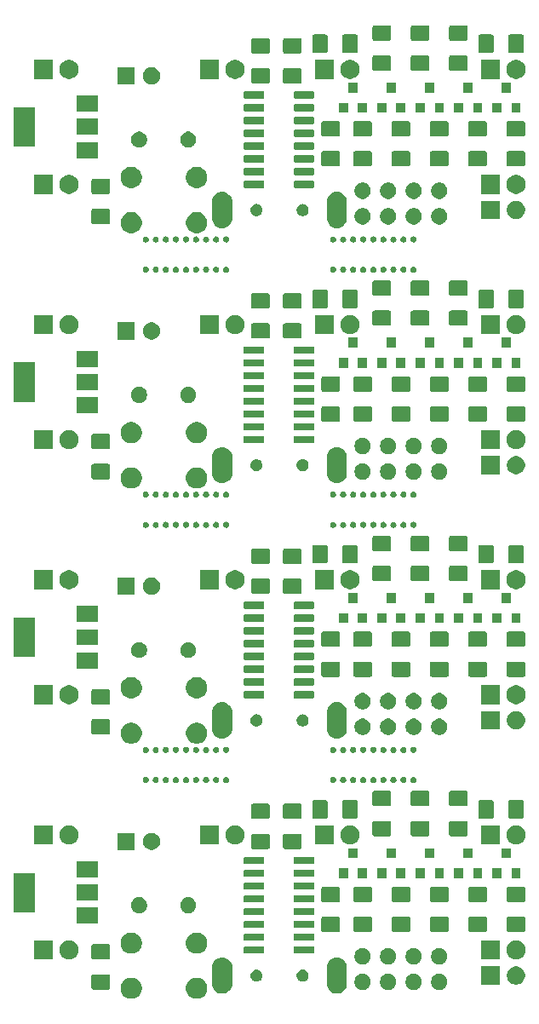
<source format=gbr>
G04 #@! TF.GenerationSoftware,KiCad,Pcbnew,(5.1.6)-1*
G04 #@! TF.CreationDate,2020-06-14T15:38:25+02:00*
G04 #@! TF.ProjectId,panel1,70616e65-6c31-42e6-9b69-6361645f7063,rev?*
G04 #@! TF.SameCoordinates,Original*
G04 #@! TF.FileFunction,Soldermask,Bot*
G04 #@! TF.FilePolarity,Negative*
%FSLAX46Y46*%
G04 Gerber Fmt 4.6, Leading zero omitted, Abs format (unit mm)*
G04 Created by KiCad (PCBNEW (5.1.6)-1) date 2020-06-14 15:38:25*
%MOMM*%
%LPD*%
G01*
G04 APERTURE LIST*
%ADD10C,0.150000*%
G04 APERTURE END LIST*
D10*
G36*
X69992565Y-146031585D02*
G01*
X70183834Y-146110811D01*
X70183836Y-146110812D01*
X70355974Y-146225831D01*
X70502366Y-146372223D01*
X70579239Y-146487271D01*
X70617386Y-146544363D01*
X70696612Y-146735632D01*
X70737001Y-146938680D01*
X70737001Y-147145712D01*
X70696612Y-147348760D01*
X70633356Y-147501473D01*
X70617385Y-147540031D01*
X70502366Y-147712169D01*
X70355974Y-147858561D01*
X70183836Y-147973580D01*
X70183835Y-147973581D01*
X70183834Y-147973581D01*
X69992565Y-148052807D01*
X69789517Y-148093196D01*
X69582485Y-148093196D01*
X69379437Y-148052807D01*
X69188168Y-147973581D01*
X69188167Y-147973581D01*
X69188166Y-147973580D01*
X69016028Y-147858561D01*
X68869636Y-147712169D01*
X68754617Y-147540031D01*
X68738646Y-147501473D01*
X68675390Y-147348760D01*
X68635001Y-147145712D01*
X68635001Y-146938680D01*
X68675390Y-146735632D01*
X68754616Y-146544363D01*
X68792764Y-146487271D01*
X68869636Y-146372223D01*
X69016028Y-146225831D01*
X69188166Y-146110812D01*
X69188168Y-146110811D01*
X69379437Y-146031585D01*
X69582485Y-145991196D01*
X69789517Y-145991196D01*
X69992565Y-146031585D01*
G37*
G36*
X63492565Y-146031585D02*
G01*
X63683834Y-146110811D01*
X63683836Y-146110812D01*
X63855974Y-146225831D01*
X64002366Y-146372223D01*
X64079239Y-146487271D01*
X64117386Y-146544363D01*
X64196612Y-146735632D01*
X64237001Y-146938680D01*
X64237001Y-147145712D01*
X64196612Y-147348760D01*
X64133356Y-147501473D01*
X64117385Y-147540031D01*
X64002366Y-147712169D01*
X63855974Y-147858561D01*
X63683836Y-147973580D01*
X63683835Y-147973581D01*
X63683834Y-147973581D01*
X63492565Y-148052807D01*
X63289517Y-148093196D01*
X63082485Y-148093196D01*
X62879437Y-148052807D01*
X62688168Y-147973581D01*
X62688167Y-147973581D01*
X62688166Y-147973580D01*
X62516028Y-147858561D01*
X62369636Y-147712169D01*
X62254617Y-147540031D01*
X62238646Y-147501473D01*
X62175390Y-147348760D01*
X62135001Y-147145712D01*
X62135001Y-146938680D01*
X62175390Y-146735632D01*
X62254616Y-146544363D01*
X62292764Y-146487271D01*
X62369636Y-146372223D01*
X62516028Y-146225831D01*
X62688166Y-146110812D01*
X62688168Y-146110811D01*
X62879437Y-146031585D01*
X63082485Y-145991196D01*
X63289517Y-145991196D01*
X63492565Y-146031585D01*
G37*
G36*
X72422229Y-143985679D02*
G01*
X72610923Y-144042919D01*
X72784816Y-144135867D01*
X72937240Y-144260957D01*
X73062330Y-144413381D01*
X73155278Y-144587274D01*
X73212518Y-144775968D01*
X73227001Y-144923021D01*
X73227001Y-146621371D01*
X73212518Y-146768424D01*
X73155278Y-146957118D01*
X73062330Y-147131011D01*
X72937240Y-147283435D01*
X72784816Y-147408525D01*
X72610922Y-147501473D01*
X72422228Y-147558713D01*
X72226001Y-147578039D01*
X72029773Y-147558713D01*
X71841079Y-147501473D01*
X71667186Y-147408525D01*
X71514762Y-147283435D01*
X71389672Y-147131011D01*
X71296724Y-146957117D01*
X71239484Y-146768423D01*
X71225001Y-146621370D01*
X71225001Y-144923021D01*
X71239484Y-144775965D01*
X71296723Y-144587277D01*
X71389673Y-144413381D01*
X71514763Y-144260957D01*
X71667187Y-144135867D01*
X71841080Y-144042919D01*
X72029774Y-143985679D01*
X72226001Y-143966353D01*
X72422229Y-143985679D01*
G37*
G36*
X83822229Y-143985679D02*
G01*
X84010923Y-144042919D01*
X84184816Y-144135867D01*
X84337240Y-144260957D01*
X84462330Y-144413381D01*
X84555278Y-144587274D01*
X84612518Y-144775968D01*
X84627001Y-144923021D01*
X84627001Y-146621371D01*
X84612518Y-146768424D01*
X84555278Y-146957118D01*
X84462330Y-147131011D01*
X84337240Y-147283435D01*
X84184816Y-147408525D01*
X84010922Y-147501473D01*
X83822228Y-147558713D01*
X83626001Y-147578039D01*
X83429773Y-147558713D01*
X83241079Y-147501473D01*
X83067186Y-147408525D01*
X82914762Y-147283435D01*
X82789672Y-147131011D01*
X82696724Y-146957117D01*
X82639484Y-146768423D01*
X82625001Y-146621370D01*
X82625001Y-144923021D01*
X82639484Y-144775965D01*
X82696723Y-144587277D01*
X82789673Y-144413381D01*
X82914763Y-144260957D01*
X83067187Y-144135867D01*
X83241080Y-144042919D01*
X83429774Y-143985679D01*
X83626001Y-143966353D01*
X83822229Y-143985679D01*
G37*
G36*
X88973143Y-145625438D02*
G01*
X89121102Y-145686725D01*
X89254256Y-145775695D01*
X89367502Y-145888941D01*
X89456472Y-146022095D01*
X89517759Y-146170054D01*
X89549001Y-146327121D01*
X89549001Y-146487271D01*
X89517759Y-146644338D01*
X89456472Y-146792297D01*
X89367502Y-146925451D01*
X89254256Y-147038697D01*
X89121102Y-147127667D01*
X88973143Y-147188954D01*
X88816076Y-147220196D01*
X88655926Y-147220196D01*
X88498859Y-147188954D01*
X88350900Y-147127667D01*
X88217746Y-147038697D01*
X88104500Y-146925451D01*
X88015530Y-146792297D01*
X87954243Y-146644338D01*
X87923001Y-146487271D01*
X87923001Y-146327121D01*
X87954243Y-146170054D01*
X88015530Y-146022095D01*
X88104500Y-145888941D01*
X88217746Y-145775695D01*
X88350900Y-145686725D01*
X88498859Y-145625438D01*
X88655926Y-145594196D01*
X88816076Y-145594196D01*
X88973143Y-145625438D01*
G37*
G36*
X91513143Y-145625438D02*
G01*
X91661102Y-145686725D01*
X91794256Y-145775695D01*
X91907502Y-145888941D01*
X91996472Y-146022095D01*
X92057759Y-146170054D01*
X92089001Y-146327121D01*
X92089001Y-146487271D01*
X92057759Y-146644338D01*
X91996472Y-146792297D01*
X91907502Y-146925451D01*
X91794256Y-147038697D01*
X91661102Y-147127667D01*
X91513143Y-147188954D01*
X91356076Y-147220196D01*
X91195926Y-147220196D01*
X91038859Y-147188954D01*
X90890900Y-147127667D01*
X90757746Y-147038697D01*
X90644500Y-146925451D01*
X90555530Y-146792297D01*
X90494243Y-146644338D01*
X90463001Y-146487271D01*
X90463001Y-146327121D01*
X90494243Y-146170054D01*
X90555530Y-146022095D01*
X90644500Y-145888941D01*
X90757746Y-145775695D01*
X90890900Y-145686725D01*
X91038859Y-145625438D01*
X91195926Y-145594196D01*
X91356076Y-145594196D01*
X91513143Y-145625438D01*
G37*
G36*
X94053143Y-145625438D02*
G01*
X94201102Y-145686725D01*
X94334256Y-145775695D01*
X94447502Y-145888941D01*
X94536472Y-146022095D01*
X94597759Y-146170054D01*
X94629001Y-146327121D01*
X94629001Y-146487271D01*
X94597759Y-146644338D01*
X94536472Y-146792297D01*
X94447502Y-146925451D01*
X94334256Y-147038697D01*
X94201102Y-147127667D01*
X94053143Y-147188954D01*
X93896076Y-147220196D01*
X93735926Y-147220196D01*
X93578859Y-147188954D01*
X93430900Y-147127667D01*
X93297746Y-147038697D01*
X93184500Y-146925451D01*
X93095530Y-146792297D01*
X93034243Y-146644338D01*
X93003001Y-146487271D01*
X93003001Y-146327121D01*
X93034243Y-146170054D01*
X93095530Y-146022095D01*
X93184500Y-145888941D01*
X93297746Y-145775695D01*
X93430900Y-145686725D01*
X93578859Y-145625438D01*
X93735926Y-145594196D01*
X93896076Y-145594196D01*
X94053143Y-145625438D01*
G37*
G36*
X86433143Y-145625438D02*
G01*
X86581102Y-145686725D01*
X86714256Y-145775695D01*
X86827502Y-145888941D01*
X86916472Y-146022095D01*
X86977759Y-146170054D01*
X87009001Y-146327121D01*
X87009001Y-146487271D01*
X86977759Y-146644338D01*
X86916472Y-146792297D01*
X86827502Y-146925451D01*
X86714256Y-147038697D01*
X86581102Y-147127667D01*
X86433143Y-147188954D01*
X86276076Y-147220196D01*
X86115926Y-147220196D01*
X85958859Y-147188954D01*
X85810900Y-147127667D01*
X85677746Y-147038697D01*
X85564500Y-146925451D01*
X85475530Y-146792297D01*
X85414243Y-146644338D01*
X85383001Y-146487271D01*
X85383001Y-146327121D01*
X85414243Y-146170054D01*
X85475530Y-146022095D01*
X85564500Y-145888941D01*
X85677746Y-145775695D01*
X85810900Y-145686725D01*
X85958859Y-145625438D01*
X86115926Y-145594196D01*
X86276076Y-145594196D01*
X86433143Y-145625438D01*
G37*
G36*
X60936563Y-145648377D02*
G01*
X60971482Y-145658970D01*
X61003664Y-145676172D01*
X61031874Y-145699323D01*
X61055025Y-145727533D01*
X61072227Y-145759715D01*
X61082820Y-145794634D01*
X61087001Y-145837091D01*
X61087001Y-146978301D01*
X61082820Y-147020758D01*
X61072227Y-147055677D01*
X61055025Y-147087859D01*
X61031874Y-147116069D01*
X61003664Y-147139220D01*
X60971482Y-147156422D01*
X60936563Y-147167015D01*
X60894106Y-147171196D01*
X59427896Y-147171196D01*
X59385439Y-147167015D01*
X59350520Y-147156422D01*
X59318338Y-147139220D01*
X59290128Y-147116069D01*
X59266977Y-147087859D01*
X59249775Y-147055677D01*
X59239182Y-147020758D01*
X59235001Y-146978301D01*
X59235001Y-145837091D01*
X59239182Y-145794634D01*
X59249775Y-145759715D01*
X59266977Y-145727533D01*
X59290128Y-145699323D01*
X59318338Y-145676172D01*
X59350520Y-145658970D01*
X59385439Y-145648377D01*
X59427896Y-145644196D01*
X60894106Y-145644196D01*
X60936563Y-145648377D01*
G37*
G36*
X99797001Y-146673196D02*
G01*
X97995001Y-146673196D01*
X97995001Y-144871196D01*
X99797001Y-144871196D01*
X99797001Y-146673196D01*
G37*
G36*
X101549513Y-144876123D02*
G01*
X101698813Y-144905820D01*
X101862785Y-144973740D01*
X102010355Y-145072343D01*
X102135854Y-145197842D01*
X102234457Y-145345412D01*
X102302377Y-145509384D01*
X102337001Y-145683455D01*
X102337001Y-145860937D01*
X102302377Y-146035008D01*
X102234457Y-146198980D01*
X102135854Y-146346550D01*
X102010355Y-146472049D01*
X101862785Y-146570652D01*
X101698813Y-146638572D01*
X101549513Y-146668269D01*
X101524743Y-146673196D01*
X101347259Y-146673196D01*
X101322489Y-146668269D01*
X101173189Y-146638572D01*
X101009217Y-146570652D01*
X100861647Y-146472049D01*
X100736148Y-146346550D01*
X100637545Y-146198980D01*
X100569625Y-146035008D01*
X100535001Y-145860937D01*
X100535001Y-145683455D01*
X100569625Y-145509384D01*
X100637545Y-145345412D01*
X100736148Y-145197842D01*
X100861647Y-145072343D01*
X101009217Y-144973740D01*
X101173189Y-144905820D01*
X101322489Y-144876123D01*
X101347259Y-144871196D01*
X101524743Y-144871196D01*
X101549513Y-144876123D01*
G37*
G36*
X75762602Y-145186593D02*
G01*
X75801306Y-145194292D01*
X75833341Y-145207561D01*
X75910681Y-145239596D01*
X76009116Y-145305369D01*
X76092828Y-145389081D01*
X76158601Y-145487516D01*
X76167659Y-145509385D01*
X76203905Y-145596891D01*
X76211604Y-145635595D01*
X76227001Y-145713001D01*
X76227001Y-145831391D01*
X76203905Y-145947500D01*
X76158601Y-146056876D01*
X76092828Y-146155311D01*
X76009116Y-146239023D01*
X75910681Y-146304796D01*
X75833341Y-146336831D01*
X75801306Y-146350100D01*
X75762602Y-146357799D01*
X75685196Y-146373196D01*
X75566806Y-146373196D01*
X75489400Y-146357799D01*
X75450696Y-146350100D01*
X75418661Y-146336831D01*
X75341321Y-146304796D01*
X75242886Y-146239023D01*
X75159174Y-146155311D01*
X75093401Y-146056876D01*
X75048097Y-145947500D01*
X75025001Y-145831391D01*
X75025001Y-145713001D01*
X75040398Y-145635595D01*
X75048097Y-145596891D01*
X75084343Y-145509385D01*
X75093401Y-145487516D01*
X75159174Y-145389081D01*
X75242886Y-145305369D01*
X75341321Y-145239596D01*
X75418661Y-145207561D01*
X75450696Y-145194292D01*
X75489400Y-145186593D01*
X75566806Y-145171196D01*
X75685196Y-145171196D01*
X75762602Y-145186593D01*
G37*
G36*
X80362602Y-145186593D02*
G01*
X80401306Y-145194292D01*
X80433341Y-145207561D01*
X80510681Y-145239596D01*
X80609116Y-145305369D01*
X80692828Y-145389081D01*
X80758601Y-145487516D01*
X80767659Y-145509385D01*
X80803905Y-145596891D01*
X80811604Y-145635595D01*
X80827001Y-145713001D01*
X80827001Y-145831391D01*
X80803905Y-145947500D01*
X80758601Y-146056876D01*
X80692828Y-146155311D01*
X80609116Y-146239023D01*
X80510681Y-146304796D01*
X80433341Y-146336831D01*
X80401306Y-146350100D01*
X80362602Y-146357799D01*
X80285196Y-146373196D01*
X80166806Y-146373196D01*
X80089400Y-146357799D01*
X80050696Y-146350100D01*
X80018661Y-146336831D01*
X79941321Y-146304796D01*
X79842886Y-146239023D01*
X79759174Y-146155311D01*
X79693401Y-146056876D01*
X79648097Y-145947500D01*
X79625001Y-145831391D01*
X79625001Y-145713001D01*
X79640398Y-145635595D01*
X79648097Y-145596891D01*
X79684343Y-145509385D01*
X79693401Y-145487516D01*
X79759174Y-145389081D01*
X79842886Y-145305369D01*
X79941321Y-145239596D01*
X80018661Y-145207561D01*
X80050696Y-145194292D01*
X80089400Y-145186593D01*
X80166806Y-145171196D01*
X80285196Y-145171196D01*
X80362602Y-145186593D01*
G37*
G36*
X94053143Y-143085438D02*
G01*
X94201102Y-143146725D01*
X94334256Y-143235695D01*
X94447502Y-143348941D01*
X94536472Y-143482095D01*
X94597759Y-143630054D01*
X94629001Y-143787121D01*
X94629001Y-143947271D01*
X94597759Y-144104338D01*
X94536472Y-144252297D01*
X94447502Y-144385451D01*
X94334256Y-144498697D01*
X94201102Y-144587667D01*
X94053143Y-144648954D01*
X93896076Y-144680196D01*
X93735926Y-144680196D01*
X93578859Y-144648954D01*
X93430900Y-144587667D01*
X93297746Y-144498697D01*
X93184500Y-144385451D01*
X93095530Y-144252297D01*
X93034243Y-144104338D01*
X93003001Y-143947271D01*
X93003001Y-143787121D01*
X93034243Y-143630054D01*
X93095530Y-143482095D01*
X93184500Y-143348941D01*
X93297746Y-143235695D01*
X93430900Y-143146725D01*
X93578859Y-143085438D01*
X93735926Y-143054196D01*
X93896076Y-143054196D01*
X94053143Y-143085438D01*
G37*
G36*
X91513143Y-143085438D02*
G01*
X91661102Y-143146725D01*
X91794256Y-143235695D01*
X91907502Y-143348941D01*
X91996472Y-143482095D01*
X92057759Y-143630054D01*
X92089001Y-143787121D01*
X92089001Y-143947271D01*
X92057759Y-144104338D01*
X91996472Y-144252297D01*
X91907502Y-144385451D01*
X91794256Y-144498697D01*
X91661102Y-144587667D01*
X91513143Y-144648954D01*
X91356076Y-144680196D01*
X91195926Y-144680196D01*
X91038859Y-144648954D01*
X90890900Y-144587667D01*
X90757746Y-144498697D01*
X90644500Y-144385451D01*
X90555530Y-144252297D01*
X90494243Y-144104338D01*
X90463001Y-143947271D01*
X90463001Y-143787121D01*
X90494243Y-143630054D01*
X90555530Y-143482095D01*
X90644500Y-143348941D01*
X90757746Y-143235695D01*
X90890900Y-143146725D01*
X91038859Y-143085438D01*
X91195926Y-143054196D01*
X91356076Y-143054196D01*
X91513143Y-143085438D01*
G37*
G36*
X88973143Y-143085438D02*
G01*
X89121102Y-143146725D01*
X89254256Y-143235695D01*
X89367502Y-143348941D01*
X89456472Y-143482095D01*
X89517759Y-143630054D01*
X89549001Y-143787121D01*
X89549001Y-143947271D01*
X89517759Y-144104338D01*
X89456472Y-144252297D01*
X89367502Y-144385451D01*
X89254256Y-144498697D01*
X89121102Y-144587667D01*
X88973143Y-144648954D01*
X88816076Y-144680196D01*
X88655926Y-144680196D01*
X88498859Y-144648954D01*
X88350900Y-144587667D01*
X88217746Y-144498697D01*
X88104500Y-144385451D01*
X88015530Y-144252297D01*
X87954243Y-144104338D01*
X87923001Y-143947271D01*
X87923001Y-143787121D01*
X87954243Y-143630054D01*
X88015530Y-143482095D01*
X88104500Y-143348941D01*
X88217746Y-143235695D01*
X88350900Y-143146725D01*
X88498859Y-143085438D01*
X88655926Y-143054196D01*
X88816076Y-143054196D01*
X88973143Y-143085438D01*
G37*
G36*
X86433143Y-143085438D02*
G01*
X86581102Y-143146725D01*
X86714256Y-143235695D01*
X86827502Y-143348941D01*
X86916472Y-143482095D01*
X86977759Y-143630054D01*
X87009001Y-143787121D01*
X87009001Y-143947271D01*
X86977759Y-144104338D01*
X86916472Y-144252297D01*
X86827502Y-144385451D01*
X86714256Y-144498697D01*
X86581102Y-144587667D01*
X86433143Y-144648954D01*
X86276076Y-144680196D01*
X86115926Y-144680196D01*
X85958859Y-144648954D01*
X85810900Y-144587667D01*
X85677746Y-144498697D01*
X85564500Y-144385451D01*
X85475530Y-144252297D01*
X85414243Y-144104338D01*
X85383001Y-143947271D01*
X85383001Y-143787121D01*
X85414243Y-143630054D01*
X85475530Y-143482095D01*
X85564500Y-143348941D01*
X85677746Y-143235695D01*
X85810900Y-143146725D01*
X85958859Y-143085438D01*
X86115926Y-143054196D01*
X86276076Y-143054196D01*
X86433143Y-143085438D01*
G37*
G36*
X60936563Y-142673377D02*
G01*
X60971482Y-142683970D01*
X61003664Y-142701172D01*
X61031874Y-142724323D01*
X61055025Y-142752533D01*
X61072227Y-142784715D01*
X61082820Y-142819634D01*
X61087001Y-142862091D01*
X61087001Y-144003301D01*
X61082820Y-144045758D01*
X61072227Y-144080677D01*
X61055025Y-144112859D01*
X61031874Y-144141069D01*
X61003664Y-144164220D01*
X60971482Y-144181422D01*
X60936563Y-144192015D01*
X60894106Y-144196196D01*
X59427896Y-144196196D01*
X59385439Y-144192015D01*
X59350520Y-144181422D01*
X59318338Y-144164220D01*
X59290128Y-144141069D01*
X59266977Y-144112859D01*
X59249775Y-144080677D01*
X59239182Y-144045758D01*
X59235001Y-144003301D01*
X59235001Y-142862091D01*
X59239182Y-142819634D01*
X59249775Y-142784715D01*
X59266977Y-142752533D01*
X59290128Y-142724323D01*
X59318338Y-142701172D01*
X59350520Y-142683970D01*
X59385439Y-142673377D01*
X59427896Y-142669196D01*
X60894106Y-142669196D01*
X60936563Y-142673377D01*
G37*
G36*
X55397001Y-144183196D02*
G01*
X53495001Y-144183196D01*
X53495001Y-142281196D01*
X55397001Y-142281196D01*
X55397001Y-144183196D01*
G37*
G36*
X57263396Y-142317742D02*
G01*
X57436467Y-142389430D01*
X57436468Y-142389431D01*
X57592228Y-142493506D01*
X57724691Y-142625969D01*
X57724692Y-142625971D01*
X57828767Y-142781730D01*
X57900455Y-142954801D01*
X57937001Y-143138529D01*
X57937001Y-143325863D01*
X57900455Y-143509591D01*
X57828767Y-143682662D01*
X57828766Y-143682663D01*
X57724691Y-143838423D01*
X57592228Y-143970886D01*
X57570087Y-143985680D01*
X57436467Y-144074962D01*
X57263396Y-144146650D01*
X57079668Y-144183196D01*
X56892334Y-144183196D01*
X56708606Y-144146650D01*
X56535535Y-144074962D01*
X56401915Y-143985680D01*
X56379774Y-143970886D01*
X56247311Y-143838423D01*
X56143236Y-143682663D01*
X56143235Y-143682662D01*
X56071547Y-143509591D01*
X56035001Y-143325863D01*
X56035001Y-143138529D01*
X56071547Y-142954801D01*
X56143235Y-142781730D01*
X56247310Y-142625971D01*
X56247311Y-142625969D01*
X56379774Y-142493506D01*
X56535534Y-142389431D01*
X56535535Y-142389430D01*
X56708606Y-142317742D01*
X56892334Y-142281196D01*
X57079668Y-142281196D01*
X57263396Y-142317742D01*
G37*
G36*
X99847001Y-144183196D02*
G01*
X97945001Y-144183196D01*
X97945001Y-142281196D01*
X99847001Y-142281196D01*
X99847001Y-144183196D01*
G37*
G36*
X101713396Y-142317742D02*
G01*
X101886467Y-142389430D01*
X101886468Y-142389431D01*
X102042228Y-142493506D01*
X102174691Y-142625969D01*
X102174692Y-142625971D01*
X102278767Y-142781730D01*
X102350455Y-142954801D01*
X102387001Y-143138529D01*
X102387001Y-143325863D01*
X102350455Y-143509591D01*
X102278767Y-143682662D01*
X102278766Y-143682663D01*
X102174691Y-143838423D01*
X102042228Y-143970886D01*
X102020087Y-143985680D01*
X101886467Y-144074962D01*
X101713396Y-144146650D01*
X101529668Y-144183196D01*
X101342334Y-144183196D01*
X101158606Y-144146650D01*
X100985535Y-144074962D01*
X100851915Y-143985680D01*
X100829774Y-143970886D01*
X100697311Y-143838423D01*
X100593236Y-143682663D01*
X100593235Y-143682662D01*
X100521547Y-143509591D01*
X100485001Y-143325863D01*
X100485001Y-143138529D01*
X100521547Y-142954801D01*
X100593235Y-142781730D01*
X100697310Y-142625971D01*
X100697311Y-142625969D01*
X100829774Y-142493506D01*
X100985534Y-142389431D01*
X100985535Y-142389430D01*
X101158606Y-142317742D01*
X101342334Y-142281196D01*
X101529668Y-142281196D01*
X101713396Y-142317742D01*
G37*
G36*
X69992565Y-141531585D02*
G01*
X70183834Y-141610811D01*
X70183836Y-141610812D01*
X70301141Y-141689193D01*
X70355974Y-141725831D01*
X70502366Y-141872223D01*
X70617386Y-142044363D01*
X70696612Y-142235632D01*
X70737001Y-142438680D01*
X70737001Y-142645712D01*
X70696612Y-142848760D01*
X70660024Y-142937091D01*
X70617385Y-143040031D01*
X70502366Y-143212169D01*
X70355974Y-143358561D01*
X70183836Y-143473580D01*
X70183835Y-143473581D01*
X70183834Y-143473581D01*
X69992565Y-143552807D01*
X69789517Y-143593196D01*
X69582485Y-143593196D01*
X69379437Y-143552807D01*
X69188168Y-143473581D01*
X69188167Y-143473581D01*
X69188166Y-143473580D01*
X69016028Y-143358561D01*
X68869636Y-143212169D01*
X68754617Y-143040031D01*
X68711978Y-142937091D01*
X68675390Y-142848760D01*
X68635001Y-142645712D01*
X68635001Y-142438680D01*
X68675390Y-142235632D01*
X68754616Y-142044363D01*
X68869636Y-141872223D01*
X69016028Y-141725831D01*
X69070861Y-141689193D01*
X69188166Y-141610812D01*
X69188168Y-141610811D01*
X69379437Y-141531585D01*
X69582485Y-141491196D01*
X69789517Y-141491196D01*
X69992565Y-141531585D01*
G37*
G36*
X63492565Y-141531585D02*
G01*
X63683834Y-141610811D01*
X63683836Y-141610812D01*
X63801141Y-141689193D01*
X63855974Y-141725831D01*
X64002366Y-141872223D01*
X64117386Y-142044363D01*
X64196612Y-142235632D01*
X64237001Y-142438680D01*
X64237001Y-142645712D01*
X64196612Y-142848760D01*
X64160024Y-142937091D01*
X64117385Y-143040031D01*
X64002366Y-143212169D01*
X63855974Y-143358561D01*
X63683836Y-143473580D01*
X63683835Y-143473581D01*
X63683834Y-143473581D01*
X63492565Y-143552807D01*
X63289517Y-143593196D01*
X63082485Y-143593196D01*
X62879437Y-143552807D01*
X62688168Y-143473581D01*
X62688167Y-143473581D01*
X62688166Y-143473580D01*
X62516028Y-143358561D01*
X62369636Y-143212169D01*
X62254617Y-143040031D01*
X62211978Y-142937091D01*
X62175390Y-142848760D01*
X62135001Y-142645712D01*
X62135001Y-142438680D01*
X62175390Y-142235632D01*
X62254616Y-142044363D01*
X62369636Y-141872223D01*
X62516028Y-141725831D01*
X62570861Y-141689193D01*
X62688166Y-141610812D01*
X62688168Y-141610811D01*
X62879437Y-141531585D01*
X63082485Y-141491196D01*
X63289517Y-141491196D01*
X63492565Y-141531585D01*
G37*
G36*
X81285929Y-142883960D02*
G01*
X81307010Y-142890356D01*
X81326446Y-142900744D01*
X81343477Y-142914720D01*
X81357453Y-142931751D01*
X81367841Y-142951187D01*
X81374237Y-142972268D01*
X81377001Y-143000336D01*
X81377001Y-143464056D01*
X81374237Y-143492124D01*
X81367841Y-143513205D01*
X81357453Y-143532641D01*
X81343477Y-143549672D01*
X81326446Y-143563648D01*
X81307010Y-143574036D01*
X81285929Y-143580432D01*
X81257861Y-143583196D01*
X79444141Y-143583196D01*
X79416073Y-143580432D01*
X79394992Y-143574036D01*
X79375556Y-143563648D01*
X79358525Y-143549672D01*
X79344549Y-143532641D01*
X79334161Y-143513205D01*
X79327765Y-143492124D01*
X79325001Y-143464056D01*
X79325001Y-143000336D01*
X79327765Y-142972268D01*
X79334161Y-142951187D01*
X79344549Y-142931751D01*
X79358525Y-142914720D01*
X79375556Y-142900744D01*
X79394992Y-142890356D01*
X79416073Y-142883960D01*
X79444141Y-142881196D01*
X81257861Y-142881196D01*
X81285929Y-142883960D01*
G37*
G36*
X76335929Y-142883960D02*
G01*
X76357010Y-142890356D01*
X76376446Y-142900744D01*
X76393477Y-142914720D01*
X76407453Y-142931751D01*
X76417841Y-142951187D01*
X76424237Y-142972268D01*
X76427001Y-143000336D01*
X76427001Y-143464056D01*
X76424237Y-143492124D01*
X76417841Y-143513205D01*
X76407453Y-143532641D01*
X76393477Y-143549672D01*
X76376446Y-143563648D01*
X76357010Y-143574036D01*
X76335929Y-143580432D01*
X76307861Y-143583196D01*
X74494141Y-143583196D01*
X74466073Y-143580432D01*
X74444992Y-143574036D01*
X74425556Y-143563648D01*
X74408525Y-143549672D01*
X74394549Y-143532641D01*
X74384161Y-143513205D01*
X74377765Y-143492124D01*
X74375001Y-143464056D01*
X74375001Y-143000336D01*
X74377765Y-142972268D01*
X74384161Y-142951187D01*
X74394549Y-142931751D01*
X74408525Y-142914720D01*
X74425556Y-142900744D01*
X74444992Y-142890356D01*
X74466073Y-142883960D01*
X74494141Y-142881196D01*
X76307861Y-142881196D01*
X76335929Y-142883960D01*
G37*
G36*
X81285929Y-141613960D02*
G01*
X81307010Y-141620356D01*
X81326446Y-141630744D01*
X81343477Y-141644720D01*
X81357453Y-141661751D01*
X81367841Y-141681187D01*
X81374237Y-141702268D01*
X81377001Y-141730336D01*
X81377001Y-142194056D01*
X81374237Y-142222124D01*
X81367841Y-142243205D01*
X81357453Y-142262641D01*
X81343477Y-142279672D01*
X81326446Y-142293648D01*
X81307010Y-142304036D01*
X81285929Y-142310432D01*
X81257861Y-142313196D01*
X79444141Y-142313196D01*
X79416073Y-142310432D01*
X79394992Y-142304036D01*
X79375556Y-142293648D01*
X79358525Y-142279672D01*
X79344549Y-142262641D01*
X79334161Y-142243205D01*
X79327765Y-142222124D01*
X79325001Y-142194056D01*
X79325001Y-141730336D01*
X79327765Y-141702268D01*
X79334161Y-141681187D01*
X79344549Y-141661751D01*
X79358525Y-141644720D01*
X79375556Y-141630744D01*
X79394992Y-141620356D01*
X79416073Y-141613960D01*
X79444141Y-141611196D01*
X81257861Y-141611196D01*
X81285929Y-141613960D01*
G37*
G36*
X76335929Y-141613960D02*
G01*
X76357010Y-141620356D01*
X76376446Y-141630744D01*
X76393477Y-141644720D01*
X76407453Y-141661751D01*
X76417841Y-141681187D01*
X76424237Y-141702268D01*
X76427001Y-141730336D01*
X76427001Y-142194056D01*
X76424237Y-142222124D01*
X76417841Y-142243205D01*
X76407453Y-142262641D01*
X76393477Y-142279672D01*
X76376446Y-142293648D01*
X76357010Y-142304036D01*
X76335929Y-142310432D01*
X76307861Y-142313196D01*
X74494141Y-142313196D01*
X74466073Y-142310432D01*
X74444992Y-142304036D01*
X74425556Y-142293648D01*
X74408525Y-142279672D01*
X74394549Y-142262641D01*
X74384161Y-142243205D01*
X74377765Y-142222124D01*
X74375001Y-142194056D01*
X74375001Y-141730336D01*
X74377765Y-141702268D01*
X74384161Y-141681187D01*
X74394549Y-141661751D01*
X74408525Y-141644720D01*
X74425556Y-141630744D01*
X74444992Y-141620356D01*
X74466073Y-141613960D01*
X74494141Y-141611196D01*
X76307861Y-141611196D01*
X76335929Y-141613960D01*
G37*
G36*
X86971563Y-139932877D02*
G01*
X87006482Y-139943470D01*
X87038664Y-139960672D01*
X87066874Y-139983823D01*
X87090025Y-140012033D01*
X87107227Y-140044215D01*
X87117820Y-140079134D01*
X87122001Y-140121591D01*
X87122001Y-141262801D01*
X87117820Y-141305258D01*
X87107227Y-141340177D01*
X87090025Y-141372359D01*
X87066874Y-141400569D01*
X87038664Y-141423720D01*
X87006482Y-141440922D01*
X86971563Y-141451515D01*
X86929106Y-141455696D01*
X85462896Y-141455696D01*
X85420439Y-141451515D01*
X85385520Y-141440922D01*
X85353338Y-141423720D01*
X85325128Y-141400569D01*
X85301977Y-141372359D01*
X85284775Y-141340177D01*
X85274182Y-141305258D01*
X85270001Y-141262801D01*
X85270001Y-140121591D01*
X85274182Y-140079134D01*
X85284775Y-140044215D01*
X85301977Y-140012033D01*
X85325128Y-139983823D01*
X85353338Y-139960672D01*
X85385520Y-139943470D01*
X85420439Y-139932877D01*
X85462896Y-139928696D01*
X86929106Y-139928696D01*
X86971563Y-139932877D01*
G37*
G36*
X83796563Y-139932877D02*
G01*
X83831482Y-139943470D01*
X83863664Y-139960672D01*
X83891874Y-139983823D01*
X83915025Y-140012033D01*
X83932227Y-140044215D01*
X83942820Y-140079134D01*
X83947001Y-140121591D01*
X83947001Y-141262801D01*
X83942820Y-141305258D01*
X83932227Y-141340177D01*
X83915025Y-141372359D01*
X83891874Y-141400569D01*
X83863664Y-141423720D01*
X83831482Y-141440922D01*
X83796563Y-141451515D01*
X83754106Y-141455696D01*
X82287896Y-141455696D01*
X82245439Y-141451515D01*
X82210520Y-141440922D01*
X82178338Y-141423720D01*
X82150128Y-141400569D01*
X82126977Y-141372359D01*
X82109775Y-141340177D01*
X82099182Y-141305258D01*
X82095001Y-141262801D01*
X82095001Y-140121591D01*
X82099182Y-140079134D01*
X82109775Y-140044215D01*
X82126977Y-140012033D01*
X82150128Y-139983823D01*
X82178338Y-139960672D01*
X82210520Y-139943470D01*
X82245439Y-139932877D01*
X82287896Y-139928696D01*
X83754106Y-139928696D01*
X83796563Y-139932877D01*
G37*
G36*
X94591563Y-139932877D02*
G01*
X94626482Y-139943470D01*
X94658664Y-139960672D01*
X94686874Y-139983823D01*
X94710025Y-140012033D01*
X94727227Y-140044215D01*
X94737820Y-140079134D01*
X94742001Y-140121591D01*
X94742001Y-141262801D01*
X94737820Y-141305258D01*
X94727227Y-141340177D01*
X94710025Y-141372359D01*
X94686874Y-141400569D01*
X94658664Y-141423720D01*
X94626482Y-141440922D01*
X94591563Y-141451515D01*
X94549106Y-141455696D01*
X93082896Y-141455696D01*
X93040439Y-141451515D01*
X93005520Y-141440922D01*
X92973338Y-141423720D01*
X92945128Y-141400569D01*
X92921977Y-141372359D01*
X92904775Y-141340177D01*
X92894182Y-141305258D01*
X92890001Y-141262801D01*
X92890001Y-140121591D01*
X92894182Y-140079134D01*
X92904775Y-140044215D01*
X92921977Y-140012033D01*
X92945128Y-139983823D01*
X92973338Y-139960672D01*
X93005520Y-139943470D01*
X93040439Y-139932877D01*
X93082896Y-139928696D01*
X94549106Y-139928696D01*
X94591563Y-139932877D01*
G37*
G36*
X90781563Y-139932877D02*
G01*
X90816482Y-139943470D01*
X90848664Y-139960672D01*
X90876874Y-139983823D01*
X90900025Y-140012033D01*
X90917227Y-140044215D01*
X90927820Y-140079134D01*
X90932001Y-140121591D01*
X90932001Y-141262801D01*
X90927820Y-141305258D01*
X90917227Y-141340177D01*
X90900025Y-141372359D01*
X90876874Y-141400569D01*
X90848664Y-141423720D01*
X90816482Y-141440922D01*
X90781563Y-141451515D01*
X90739106Y-141455696D01*
X89272896Y-141455696D01*
X89230439Y-141451515D01*
X89195520Y-141440922D01*
X89163338Y-141423720D01*
X89135128Y-141400569D01*
X89111977Y-141372359D01*
X89094775Y-141340177D01*
X89084182Y-141305258D01*
X89080001Y-141262801D01*
X89080001Y-140121591D01*
X89084182Y-140079134D01*
X89094775Y-140044215D01*
X89111977Y-140012033D01*
X89135128Y-139983823D01*
X89163338Y-139960672D01*
X89195520Y-139943470D01*
X89230439Y-139932877D01*
X89272896Y-139928696D01*
X90739106Y-139928696D01*
X90781563Y-139932877D01*
G37*
G36*
X102211563Y-139932877D02*
G01*
X102246482Y-139943470D01*
X102278664Y-139960672D01*
X102306874Y-139983823D01*
X102330025Y-140012033D01*
X102347227Y-140044215D01*
X102357820Y-140079134D01*
X102362001Y-140121591D01*
X102362001Y-141262801D01*
X102357820Y-141305258D01*
X102347227Y-141340177D01*
X102330025Y-141372359D01*
X102306874Y-141400569D01*
X102278664Y-141423720D01*
X102246482Y-141440922D01*
X102211563Y-141451515D01*
X102169106Y-141455696D01*
X100702896Y-141455696D01*
X100660439Y-141451515D01*
X100625520Y-141440922D01*
X100593338Y-141423720D01*
X100565128Y-141400569D01*
X100541977Y-141372359D01*
X100524775Y-141340177D01*
X100514182Y-141305258D01*
X100510001Y-141262801D01*
X100510001Y-140121591D01*
X100514182Y-140079134D01*
X100524775Y-140044215D01*
X100541977Y-140012033D01*
X100565128Y-139983823D01*
X100593338Y-139960672D01*
X100625520Y-139943470D01*
X100660439Y-139932877D01*
X100702896Y-139928696D01*
X102169106Y-139928696D01*
X102211563Y-139932877D01*
G37*
G36*
X98401563Y-139932877D02*
G01*
X98436482Y-139943470D01*
X98468664Y-139960672D01*
X98496874Y-139983823D01*
X98520025Y-140012033D01*
X98537227Y-140044215D01*
X98547820Y-140079134D01*
X98552001Y-140121591D01*
X98552001Y-141262801D01*
X98547820Y-141305258D01*
X98537227Y-141340177D01*
X98520025Y-141372359D01*
X98496874Y-141400569D01*
X98468664Y-141423720D01*
X98436482Y-141440922D01*
X98401563Y-141451515D01*
X98359106Y-141455696D01*
X96892896Y-141455696D01*
X96850439Y-141451515D01*
X96815520Y-141440922D01*
X96783338Y-141423720D01*
X96755128Y-141400569D01*
X96731977Y-141372359D01*
X96714775Y-141340177D01*
X96704182Y-141305258D01*
X96700001Y-141262801D01*
X96700001Y-140121591D01*
X96704182Y-140079134D01*
X96714775Y-140044215D01*
X96731977Y-140012033D01*
X96755128Y-139983823D01*
X96783338Y-139960672D01*
X96815520Y-139943470D01*
X96850439Y-139932877D01*
X96892896Y-139928696D01*
X98359106Y-139928696D01*
X98401563Y-139932877D01*
G37*
G36*
X81285929Y-140343960D02*
G01*
X81307010Y-140350356D01*
X81326446Y-140360744D01*
X81343477Y-140374720D01*
X81357453Y-140391751D01*
X81367841Y-140411187D01*
X81374237Y-140432268D01*
X81377001Y-140460336D01*
X81377001Y-140924056D01*
X81374237Y-140952124D01*
X81367841Y-140973205D01*
X81357453Y-140992641D01*
X81343477Y-141009672D01*
X81326446Y-141023648D01*
X81307010Y-141034036D01*
X81285929Y-141040432D01*
X81257861Y-141043196D01*
X79444141Y-141043196D01*
X79416073Y-141040432D01*
X79394992Y-141034036D01*
X79375556Y-141023648D01*
X79358525Y-141009672D01*
X79344549Y-140992641D01*
X79334161Y-140973205D01*
X79327765Y-140952124D01*
X79325001Y-140924056D01*
X79325001Y-140460336D01*
X79327765Y-140432268D01*
X79334161Y-140411187D01*
X79344549Y-140391751D01*
X79358525Y-140374720D01*
X79375556Y-140360744D01*
X79394992Y-140350356D01*
X79416073Y-140343960D01*
X79444141Y-140341196D01*
X81257861Y-140341196D01*
X81285929Y-140343960D01*
G37*
G36*
X76335929Y-140343960D02*
G01*
X76357010Y-140350356D01*
X76376446Y-140360744D01*
X76393477Y-140374720D01*
X76407453Y-140391751D01*
X76417841Y-140411187D01*
X76424237Y-140432268D01*
X76427001Y-140460336D01*
X76427001Y-140924056D01*
X76424237Y-140952124D01*
X76417841Y-140973205D01*
X76407453Y-140992641D01*
X76393477Y-141009672D01*
X76376446Y-141023648D01*
X76357010Y-141034036D01*
X76335929Y-141040432D01*
X76307861Y-141043196D01*
X74494141Y-141043196D01*
X74466073Y-141040432D01*
X74444992Y-141034036D01*
X74425556Y-141023648D01*
X74408525Y-141009672D01*
X74394549Y-140992641D01*
X74384161Y-140973205D01*
X74377765Y-140952124D01*
X74375001Y-140924056D01*
X74375001Y-140460336D01*
X74377765Y-140432268D01*
X74384161Y-140411187D01*
X74394549Y-140391751D01*
X74408525Y-140374720D01*
X74425556Y-140360744D01*
X74444992Y-140350356D01*
X74466073Y-140343960D01*
X74494141Y-140341196D01*
X76307861Y-140341196D01*
X76335929Y-140343960D01*
G37*
G36*
X59892001Y-140618196D02*
G01*
X57790001Y-140618196D01*
X57790001Y-139016196D01*
X59892001Y-139016196D01*
X59892001Y-140618196D01*
G37*
G36*
X76335929Y-139073960D02*
G01*
X76357010Y-139080356D01*
X76376446Y-139090744D01*
X76393477Y-139104720D01*
X76407453Y-139121751D01*
X76417841Y-139141187D01*
X76424237Y-139162268D01*
X76427001Y-139190336D01*
X76427001Y-139654056D01*
X76424237Y-139682124D01*
X76417841Y-139703205D01*
X76407453Y-139722641D01*
X76393477Y-139739672D01*
X76376446Y-139753648D01*
X76357010Y-139764036D01*
X76335929Y-139770432D01*
X76307861Y-139773196D01*
X74494141Y-139773196D01*
X74466073Y-139770432D01*
X74444992Y-139764036D01*
X74425556Y-139753648D01*
X74408525Y-139739672D01*
X74394549Y-139722641D01*
X74384161Y-139703205D01*
X74377765Y-139682124D01*
X74375001Y-139654056D01*
X74375001Y-139190336D01*
X74377765Y-139162268D01*
X74384161Y-139141187D01*
X74394549Y-139121751D01*
X74408525Y-139104720D01*
X74425556Y-139090744D01*
X74444992Y-139080356D01*
X74466073Y-139073960D01*
X74494141Y-139071196D01*
X76307861Y-139071196D01*
X76335929Y-139073960D01*
G37*
G36*
X81285929Y-139073960D02*
G01*
X81307010Y-139080356D01*
X81326446Y-139090744D01*
X81343477Y-139104720D01*
X81357453Y-139121751D01*
X81367841Y-139141187D01*
X81374237Y-139162268D01*
X81377001Y-139190336D01*
X81377001Y-139654056D01*
X81374237Y-139682124D01*
X81367841Y-139703205D01*
X81357453Y-139722641D01*
X81343477Y-139739672D01*
X81326446Y-139753648D01*
X81307010Y-139764036D01*
X81285929Y-139770432D01*
X81257861Y-139773196D01*
X79444141Y-139773196D01*
X79416073Y-139770432D01*
X79394992Y-139764036D01*
X79375556Y-139753648D01*
X79358525Y-139739672D01*
X79344549Y-139722641D01*
X79334161Y-139703205D01*
X79327765Y-139682124D01*
X79325001Y-139654056D01*
X79325001Y-139190336D01*
X79327765Y-139162268D01*
X79334161Y-139141187D01*
X79344549Y-139121751D01*
X79358525Y-139104720D01*
X79375556Y-139090744D01*
X79394992Y-139080356D01*
X79416073Y-139073960D01*
X79444141Y-139071196D01*
X81257861Y-139071196D01*
X81285929Y-139073960D01*
G37*
G36*
X69084643Y-138016977D02*
G01*
X69230415Y-138077358D01*
X69230417Y-138077359D01*
X69361609Y-138165018D01*
X69473179Y-138276588D01*
X69544986Y-138384056D01*
X69560839Y-138407782D01*
X69621220Y-138553554D01*
X69652001Y-138708303D01*
X69652001Y-138866089D01*
X69621220Y-139020838D01*
X69560839Y-139166610D01*
X69560838Y-139166612D01*
X69473179Y-139297804D01*
X69361609Y-139409374D01*
X69230417Y-139497033D01*
X69230416Y-139497034D01*
X69230415Y-139497034D01*
X69084643Y-139557415D01*
X68929894Y-139588196D01*
X68772108Y-139588196D01*
X68617359Y-139557415D01*
X68471587Y-139497034D01*
X68471586Y-139497034D01*
X68471585Y-139497033D01*
X68340393Y-139409374D01*
X68228823Y-139297804D01*
X68141164Y-139166612D01*
X68141163Y-139166610D01*
X68080782Y-139020838D01*
X68050001Y-138866089D01*
X68050001Y-138708303D01*
X68080782Y-138553554D01*
X68141163Y-138407782D01*
X68157016Y-138384056D01*
X68228823Y-138276588D01*
X68340393Y-138165018D01*
X68471585Y-138077359D01*
X68471587Y-138077358D01*
X68617359Y-138016977D01*
X68772108Y-137986196D01*
X68929894Y-137986196D01*
X69084643Y-138016977D01*
G37*
G36*
X64204643Y-138016977D02*
G01*
X64350415Y-138077358D01*
X64350417Y-138077359D01*
X64481609Y-138165018D01*
X64593179Y-138276588D01*
X64664986Y-138384056D01*
X64680839Y-138407782D01*
X64741220Y-138553554D01*
X64772001Y-138708303D01*
X64772001Y-138866089D01*
X64741220Y-139020838D01*
X64680839Y-139166610D01*
X64680838Y-139166612D01*
X64593179Y-139297804D01*
X64481609Y-139409374D01*
X64350417Y-139497033D01*
X64350416Y-139497034D01*
X64350415Y-139497034D01*
X64204643Y-139557415D01*
X64049894Y-139588196D01*
X63892108Y-139588196D01*
X63737359Y-139557415D01*
X63591587Y-139497034D01*
X63591586Y-139497034D01*
X63591585Y-139497033D01*
X63460393Y-139409374D01*
X63348823Y-139297804D01*
X63261164Y-139166612D01*
X63261163Y-139166610D01*
X63200782Y-139020838D01*
X63170001Y-138866089D01*
X63170001Y-138708303D01*
X63200782Y-138553554D01*
X63261163Y-138407782D01*
X63277016Y-138384056D01*
X63348823Y-138276588D01*
X63460393Y-138165018D01*
X63591585Y-138077359D01*
X63591587Y-138077358D01*
X63737359Y-138016977D01*
X63892108Y-137986196D01*
X64049894Y-137986196D01*
X64204643Y-138016977D01*
G37*
G36*
X53592001Y-139468196D02*
G01*
X51490001Y-139468196D01*
X51490001Y-135566196D01*
X53592001Y-135566196D01*
X53592001Y-139468196D01*
G37*
G36*
X81285929Y-137803960D02*
G01*
X81307010Y-137810356D01*
X81326446Y-137820744D01*
X81343477Y-137834720D01*
X81357453Y-137851751D01*
X81367841Y-137871187D01*
X81374237Y-137892268D01*
X81377001Y-137920336D01*
X81377001Y-138384056D01*
X81374237Y-138412124D01*
X81367841Y-138433205D01*
X81357453Y-138452641D01*
X81343477Y-138469672D01*
X81326446Y-138483648D01*
X81307010Y-138494036D01*
X81285929Y-138500432D01*
X81257861Y-138503196D01*
X79444141Y-138503196D01*
X79416073Y-138500432D01*
X79394992Y-138494036D01*
X79375556Y-138483648D01*
X79358525Y-138469672D01*
X79344549Y-138452641D01*
X79334161Y-138433205D01*
X79327765Y-138412124D01*
X79325001Y-138384056D01*
X79325001Y-137920336D01*
X79327765Y-137892268D01*
X79334161Y-137871187D01*
X79344549Y-137851751D01*
X79358525Y-137834720D01*
X79375556Y-137820744D01*
X79394992Y-137810356D01*
X79416073Y-137803960D01*
X79444141Y-137801196D01*
X81257861Y-137801196D01*
X81285929Y-137803960D01*
G37*
G36*
X76335929Y-137803960D02*
G01*
X76357010Y-137810356D01*
X76376446Y-137820744D01*
X76393477Y-137834720D01*
X76407453Y-137851751D01*
X76417841Y-137871187D01*
X76424237Y-137892268D01*
X76427001Y-137920336D01*
X76427001Y-138384056D01*
X76424237Y-138412124D01*
X76417841Y-138433205D01*
X76407453Y-138452641D01*
X76393477Y-138469672D01*
X76376446Y-138483648D01*
X76357010Y-138494036D01*
X76335929Y-138500432D01*
X76307861Y-138503196D01*
X74494141Y-138503196D01*
X74466073Y-138500432D01*
X74444992Y-138494036D01*
X74425556Y-138483648D01*
X74408525Y-138469672D01*
X74394549Y-138452641D01*
X74384161Y-138433205D01*
X74377765Y-138412124D01*
X74375001Y-138384056D01*
X74375001Y-137920336D01*
X74377765Y-137892268D01*
X74384161Y-137871187D01*
X74394549Y-137851751D01*
X74408525Y-137834720D01*
X74425556Y-137820744D01*
X74444992Y-137810356D01*
X74466073Y-137803960D01*
X74494141Y-137801196D01*
X76307861Y-137801196D01*
X76335929Y-137803960D01*
G37*
G36*
X83796563Y-136957877D02*
G01*
X83831482Y-136968470D01*
X83863664Y-136985672D01*
X83891874Y-137008823D01*
X83915025Y-137037033D01*
X83932227Y-137069215D01*
X83942820Y-137104134D01*
X83947001Y-137146591D01*
X83947001Y-138287801D01*
X83942820Y-138330258D01*
X83932227Y-138365177D01*
X83915025Y-138397359D01*
X83891874Y-138425569D01*
X83863664Y-138448720D01*
X83831482Y-138465922D01*
X83796563Y-138476515D01*
X83754106Y-138480696D01*
X82287896Y-138480696D01*
X82245439Y-138476515D01*
X82210520Y-138465922D01*
X82178338Y-138448720D01*
X82150128Y-138425569D01*
X82126977Y-138397359D01*
X82109775Y-138365177D01*
X82099182Y-138330258D01*
X82095001Y-138287801D01*
X82095001Y-137146591D01*
X82099182Y-137104134D01*
X82109775Y-137069215D01*
X82126977Y-137037033D01*
X82150128Y-137008823D01*
X82178338Y-136985672D01*
X82210520Y-136968470D01*
X82245439Y-136957877D01*
X82287896Y-136953696D01*
X83754106Y-136953696D01*
X83796563Y-136957877D01*
G37*
G36*
X102211563Y-136957877D02*
G01*
X102246482Y-136968470D01*
X102278664Y-136985672D01*
X102306874Y-137008823D01*
X102330025Y-137037033D01*
X102347227Y-137069215D01*
X102357820Y-137104134D01*
X102362001Y-137146591D01*
X102362001Y-138287801D01*
X102357820Y-138330258D01*
X102347227Y-138365177D01*
X102330025Y-138397359D01*
X102306874Y-138425569D01*
X102278664Y-138448720D01*
X102246482Y-138465922D01*
X102211563Y-138476515D01*
X102169106Y-138480696D01*
X100702896Y-138480696D01*
X100660439Y-138476515D01*
X100625520Y-138465922D01*
X100593338Y-138448720D01*
X100565128Y-138425569D01*
X100541977Y-138397359D01*
X100524775Y-138365177D01*
X100514182Y-138330258D01*
X100510001Y-138287801D01*
X100510001Y-137146591D01*
X100514182Y-137104134D01*
X100524775Y-137069215D01*
X100541977Y-137037033D01*
X100565128Y-137008823D01*
X100593338Y-136985672D01*
X100625520Y-136968470D01*
X100660439Y-136957877D01*
X100702896Y-136953696D01*
X102169106Y-136953696D01*
X102211563Y-136957877D01*
G37*
G36*
X98401563Y-136957877D02*
G01*
X98436482Y-136968470D01*
X98468664Y-136985672D01*
X98496874Y-137008823D01*
X98520025Y-137037033D01*
X98537227Y-137069215D01*
X98547820Y-137104134D01*
X98552001Y-137146591D01*
X98552001Y-138287801D01*
X98547820Y-138330258D01*
X98537227Y-138365177D01*
X98520025Y-138397359D01*
X98496874Y-138425569D01*
X98468664Y-138448720D01*
X98436482Y-138465922D01*
X98401563Y-138476515D01*
X98359106Y-138480696D01*
X96892896Y-138480696D01*
X96850439Y-138476515D01*
X96815520Y-138465922D01*
X96783338Y-138448720D01*
X96755128Y-138425569D01*
X96731977Y-138397359D01*
X96714775Y-138365177D01*
X96704182Y-138330258D01*
X96700001Y-138287801D01*
X96700001Y-137146591D01*
X96704182Y-137104134D01*
X96714775Y-137069215D01*
X96731977Y-137037033D01*
X96755128Y-137008823D01*
X96783338Y-136985672D01*
X96815520Y-136968470D01*
X96850439Y-136957877D01*
X96892896Y-136953696D01*
X98359106Y-136953696D01*
X98401563Y-136957877D01*
G37*
G36*
X94591563Y-136957877D02*
G01*
X94626482Y-136968470D01*
X94658664Y-136985672D01*
X94686874Y-137008823D01*
X94710025Y-137037033D01*
X94727227Y-137069215D01*
X94737820Y-137104134D01*
X94742001Y-137146591D01*
X94742001Y-138287801D01*
X94737820Y-138330258D01*
X94727227Y-138365177D01*
X94710025Y-138397359D01*
X94686874Y-138425569D01*
X94658664Y-138448720D01*
X94626482Y-138465922D01*
X94591563Y-138476515D01*
X94549106Y-138480696D01*
X93082896Y-138480696D01*
X93040439Y-138476515D01*
X93005520Y-138465922D01*
X92973338Y-138448720D01*
X92945128Y-138425569D01*
X92921977Y-138397359D01*
X92904775Y-138365177D01*
X92894182Y-138330258D01*
X92890001Y-138287801D01*
X92890001Y-137146591D01*
X92894182Y-137104134D01*
X92904775Y-137069215D01*
X92921977Y-137037033D01*
X92945128Y-137008823D01*
X92973338Y-136985672D01*
X93005520Y-136968470D01*
X93040439Y-136957877D01*
X93082896Y-136953696D01*
X94549106Y-136953696D01*
X94591563Y-136957877D01*
G37*
G36*
X90781563Y-136957877D02*
G01*
X90816482Y-136968470D01*
X90848664Y-136985672D01*
X90876874Y-137008823D01*
X90900025Y-137037033D01*
X90917227Y-137069215D01*
X90927820Y-137104134D01*
X90932001Y-137146591D01*
X90932001Y-138287801D01*
X90927820Y-138330258D01*
X90917227Y-138365177D01*
X90900025Y-138397359D01*
X90876874Y-138425569D01*
X90848664Y-138448720D01*
X90816482Y-138465922D01*
X90781563Y-138476515D01*
X90739106Y-138480696D01*
X89272896Y-138480696D01*
X89230439Y-138476515D01*
X89195520Y-138465922D01*
X89163338Y-138448720D01*
X89135128Y-138425569D01*
X89111977Y-138397359D01*
X89094775Y-138365177D01*
X89084182Y-138330258D01*
X89080001Y-138287801D01*
X89080001Y-137146591D01*
X89084182Y-137104134D01*
X89094775Y-137069215D01*
X89111977Y-137037033D01*
X89135128Y-137008823D01*
X89163338Y-136985672D01*
X89195520Y-136968470D01*
X89230439Y-136957877D01*
X89272896Y-136953696D01*
X90739106Y-136953696D01*
X90781563Y-136957877D01*
G37*
G36*
X86971563Y-136957877D02*
G01*
X87006482Y-136968470D01*
X87038664Y-136985672D01*
X87066874Y-137008823D01*
X87090025Y-137037033D01*
X87107227Y-137069215D01*
X87117820Y-137104134D01*
X87122001Y-137146591D01*
X87122001Y-138287801D01*
X87117820Y-138330258D01*
X87107227Y-138365177D01*
X87090025Y-138397359D01*
X87066874Y-138425569D01*
X87038664Y-138448720D01*
X87006482Y-138465922D01*
X86971563Y-138476515D01*
X86929106Y-138480696D01*
X85462896Y-138480696D01*
X85420439Y-138476515D01*
X85385520Y-138465922D01*
X85353338Y-138448720D01*
X85325128Y-138425569D01*
X85301977Y-138397359D01*
X85284775Y-138365177D01*
X85274182Y-138330258D01*
X85270001Y-138287801D01*
X85270001Y-137146591D01*
X85274182Y-137104134D01*
X85284775Y-137069215D01*
X85301977Y-137037033D01*
X85325128Y-137008823D01*
X85353338Y-136985672D01*
X85385520Y-136968470D01*
X85420439Y-136957877D01*
X85462896Y-136953696D01*
X86929106Y-136953696D01*
X86971563Y-136957877D01*
G37*
G36*
X59892001Y-138318196D02*
G01*
X57790001Y-138318196D01*
X57790001Y-136716196D01*
X59892001Y-136716196D01*
X59892001Y-138318196D01*
G37*
G36*
X81285929Y-136533960D02*
G01*
X81307010Y-136540356D01*
X81326446Y-136550744D01*
X81343477Y-136564720D01*
X81357453Y-136581751D01*
X81367841Y-136601187D01*
X81374237Y-136622268D01*
X81377001Y-136650336D01*
X81377001Y-137114056D01*
X81374237Y-137142124D01*
X81367841Y-137163205D01*
X81357453Y-137182641D01*
X81343477Y-137199672D01*
X81326446Y-137213648D01*
X81307010Y-137224036D01*
X81285929Y-137230432D01*
X81257861Y-137233196D01*
X79444141Y-137233196D01*
X79416073Y-137230432D01*
X79394992Y-137224036D01*
X79375556Y-137213648D01*
X79358525Y-137199672D01*
X79344549Y-137182641D01*
X79334161Y-137163205D01*
X79327765Y-137142124D01*
X79325001Y-137114056D01*
X79325001Y-136650336D01*
X79327765Y-136622268D01*
X79334161Y-136601187D01*
X79344549Y-136581751D01*
X79358525Y-136564720D01*
X79375556Y-136550744D01*
X79394992Y-136540356D01*
X79416073Y-136533960D01*
X79444141Y-136531196D01*
X81257861Y-136531196D01*
X81285929Y-136533960D01*
G37*
G36*
X76335929Y-136533960D02*
G01*
X76357010Y-136540356D01*
X76376446Y-136550744D01*
X76393477Y-136564720D01*
X76407453Y-136581751D01*
X76417841Y-136601187D01*
X76424237Y-136622268D01*
X76427001Y-136650336D01*
X76427001Y-137114056D01*
X76424237Y-137142124D01*
X76417841Y-137163205D01*
X76407453Y-137182641D01*
X76393477Y-137199672D01*
X76376446Y-137213648D01*
X76357010Y-137224036D01*
X76335929Y-137230432D01*
X76307861Y-137233196D01*
X74494141Y-137233196D01*
X74466073Y-137230432D01*
X74444992Y-137224036D01*
X74425556Y-137213648D01*
X74408525Y-137199672D01*
X74394549Y-137182641D01*
X74384161Y-137163205D01*
X74377765Y-137142124D01*
X74375001Y-137114056D01*
X74375001Y-136650336D01*
X74377765Y-136622268D01*
X74384161Y-136601187D01*
X74394549Y-136581751D01*
X74408525Y-136564720D01*
X74425556Y-136550744D01*
X74444992Y-136540356D01*
X74466073Y-136533960D01*
X74494141Y-136531196D01*
X76307861Y-136531196D01*
X76335929Y-136533960D01*
G37*
G36*
X90452001Y-136113196D02*
G01*
X89550001Y-136113196D01*
X89550001Y-135111196D01*
X90452001Y-135111196D01*
X90452001Y-136113196D01*
G37*
G36*
X92367001Y-136113196D02*
G01*
X91465001Y-136113196D01*
X91465001Y-135111196D01*
X92367001Y-135111196D01*
X92367001Y-136113196D01*
G37*
G36*
X94267001Y-136113196D02*
G01*
X93365001Y-136113196D01*
X93365001Y-135111196D01*
X94267001Y-135111196D01*
X94267001Y-136113196D01*
G37*
G36*
X96177001Y-136113196D02*
G01*
X95275001Y-136113196D01*
X95275001Y-135111196D01*
X96177001Y-135111196D01*
X96177001Y-136113196D01*
G37*
G36*
X98077001Y-136113196D02*
G01*
X97175001Y-136113196D01*
X97175001Y-135111196D01*
X98077001Y-135111196D01*
X98077001Y-136113196D01*
G37*
G36*
X88552001Y-136113196D02*
G01*
X87650001Y-136113196D01*
X87650001Y-135111196D01*
X88552001Y-135111196D01*
X88552001Y-136113196D01*
G37*
G36*
X86642001Y-136113196D02*
G01*
X85740001Y-136113196D01*
X85740001Y-135111196D01*
X86642001Y-135111196D01*
X86642001Y-136113196D01*
G37*
G36*
X84742001Y-136113196D02*
G01*
X83840001Y-136113196D01*
X83840001Y-135111196D01*
X84742001Y-135111196D01*
X84742001Y-136113196D01*
G37*
G36*
X99987001Y-136113196D02*
G01*
X99085001Y-136113196D01*
X99085001Y-135111196D01*
X99987001Y-135111196D01*
X99987001Y-136113196D01*
G37*
G36*
X101887001Y-136113196D02*
G01*
X100985001Y-136113196D01*
X100985001Y-135111196D01*
X101887001Y-135111196D01*
X101887001Y-136113196D01*
G37*
G36*
X59892001Y-136018196D02*
G01*
X57790001Y-136018196D01*
X57790001Y-134416196D01*
X59892001Y-134416196D01*
X59892001Y-136018196D01*
G37*
G36*
X81285929Y-135263960D02*
G01*
X81307010Y-135270356D01*
X81326446Y-135280744D01*
X81343477Y-135294720D01*
X81357453Y-135311751D01*
X81367841Y-135331187D01*
X81374237Y-135352268D01*
X81377001Y-135380336D01*
X81377001Y-135844056D01*
X81374237Y-135872124D01*
X81367841Y-135893205D01*
X81357453Y-135912641D01*
X81343477Y-135929672D01*
X81326446Y-135943648D01*
X81307010Y-135954036D01*
X81285929Y-135960432D01*
X81257861Y-135963196D01*
X79444141Y-135963196D01*
X79416073Y-135960432D01*
X79394992Y-135954036D01*
X79375556Y-135943648D01*
X79358525Y-135929672D01*
X79344549Y-135912641D01*
X79334161Y-135893205D01*
X79327765Y-135872124D01*
X79325001Y-135844056D01*
X79325001Y-135380336D01*
X79327765Y-135352268D01*
X79334161Y-135331187D01*
X79344549Y-135311751D01*
X79358525Y-135294720D01*
X79375556Y-135280744D01*
X79394992Y-135270356D01*
X79416073Y-135263960D01*
X79444141Y-135261196D01*
X81257861Y-135261196D01*
X81285929Y-135263960D01*
G37*
G36*
X76335929Y-135263960D02*
G01*
X76357010Y-135270356D01*
X76376446Y-135280744D01*
X76393477Y-135294720D01*
X76407453Y-135311751D01*
X76417841Y-135331187D01*
X76424237Y-135352268D01*
X76427001Y-135380336D01*
X76427001Y-135844056D01*
X76424237Y-135872124D01*
X76417841Y-135893205D01*
X76407453Y-135912641D01*
X76393477Y-135929672D01*
X76376446Y-135943648D01*
X76357010Y-135954036D01*
X76335929Y-135960432D01*
X76307861Y-135963196D01*
X74494141Y-135963196D01*
X74466073Y-135960432D01*
X74444992Y-135954036D01*
X74425556Y-135943648D01*
X74408525Y-135929672D01*
X74394549Y-135912641D01*
X74384161Y-135893205D01*
X74377765Y-135872124D01*
X74375001Y-135844056D01*
X74375001Y-135380336D01*
X74377765Y-135352268D01*
X74384161Y-135331187D01*
X74394549Y-135311751D01*
X74408525Y-135294720D01*
X74425556Y-135280744D01*
X74444992Y-135270356D01*
X74466073Y-135263960D01*
X74494141Y-135261196D01*
X76307861Y-135261196D01*
X76335929Y-135263960D01*
G37*
G36*
X76335929Y-133993960D02*
G01*
X76357010Y-134000356D01*
X76376446Y-134010744D01*
X76393477Y-134024720D01*
X76407453Y-134041751D01*
X76417841Y-134061187D01*
X76424237Y-134082268D01*
X76427001Y-134110336D01*
X76427001Y-134574056D01*
X76424237Y-134602124D01*
X76417841Y-134623205D01*
X76407453Y-134642641D01*
X76393477Y-134659672D01*
X76376446Y-134673648D01*
X76357010Y-134684036D01*
X76335929Y-134690432D01*
X76307861Y-134693196D01*
X74494141Y-134693196D01*
X74466073Y-134690432D01*
X74444992Y-134684036D01*
X74425556Y-134673648D01*
X74408525Y-134659672D01*
X74394549Y-134642641D01*
X74384161Y-134623205D01*
X74377765Y-134602124D01*
X74375001Y-134574056D01*
X74375001Y-134110336D01*
X74377765Y-134082268D01*
X74384161Y-134061187D01*
X74394549Y-134041751D01*
X74408525Y-134024720D01*
X74425556Y-134010744D01*
X74444992Y-134000356D01*
X74466073Y-133993960D01*
X74494141Y-133991196D01*
X76307861Y-133991196D01*
X76335929Y-133993960D01*
G37*
G36*
X81285929Y-133993960D02*
G01*
X81307010Y-134000356D01*
X81326446Y-134010744D01*
X81343477Y-134024720D01*
X81357453Y-134041751D01*
X81367841Y-134061187D01*
X81374237Y-134082268D01*
X81377001Y-134110336D01*
X81377001Y-134574056D01*
X81374237Y-134602124D01*
X81367841Y-134623205D01*
X81357453Y-134642641D01*
X81343477Y-134659672D01*
X81326446Y-134673648D01*
X81307010Y-134684036D01*
X81285929Y-134690432D01*
X81257861Y-134693196D01*
X79444141Y-134693196D01*
X79416073Y-134690432D01*
X79394992Y-134684036D01*
X79375556Y-134673648D01*
X79358525Y-134659672D01*
X79344549Y-134642641D01*
X79334161Y-134623205D01*
X79327765Y-134602124D01*
X79325001Y-134574056D01*
X79325001Y-134110336D01*
X79327765Y-134082268D01*
X79334161Y-134061187D01*
X79344549Y-134041751D01*
X79358525Y-134024720D01*
X79375556Y-134010744D01*
X79394992Y-134000356D01*
X79416073Y-133993960D01*
X79444141Y-133991196D01*
X81257861Y-133991196D01*
X81285929Y-133993960D01*
G37*
G36*
X100937001Y-134113196D02*
G01*
X100035001Y-134113196D01*
X100035001Y-133111196D01*
X100937001Y-133111196D01*
X100937001Y-134113196D01*
G37*
G36*
X97127001Y-134113196D02*
G01*
X96225001Y-134113196D01*
X96225001Y-133111196D01*
X97127001Y-133111196D01*
X97127001Y-134113196D01*
G37*
G36*
X93317001Y-134113196D02*
G01*
X92415001Y-134113196D01*
X92415001Y-133111196D01*
X93317001Y-133111196D01*
X93317001Y-134113196D01*
G37*
G36*
X89502001Y-134113196D02*
G01*
X88600001Y-134113196D01*
X88600001Y-133111196D01*
X89502001Y-133111196D01*
X89502001Y-134113196D01*
G37*
G36*
X85692001Y-134113196D02*
G01*
X84790001Y-134113196D01*
X84790001Y-133111196D01*
X85692001Y-133111196D01*
X85692001Y-134113196D01*
G37*
G36*
X65449229Y-131618899D02*
G01*
X65604101Y-131683049D01*
X65743482Y-131776181D01*
X65862016Y-131894715D01*
X65955148Y-132034096D01*
X66019298Y-132188968D01*
X66052001Y-132353380D01*
X66052001Y-132521012D01*
X66019298Y-132685424D01*
X65955148Y-132840296D01*
X65862016Y-132979677D01*
X65743482Y-133098211D01*
X65604101Y-133191343D01*
X65449229Y-133255493D01*
X65284817Y-133288196D01*
X65117185Y-133288196D01*
X64952773Y-133255493D01*
X64797901Y-133191343D01*
X64658520Y-133098211D01*
X64539986Y-132979677D01*
X64446854Y-132840296D01*
X64382704Y-132685424D01*
X64350001Y-132521012D01*
X64350001Y-132353380D01*
X64382704Y-132188968D01*
X64446854Y-132034096D01*
X64539986Y-131894715D01*
X64658520Y-131776181D01*
X64797901Y-131683049D01*
X64952773Y-131618899D01*
X65117185Y-131586196D01*
X65284817Y-131586196D01*
X65449229Y-131618899D01*
G37*
G36*
X63552001Y-133288196D02*
G01*
X61850001Y-133288196D01*
X61850001Y-131586196D01*
X63552001Y-131586196D01*
X63552001Y-133288196D01*
G37*
G36*
X76811563Y-131677877D02*
G01*
X76846482Y-131688470D01*
X76878664Y-131705672D01*
X76906874Y-131728823D01*
X76930025Y-131757033D01*
X76947227Y-131789215D01*
X76957820Y-131824134D01*
X76962001Y-131866591D01*
X76962001Y-133007801D01*
X76957820Y-133050258D01*
X76947227Y-133085177D01*
X76930025Y-133117359D01*
X76906874Y-133145569D01*
X76878664Y-133168720D01*
X76846482Y-133185922D01*
X76811563Y-133196515D01*
X76769106Y-133200696D01*
X75302896Y-133200696D01*
X75260439Y-133196515D01*
X75225520Y-133185922D01*
X75193338Y-133168720D01*
X75165128Y-133145569D01*
X75141977Y-133117359D01*
X75124775Y-133085177D01*
X75114182Y-133050258D01*
X75110001Y-133007801D01*
X75110001Y-131866591D01*
X75114182Y-131824134D01*
X75124775Y-131789215D01*
X75141977Y-131757033D01*
X75165128Y-131728823D01*
X75193338Y-131705672D01*
X75225520Y-131688470D01*
X75260439Y-131677877D01*
X75302896Y-131673696D01*
X76769106Y-131673696D01*
X76811563Y-131677877D01*
G37*
G36*
X79986563Y-131677877D02*
G01*
X80021482Y-131688470D01*
X80053664Y-131705672D01*
X80081874Y-131728823D01*
X80105025Y-131757033D01*
X80122227Y-131789215D01*
X80132820Y-131824134D01*
X80137001Y-131866591D01*
X80137001Y-133007801D01*
X80132820Y-133050258D01*
X80122227Y-133085177D01*
X80105025Y-133117359D01*
X80081874Y-133145569D01*
X80053664Y-133168720D01*
X80021482Y-133185922D01*
X79986563Y-133196515D01*
X79944106Y-133200696D01*
X78477896Y-133200696D01*
X78435439Y-133196515D01*
X78400520Y-133185922D01*
X78368338Y-133168720D01*
X78340128Y-133145569D01*
X78316977Y-133117359D01*
X78299775Y-133085177D01*
X78289182Y-133050258D01*
X78285001Y-133007801D01*
X78285001Y-131866591D01*
X78289182Y-131824134D01*
X78299775Y-131789215D01*
X78316977Y-131757033D01*
X78340128Y-131728823D01*
X78368338Y-131705672D01*
X78400520Y-131688470D01*
X78435439Y-131677877D01*
X78477896Y-131673696D01*
X79944106Y-131673696D01*
X79986563Y-131677877D01*
G37*
G36*
X73773396Y-130887742D02*
G01*
X73946467Y-130959430D01*
X73946468Y-130959431D01*
X74102228Y-131063506D01*
X74234691Y-131195969D01*
X74234692Y-131195971D01*
X74338767Y-131351730D01*
X74410455Y-131524801D01*
X74447001Y-131708529D01*
X74447001Y-131895863D01*
X74410455Y-132079591D01*
X74338767Y-132252662D01*
X74338766Y-132252663D01*
X74234691Y-132408423D01*
X74102228Y-132540886D01*
X74023819Y-132593277D01*
X73946467Y-132644962D01*
X73773396Y-132716650D01*
X73589668Y-132753196D01*
X73402334Y-132753196D01*
X73218606Y-132716650D01*
X73045535Y-132644962D01*
X72968183Y-132593277D01*
X72889774Y-132540886D01*
X72757311Y-132408423D01*
X72653236Y-132252663D01*
X72653235Y-132252662D01*
X72581547Y-132079591D01*
X72545001Y-131895863D01*
X72545001Y-131708529D01*
X72581547Y-131524801D01*
X72653235Y-131351730D01*
X72757310Y-131195971D01*
X72757311Y-131195969D01*
X72889774Y-131063506D01*
X73045534Y-130959431D01*
X73045535Y-130959430D01*
X73218606Y-130887742D01*
X73402334Y-130851196D01*
X73589668Y-130851196D01*
X73773396Y-130887742D01*
G37*
G36*
X83337001Y-132753196D02*
G01*
X81435001Y-132753196D01*
X81435001Y-130851196D01*
X83337001Y-130851196D01*
X83337001Y-132753196D01*
G37*
G36*
X85203396Y-130887742D02*
G01*
X85376467Y-130959430D01*
X85376468Y-130959431D01*
X85532228Y-131063506D01*
X85664691Y-131195969D01*
X85664692Y-131195971D01*
X85768767Y-131351730D01*
X85840455Y-131524801D01*
X85877001Y-131708529D01*
X85877001Y-131895863D01*
X85840455Y-132079591D01*
X85768767Y-132252662D01*
X85768766Y-132252663D01*
X85664691Y-132408423D01*
X85532228Y-132540886D01*
X85453819Y-132593277D01*
X85376467Y-132644962D01*
X85203396Y-132716650D01*
X85019668Y-132753196D01*
X84832334Y-132753196D01*
X84648606Y-132716650D01*
X84475535Y-132644962D01*
X84398183Y-132593277D01*
X84319774Y-132540886D01*
X84187311Y-132408423D01*
X84083236Y-132252663D01*
X84083235Y-132252662D01*
X84011547Y-132079591D01*
X83975001Y-131895863D01*
X83975001Y-131708529D01*
X84011547Y-131524801D01*
X84083235Y-131351730D01*
X84187310Y-131195971D01*
X84187311Y-131195969D01*
X84319774Y-131063506D01*
X84475534Y-130959431D01*
X84475535Y-130959430D01*
X84648606Y-130887742D01*
X84832334Y-130851196D01*
X85019668Y-130851196D01*
X85203396Y-130887742D01*
G37*
G36*
X99847001Y-132753196D02*
G01*
X97945001Y-132753196D01*
X97945001Y-130851196D01*
X99847001Y-130851196D01*
X99847001Y-132753196D01*
G37*
G36*
X71907001Y-132753196D02*
G01*
X70005001Y-132753196D01*
X70005001Y-130851196D01*
X71907001Y-130851196D01*
X71907001Y-132753196D01*
G37*
G36*
X57263396Y-130887742D02*
G01*
X57436467Y-130959430D01*
X57436468Y-130959431D01*
X57592228Y-131063506D01*
X57724691Y-131195969D01*
X57724692Y-131195971D01*
X57828767Y-131351730D01*
X57900455Y-131524801D01*
X57937001Y-131708529D01*
X57937001Y-131895863D01*
X57900455Y-132079591D01*
X57828767Y-132252662D01*
X57828766Y-132252663D01*
X57724691Y-132408423D01*
X57592228Y-132540886D01*
X57513819Y-132593277D01*
X57436467Y-132644962D01*
X57263396Y-132716650D01*
X57079668Y-132753196D01*
X56892334Y-132753196D01*
X56708606Y-132716650D01*
X56535535Y-132644962D01*
X56458183Y-132593277D01*
X56379774Y-132540886D01*
X56247311Y-132408423D01*
X56143236Y-132252663D01*
X56143235Y-132252662D01*
X56071547Y-132079591D01*
X56035001Y-131895863D01*
X56035001Y-131708529D01*
X56071547Y-131524801D01*
X56143235Y-131351730D01*
X56247310Y-131195971D01*
X56247311Y-131195969D01*
X56379774Y-131063506D01*
X56535534Y-130959431D01*
X56535535Y-130959430D01*
X56708606Y-130887742D01*
X56892334Y-130851196D01*
X57079668Y-130851196D01*
X57263396Y-130887742D01*
G37*
G36*
X101713396Y-130887742D02*
G01*
X101886467Y-130959430D01*
X101886468Y-130959431D01*
X102042228Y-131063506D01*
X102174691Y-131195969D01*
X102174692Y-131195971D01*
X102278767Y-131351730D01*
X102350455Y-131524801D01*
X102387001Y-131708529D01*
X102387001Y-131895863D01*
X102350455Y-132079591D01*
X102278767Y-132252662D01*
X102278766Y-132252663D01*
X102174691Y-132408423D01*
X102042228Y-132540886D01*
X101963819Y-132593277D01*
X101886467Y-132644962D01*
X101713396Y-132716650D01*
X101529668Y-132753196D01*
X101342334Y-132753196D01*
X101158606Y-132716650D01*
X100985535Y-132644962D01*
X100908183Y-132593277D01*
X100829774Y-132540886D01*
X100697311Y-132408423D01*
X100593236Y-132252663D01*
X100593235Y-132252662D01*
X100521547Y-132079591D01*
X100485001Y-131895863D01*
X100485001Y-131708529D01*
X100521547Y-131524801D01*
X100593235Y-131351730D01*
X100697310Y-131195971D01*
X100697311Y-131195969D01*
X100829774Y-131063506D01*
X100985534Y-130959431D01*
X100985535Y-130959430D01*
X101158606Y-130887742D01*
X101342334Y-130851196D01*
X101529668Y-130851196D01*
X101713396Y-130887742D01*
G37*
G36*
X55397001Y-132753196D02*
G01*
X53495001Y-132753196D01*
X53495001Y-130851196D01*
X55397001Y-130851196D01*
X55397001Y-132753196D01*
G37*
G36*
X96496563Y-130407877D02*
G01*
X96531482Y-130418470D01*
X96563664Y-130435672D01*
X96591874Y-130458823D01*
X96615025Y-130487033D01*
X96632227Y-130519215D01*
X96642820Y-130554134D01*
X96647001Y-130596591D01*
X96647001Y-131737801D01*
X96642820Y-131780258D01*
X96632227Y-131815177D01*
X96615025Y-131847359D01*
X96591874Y-131875569D01*
X96563664Y-131898720D01*
X96531482Y-131915922D01*
X96496563Y-131926515D01*
X96454106Y-131930696D01*
X94987896Y-131930696D01*
X94945439Y-131926515D01*
X94910520Y-131915922D01*
X94878338Y-131898720D01*
X94850128Y-131875569D01*
X94826977Y-131847359D01*
X94809775Y-131815177D01*
X94799182Y-131780258D01*
X94795001Y-131737801D01*
X94795001Y-130596591D01*
X94799182Y-130554134D01*
X94809775Y-130519215D01*
X94826977Y-130487033D01*
X94850128Y-130458823D01*
X94878338Y-130435672D01*
X94910520Y-130418470D01*
X94945439Y-130407877D01*
X94987896Y-130403696D01*
X96454106Y-130403696D01*
X96496563Y-130407877D01*
G37*
G36*
X88876563Y-130407877D02*
G01*
X88911482Y-130418470D01*
X88943664Y-130435672D01*
X88971874Y-130458823D01*
X88995025Y-130487033D01*
X89012227Y-130519215D01*
X89022820Y-130554134D01*
X89027001Y-130596591D01*
X89027001Y-131737801D01*
X89022820Y-131780258D01*
X89012227Y-131815177D01*
X88995025Y-131847359D01*
X88971874Y-131875569D01*
X88943664Y-131898720D01*
X88911482Y-131915922D01*
X88876563Y-131926515D01*
X88834106Y-131930696D01*
X87367896Y-131930696D01*
X87325439Y-131926515D01*
X87290520Y-131915922D01*
X87258338Y-131898720D01*
X87230128Y-131875569D01*
X87206977Y-131847359D01*
X87189775Y-131815177D01*
X87179182Y-131780258D01*
X87175001Y-131737801D01*
X87175001Y-130596591D01*
X87179182Y-130554134D01*
X87189775Y-130519215D01*
X87206977Y-130487033D01*
X87230128Y-130458823D01*
X87258338Y-130435672D01*
X87290520Y-130418470D01*
X87325439Y-130407877D01*
X87367896Y-130403696D01*
X88834106Y-130403696D01*
X88876563Y-130407877D01*
G37*
G36*
X92686563Y-130407877D02*
G01*
X92721482Y-130418470D01*
X92753664Y-130435672D01*
X92781874Y-130458823D01*
X92805025Y-130487033D01*
X92822227Y-130519215D01*
X92832820Y-130554134D01*
X92837001Y-130596591D01*
X92837001Y-131737801D01*
X92832820Y-131780258D01*
X92822227Y-131815177D01*
X92805025Y-131847359D01*
X92781874Y-131875569D01*
X92753664Y-131898720D01*
X92721482Y-131915922D01*
X92686563Y-131926515D01*
X92644106Y-131930696D01*
X91177896Y-131930696D01*
X91135439Y-131926515D01*
X91100520Y-131915922D01*
X91068338Y-131898720D01*
X91040128Y-131875569D01*
X91016977Y-131847359D01*
X90999775Y-131815177D01*
X90989182Y-131780258D01*
X90985001Y-131737801D01*
X90985001Y-130596591D01*
X90989182Y-130554134D01*
X90999775Y-130519215D01*
X91016977Y-130487033D01*
X91040128Y-130458823D01*
X91068338Y-130435672D01*
X91100520Y-130418470D01*
X91135439Y-130407877D01*
X91177896Y-130403696D01*
X92644106Y-130403696D01*
X92686563Y-130407877D01*
G37*
G36*
X76811563Y-128702877D02*
G01*
X76846482Y-128713470D01*
X76878664Y-128730672D01*
X76906874Y-128753823D01*
X76930025Y-128782033D01*
X76947227Y-128814215D01*
X76957820Y-128849134D01*
X76962001Y-128891591D01*
X76962001Y-130032801D01*
X76957820Y-130075258D01*
X76947227Y-130110177D01*
X76930025Y-130142359D01*
X76906874Y-130170569D01*
X76878664Y-130193720D01*
X76846482Y-130210922D01*
X76811563Y-130221515D01*
X76769106Y-130225696D01*
X75302896Y-130225696D01*
X75260439Y-130221515D01*
X75225520Y-130210922D01*
X75193338Y-130193720D01*
X75165128Y-130170569D01*
X75141977Y-130142359D01*
X75124775Y-130110177D01*
X75114182Y-130075258D01*
X75110001Y-130032801D01*
X75110001Y-128891591D01*
X75114182Y-128849134D01*
X75124775Y-128814215D01*
X75141977Y-128782033D01*
X75165128Y-128753823D01*
X75193338Y-128730672D01*
X75225520Y-128713470D01*
X75260439Y-128702877D01*
X75302896Y-128698696D01*
X76769106Y-128698696D01*
X76811563Y-128702877D01*
G37*
G36*
X79986563Y-128702877D02*
G01*
X80021482Y-128713470D01*
X80053664Y-128730672D01*
X80081874Y-128753823D01*
X80105025Y-128782033D01*
X80122227Y-128814215D01*
X80132820Y-128849134D01*
X80137001Y-128891591D01*
X80137001Y-130032801D01*
X80132820Y-130075258D01*
X80122227Y-130110177D01*
X80105025Y-130142359D01*
X80081874Y-130170569D01*
X80053664Y-130193720D01*
X80021482Y-130210922D01*
X79986563Y-130221515D01*
X79944106Y-130225696D01*
X78477896Y-130225696D01*
X78435439Y-130221515D01*
X78400520Y-130210922D01*
X78368338Y-130193720D01*
X78340128Y-130170569D01*
X78316977Y-130142359D01*
X78299775Y-130110177D01*
X78289182Y-130075258D01*
X78285001Y-130032801D01*
X78285001Y-128891591D01*
X78289182Y-128849134D01*
X78299775Y-128814215D01*
X78316977Y-128782033D01*
X78340128Y-128753823D01*
X78368338Y-128730672D01*
X78400520Y-128713470D01*
X78435439Y-128702877D01*
X78477896Y-128698696D01*
X79944106Y-128698696D01*
X79986563Y-128702877D01*
G37*
G36*
X99073563Y-128340377D02*
G01*
X99108482Y-128350970D01*
X99140664Y-128368172D01*
X99168874Y-128391323D01*
X99192025Y-128419533D01*
X99209227Y-128451715D01*
X99219820Y-128486634D01*
X99224001Y-128529091D01*
X99224001Y-129995301D01*
X99219820Y-130037758D01*
X99209227Y-130072677D01*
X99192025Y-130104859D01*
X99168874Y-130133069D01*
X99140664Y-130156220D01*
X99108482Y-130173422D01*
X99073563Y-130184015D01*
X99031106Y-130188196D01*
X97889896Y-130188196D01*
X97847439Y-130184015D01*
X97812520Y-130173422D01*
X97780338Y-130156220D01*
X97752128Y-130133069D01*
X97728977Y-130104859D01*
X97711775Y-130072677D01*
X97701182Y-130037758D01*
X97697001Y-129995301D01*
X97697001Y-128529091D01*
X97701182Y-128486634D01*
X97711775Y-128451715D01*
X97728977Y-128419533D01*
X97752128Y-128391323D01*
X97780338Y-128368172D01*
X97812520Y-128350970D01*
X97847439Y-128340377D01*
X97889896Y-128336196D01*
X99031106Y-128336196D01*
X99073563Y-128340377D01*
G37*
G36*
X102048563Y-128340377D02*
G01*
X102083482Y-128350970D01*
X102115664Y-128368172D01*
X102143874Y-128391323D01*
X102167025Y-128419533D01*
X102184227Y-128451715D01*
X102194820Y-128486634D01*
X102199001Y-128529091D01*
X102199001Y-129995301D01*
X102194820Y-130037758D01*
X102184227Y-130072677D01*
X102167025Y-130104859D01*
X102143874Y-130133069D01*
X102115664Y-130156220D01*
X102083482Y-130173422D01*
X102048563Y-130184015D01*
X102006106Y-130188196D01*
X100864896Y-130188196D01*
X100822439Y-130184015D01*
X100787520Y-130173422D01*
X100755338Y-130156220D01*
X100727128Y-130133069D01*
X100703977Y-130104859D01*
X100686775Y-130072677D01*
X100676182Y-130037758D01*
X100672001Y-129995301D01*
X100672001Y-128529091D01*
X100676182Y-128486634D01*
X100686775Y-128451715D01*
X100703977Y-128419533D01*
X100727128Y-128391323D01*
X100755338Y-128368172D01*
X100787520Y-128350970D01*
X100822439Y-128340377D01*
X100864896Y-128336196D01*
X102006106Y-128336196D01*
X102048563Y-128340377D01*
G37*
G36*
X85538563Y-128340377D02*
G01*
X85573482Y-128350970D01*
X85605664Y-128368172D01*
X85633874Y-128391323D01*
X85657025Y-128419533D01*
X85674227Y-128451715D01*
X85684820Y-128486634D01*
X85689001Y-128529091D01*
X85689001Y-129995301D01*
X85684820Y-130037758D01*
X85674227Y-130072677D01*
X85657025Y-130104859D01*
X85633874Y-130133069D01*
X85605664Y-130156220D01*
X85573482Y-130173422D01*
X85538563Y-130184015D01*
X85496106Y-130188196D01*
X84354896Y-130188196D01*
X84312439Y-130184015D01*
X84277520Y-130173422D01*
X84245338Y-130156220D01*
X84217128Y-130133069D01*
X84193977Y-130104859D01*
X84176775Y-130072677D01*
X84166182Y-130037758D01*
X84162001Y-129995301D01*
X84162001Y-128529091D01*
X84166182Y-128486634D01*
X84176775Y-128451715D01*
X84193977Y-128419533D01*
X84217128Y-128391323D01*
X84245338Y-128368172D01*
X84277520Y-128350970D01*
X84312439Y-128340377D01*
X84354896Y-128336196D01*
X85496106Y-128336196D01*
X85538563Y-128340377D01*
G37*
G36*
X82563563Y-128340377D02*
G01*
X82598482Y-128350970D01*
X82630664Y-128368172D01*
X82658874Y-128391323D01*
X82682025Y-128419533D01*
X82699227Y-128451715D01*
X82709820Y-128486634D01*
X82714001Y-128529091D01*
X82714001Y-129995301D01*
X82709820Y-130037758D01*
X82699227Y-130072677D01*
X82682025Y-130104859D01*
X82658874Y-130133069D01*
X82630664Y-130156220D01*
X82598482Y-130173422D01*
X82563563Y-130184015D01*
X82521106Y-130188196D01*
X81379896Y-130188196D01*
X81337439Y-130184015D01*
X81302520Y-130173422D01*
X81270338Y-130156220D01*
X81242128Y-130133069D01*
X81218977Y-130104859D01*
X81201775Y-130072677D01*
X81191182Y-130037758D01*
X81187001Y-129995301D01*
X81187001Y-128529091D01*
X81191182Y-128486634D01*
X81201775Y-128451715D01*
X81218977Y-128419533D01*
X81242128Y-128391323D01*
X81270338Y-128368172D01*
X81302520Y-128350970D01*
X81337439Y-128340377D01*
X81379896Y-128336196D01*
X82521106Y-128336196D01*
X82563563Y-128340377D01*
G37*
G36*
X96496563Y-127432877D02*
G01*
X96531482Y-127443470D01*
X96563664Y-127460672D01*
X96591874Y-127483823D01*
X96615025Y-127512033D01*
X96632227Y-127544215D01*
X96642820Y-127579134D01*
X96647001Y-127621591D01*
X96647001Y-128762801D01*
X96642820Y-128805258D01*
X96632227Y-128840177D01*
X96615025Y-128872359D01*
X96591874Y-128900569D01*
X96563664Y-128923720D01*
X96531482Y-128940922D01*
X96496563Y-128951515D01*
X96454106Y-128955696D01*
X94987896Y-128955696D01*
X94945439Y-128951515D01*
X94910520Y-128940922D01*
X94878338Y-128923720D01*
X94850128Y-128900569D01*
X94826977Y-128872359D01*
X94809775Y-128840177D01*
X94799182Y-128805258D01*
X94795001Y-128762801D01*
X94795001Y-127621591D01*
X94799182Y-127579134D01*
X94809775Y-127544215D01*
X94826977Y-127512033D01*
X94850128Y-127483823D01*
X94878338Y-127460672D01*
X94910520Y-127443470D01*
X94945439Y-127432877D01*
X94987896Y-127428696D01*
X96454106Y-127428696D01*
X96496563Y-127432877D01*
G37*
G36*
X88876563Y-127432877D02*
G01*
X88911482Y-127443470D01*
X88943664Y-127460672D01*
X88971874Y-127483823D01*
X88995025Y-127512033D01*
X89012227Y-127544215D01*
X89022820Y-127579134D01*
X89027001Y-127621591D01*
X89027001Y-128762801D01*
X89022820Y-128805258D01*
X89012227Y-128840177D01*
X88995025Y-128872359D01*
X88971874Y-128900569D01*
X88943664Y-128923720D01*
X88911482Y-128940922D01*
X88876563Y-128951515D01*
X88834106Y-128955696D01*
X87367896Y-128955696D01*
X87325439Y-128951515D01*
X87290520Y-128940922D01*
X87258338Y-128923720D01*
X87230128Y-128900569D01*
X87206977Y-128872359D01*
X87189775Y-128840177D01*
X87179182Y-128805258D01*
X87175001Y-128762801D01*
X87175001Y-127621591D01*
X87179182Y-127579134D01*
X87189775Y-127544215D01*
X87206977Y-127512033D01*
X87230128Y-127483823D01*
X87258338Y-127460672D01*
X87290520Y-127443470D01*
X87325439Y-127432877D01*
X87367896Y-127428696D01*
X88834106Y-127428696D01*
X88876563Y-127432877D01*
G37*
G36*
X92686563Y-127432877D02*
G01*
X92721482Y-127443470D01*
X92753664Y-127460672D01*
X92781874Y-127483823D01*
X92805025Y-127512033D01*
X92822227Y-127544215D01*
X92832820Y-127579134D01*
X92837001Y-127621591D01*
X92837001Y-128762801D01*
X92832820Y-128805258D01*
X92822227Y-128840177D01*
X92805025Y-128872359D01*
X92781874Y-128900569D01*
X92753664Y-128923720D01*
X92721482Y-128940922D01*
X92686563Y-128951515D01*
X92644106Y-128955696D01*
X91177896Y-128955696D01*
X91135439Y-128951515D01*
X91100520Y-128940922D01*
X91068338Y-128923720D01*
X91040128Y-128900569D01*
X91016977Y-128872359D01*
X90999775Y-128840177D01*
X90989182Y-128805258D01*
X90985001Y-128762801D01*
X90985001Y-127621591D01*
X90989182Y-127579134D01*
X90999775Y-127544215D01*
X91016977Y-127512033D01*
X91040128Y-127483823D01*
X91068338Y-127460672D01*
X91100520Y-127443470D01*
X91135439Y-127432877D01*
X91177896Y-127428696D01*
X92644106Y-127428696D01*
X92686563Y-127432877D01*
G37*
G36*
X91342498Y-126045767D02*
G01*
X91397276Y-126068457D01*
X91397278Y-126068458D01*
X91446577Y-126101398D01*
X91488503Y-126143324D01*
X91521443Y-126192623D01*
X91521444Y-126192625D01*
X91544134Y-126247403D01*
X91555701Y-126305553D01*
X91555701Y-126364847D01*
X91544134Y-126422997D01*
X91521444Y-126477775D01*
X91521443Y-126477777D01*
X91488503Y-126527076D01*
X91446577Y-126569002D01*
X91397278Y-126601942D01*
X91397277Y-126601943D01*
X91397276Y-126601943D01*
X91342498Y-126624633D01*
X91284348Y-126636200D01*
X91225054Y-126636200D01*
X91166904Y-126624633D01*
X91112126Y-126601943D01*
X91112125Y-126601943D01*
X91112124Y-126601942D01*
X91062825Y-126569002D01*
X91020899Y-126527076D01*
X90987959Y-126477777D01*
X90987958Y-126477775D01*
X90965268Y-126422997D01*
X90953701Y-126364847D01*
X90953701Y-126305553D01*
X90965268Y-126247403D01*
X90987958Y-126192625D01*
X90987959Y-126192623D01*
X91020899Y-126143324D01*
X91062825Y-126101398D01*
X91112124Y-126068458D01*
X91112126Y-126068457D01*
X91166904Y-126045767D01*
X91225054Y-126034200D01*
X91284348Y-126034200D01*
X91342498Y-126045767D01*
G37*
G36*
X64715147Y-126045767D02*
G01*
X64769925Y-126068457D01*
X64769927Y-126068458D01*
X64819226Y-126101398D01*
X64861152Y-126143324D01*
X64894092Y-126192623D01*
X64894093Y-126192625D01*
X64916783Y-126247403D01*
X64928350Y-126305553D01*
X64928350Y-126364847D01*
X64916783Y-126422997D01*
X64894093Y-126477775D01*
X64894092Y-126477777D01*
X64861152Y-126527076D01*
X64819226Y-126569002D01*
X64769927Y-126601942D01*
X64769926Y-126601943D01*
X64769925Y-126601943D01*
X64715147Y-126624633D01*
X64656997Y-126636200D01*
X64597703Y-126636200D01*
X64539553Y-126624633D01*
X64484775Y-126601943D01*
X64484774Y-126601943D01*
X64484773Y-126601942D01*
X64435474Y-126569002D01*
X64393548Y-126527076D01*
X64360608Y-126477777D01*
X64360607Y-126477775D01*
X64337917Y-126422997D01*
X64326350Y-126364847D01*
X64326350Y-126305553D01*
X64337917Y-126247403D01*
X64360607Y-126192625D01*
X64360608Y-126192623D01*
X64393548Y-126143324D01*
X64435474Y-126101398D01*
X64484773Y-126068458D01*
X64484775Y-126068457D01*
X64539553Y-126045767D01*
X64597703Y-126034200D01*
X64656997Y-126034200D01*
X64715147Y-126045767D01*
G37*
G36*
X65715147Y-126045767D02*
G01*
X65769925Y-126068457D01*
X65769927Y-126068458D01*
X65819226Y-126101398D01*
X65861152Y-126143324D01*
X65894092Y-126192623D01*
X65894093Y-126192625D01*
X65916783Y-126247403D01*
X65928350Y-126305553D01*
X65928350Y-126364847D01*
X65916783Y-126422997D01*
X65894093Y-126477775D01*
X65894092Y-126477777D01*
X65861152Y-126527076D01*
X65819226Y-126569002D01*
X65769927Y-126601942D01*
X65769926Y-126601943D01*
X65769925Y-126601943D01*
X65715147Y-126624633D01*
X65656997Y-126636200D01*
X65597703Y-126636200D01*
X65539553Y-126624633D01*
X65484775Y-126601943D01*
X65484774Y-126601943D01*
X65484773Y-126601942D01*
X65435474Y-126569002D01*
X65393548Y-126527076D01*
X65360608Y-126477777D01*
X65360607Y-126477775D01*
X65337917Y-126422997D01*
X65326350Y-126364847D01*
X65326350Y-126305553D01*
X65337917Y-126247403D01*
X65360607Y-126192625D01*
X65360608Y-126192623D01*
X65393548Y-126143324D01*
X65435474Y-126101398D01*
X65484773Y-126068458D01*
X65484775Y-126068457D01*
X65539553Y-126045767D01*
X65597703Y-126034200D01*
X65656997Y-126034200D01*
X65715147Y-126045767D01*
G37*
G36*
X66715147Y-126045767D02*
G01*
X66769925Y-126068457D01*
X66769927Y-126068458D01*
X66819226Y-126101398D01*
X66861152Y-126143324D01*
X66894092Y-126192623D01*
X66894093Y-126192625D01*
X66916783Y-126247403D01*
X66928350Y-126305553D01*
X66928350Y-126364847D01*
X66916783Y-126422997D01*
X66894093Y-126477775D01*
X66894092Y-126477777D01*
X66861152Y-126527076D01*
X66819226Y-126569002D01*
X66769927Y-126601942D01*
X66769926Y-126601943D01*
X66769925Y-126601943D01*
X66715147Y-126624633D01*
X66656997Y-126636200D01*
X66597703Y-126636200D01*
X66539553Y-126624633D01*
X66484775Y-126601943D01*
X66484774Y-126601943D01*
X66484773Y-126601942D01*
X66435474Y-126569002D01*
X66393548Y-126527076D01*
X66360608Y-126477777D01*
X66360607Y-126477775D01*
X66337917Y-126422997D01*
X66326350Y-126364847D01*
X66326350Y-126305553D01*
X66337917Y-126247403D01*
X66360607Y-126192625D01*
X66360608Y-126192623D01*
X66393548Y-126143324D01*
X66435474Y-126101398D01*
X66484773Y-126068458D01*
X66484775Y-126068457D01*
X66539553Y-126045767D01*
X66597703Y-126034200D01*
X66656997Y-126034200D01*
X66715147Y-126045767D01*
G37*
G36*
X67715147Y-126045767D02*
G01*
X67769925Y-126068457D01*
X67769927Y-126068458D01*
X67819226Y-126101398D01*
X67861152Y-126143324D01*
X67894092Y-126192623D01*
X67894093Y-126192625D01*
X67916783Y-126247403D01*
X67928350Y-126305553D01*
X67928350Y-126364847D01*
X67916783Y-126422997D01*
X67894093Y-126477775D01*
X67894092Y-126477777D01*
X67861152Y-126527076D01*
X67819226Y-126569002D01*
X67769927Y-126601942D01*
X67769926Y-126601943D01*
X67769925Y-126601943D01*
X67715147Y-126624633D01*
X67656997Y-126636200D01*
X67597703Y-126636200D01*
X67539553Y-126624633D01*
X67484775Y-126601943D01*
X67484774Y-126601943D01*
X67484773Y-126601942D01*
X67435474Y-126569002D01*
X67393548Y-126527076D01*
X67360608Y-126477777D01*
X67360607Y-126477775D01*
X67337917Y-126422997D01*
X67326350Y-126364847D01*
X67326350Y-126305553D01*
X67337917Y-126247403D01*
X67360607Y-126192625D01*
X67360608Y-126192623D01*
X67393548Y-126143324D01*
X67435474Y-126101398D01*
X67484773Y-126068458D01*
X67484775Y-126068457D01*
X67539553Y-126045767D01*
X67597703Y-126034200D01*
X67656997Y-126034200D01*
X67715147Y-126045767D01*
G37*
G36*
X68715147Y-126045767D02*
G01*
X68769925Y-126068457D01*
X68769927Y-126068458D01*
X68819226Y-126101398D01*
X68861152Y-126143324D01*
X68894092Y-126192623D01*
X68894093Y-126192625D01*
X68916783Y-126247403D01*
X68928350Y-126305553D01*
X68928350Y-126364847D01*
X68916783Y-126422997D01*
X68894093Y-126477775D01*
X68894092Y-126477777D01*
X68861152Y-126527076D01*
X68819226Y-126569002D01*
X68769927Y-126601942D01*
X68769926Y-126601943D01*
X68769925Y-126601943D01*
X68715147Y-126624633D01*
X68656997Y-126636200D01*
X68597703Y-126636200D01*
X68539553Y-126624633D01*
X68484775Y-126601943D01*
X68484774Y-126601943D01*
X68484773Y-126601942D01*
X68435474Y-126569002D01*
X68393548Y-126527076D01*
X68360608Y-126477777D01*
X68360607Y-126477775D01*
X68337917Y-126422997D01*
X68326350Y-126364847D01*
X68326350Y-126305553D01*
X68337917Y-126247403D01*
X68360607Y-126192625D01*
X68360608Y-126192623D01*
X68393548Y-126143324D01*
X68435474Y-126101398D01*
X68484773Y-126068458D01*
X68484775Y-126068457D01*
X68539553Y-126045767D01*
X68597703Y-126034200D01*
X68656997Y-126034200D01*
X68715147Y-126045767D01*
G37*
G36*
X69715147Y-126045767D02*
G01*
X69769925Y-126068457D01*
X69769927Y-126068458D01*
X69819226Y-126101398D01*
X69861152Y-126143324D01*
X69894092Y-126192623D01*
X69894093Y-126192625D01*
X69916783Y-126247403D01*
X69928350Y-126305553D01*
X69928350Y-126364847D01*
X69916783Y-126422997D01*
X69894093Y-126477775D01*
X69894092Y-126477777D01*
X69861152Y-126527076D01*
X69819226Y-126569002D01*
X69769927Y-126601942D01*
X69769926Y-126601943D01*
X69769925Y-126601943D01*
X69715147Y-126624633D01*
X69656997Y-126636200D01*
X69597703Y-126636200D01*
X69539553Y-126624633D01*
X69484775Y-126601943D01*
X69484774Y-126601943D01*
X69484773Y-126601942D01*
X69435474Y-126569002D01*
X69393548Y-126527076D01*
X69360608Y-126477777D01*
X69360607Y-126477775D01*
X69337917Y-126422997D01*
X69326350Y-126364847D01*
X69326350Y-126305553D01*
X69337917Y-126247403D01*
X69360607Y-126192625D01*
X69360608Y-126192623D01*
X69393548Y-126143324D01*
X69435474Y-126101398D01*
X69484773Y-126068458D01*
X69484775Y-126068457D01*
X69539553Y-126045767D01*
X69597703Y-126034200D01*
X69656997Y-126034200D01*
X69715147Y-126045767D01*
G37*
G36*
X70715147Y-126045767D02*
G01*
X70769925Y-126068457D01*
X70769927Y-126068458D01*
X70819226Y-126101398D01*
X70861152Y-126143324D01*
X70894092Y-126192623D01*
X70894093Y-126192625D01*
X70916783Y-126247403D01*
X70928350Y-126305553D01*
X70928350Y-126364847D01*
X70916783Y-126422997D01*
X70894093Y-126477775D01*
X70894092Y-126477777D01*
X70861152Y-126527076D01*
X70819226Y-126569002D01*
X70769927Y-126601942D01*
X70769926Y-126601943D01*
X70769925Y-126601943D01*
X70715147Y-126624633D01*
X70656997Y-126636200D01*
X70597703Y-126636200D01*
X70539553Y-126624633D01*
X70484775Y-126601943D01*
X70484774Y-126601943D01*
X70484773Y-126601942D01*
X70435474Y-126569002D01*
X70393548Y-126527076D01*
X70360608Y-126477777D01*
X70360607Y-126477775D01*
X70337917Y-126422997D01*
X70326350Y-126364847D01*
X70326350Y-126305553D01*
X70337917Y-126247403D01*
X70360607Y-126192625D01*
X70360608Y-126192623D01*
X70393548Y-126143324D01*
X70435474Y-126101398D01*
X70484773Y-126068458D01*
X70484775Y-126068457D01*
X70539553Y-126045767D01*
X70597703Y-126034200D01*
X70656997Y-126034200D01*
X70715147Y-126045767D01*
G37*
G36*
X71715147Y-126045767D02*
G01*
X71769925Y-126068457D01*
X71769927Y-126068458D01*
X71819226Y-126101398D01*
X71861152Y-126143324D01*
X71894092Y-126192623D01*
X71894093Y-126192625D01*
X71916783Y-126247403D01*
X71928350Y-126305553D01*
X71928350Y-126364847D01*
X71916783Y-126422997D01*
X71894093Y-126477775D01*
X71894092Y-126477777D01*
X71861152Y-126527076D01*
X71819226Y-126569002D01*
X71769927Y-126601942D01*
X71769926Y-126601943D01*
X71769925Y-126601943D01*
X71715147Y-126624633D01*
X71656997Y-126636200D01*
X71597703Y-126636200D01*
X71539553Y-126624633D01*
X71484775Y-126601943D01*
X71484774Y-126601943D01*
X71484773Y-126601942D01*
X71435474Y-126569002D01*
X71393548Y-126527076D01*
X71360608Y-126477777D01*
X71360607Y-126477775D01*
X71337917Y-126422997D01*
X71326350Y-126364847D01*
X71326350Y-126305553D01*
X71337917Y-126247403D01*
X71360607Y-126192625D01*
X71360608Y-126192623D01*
X71393548Y-126143324D01*
X71435474Y-126101398D01*
X71484773Y-126068458D01*
X71484775Y-126068457D01*
X71539553Y-126045767D01*
X71597703Y-126034200D01*
X71656997Y-126034200D01*
X71715147Y-126045767D01*
G37*
G36*
X83342498Y-126045767D02*
G01*
X83397276Y-126068457D01*
X83397278Y-126068458D01*
X83446577Y-126101398D01*
X83488503Y-126143324D01*
X83521443Y-126192623D01*
X83521444Y-126192625D01*
X83544134Y-126247403D01*
X83555701Y-126305553D01*
X83555701Y-126364847D01*
X83544134Y-126422997D01*
X83521444Y-126477775D01*
X83521443Y-126477777D01*
X83488503Y-126527076D01*
X83446577Y-126569002D01*
X83397278Y-126601942D01*
X83397277Y-126601943D01*
X83397276Y-126601943D01*
X83342498Y-126624633D01*
X83284348Y-126636200D01*
X83225054Y-126636200D01*
X83166904Y-126624633D01*
X83112126Y-126601943D01*
X83112125Y-126601943D01*
X83112124Y-126601942D01*
X83062825Y-126569002D01*
X83020899Y-126527076D01*
X82987959Y-126477777D01*
X82987958Y-126477775D01*
X82965268Y-126422997D01*
X82953701Y-126364847D01*
X82953701Y-126305553D01*
X82965268Y-126247403D01*
X82987958Y-126192625D01*
X82987959Y-126192623D01*
X83020899Y-126143324D01*
X83062825Y-126101398D01*
X83112124Y-126068458D01*
X83112126Y-126068457D01*
X83166904Y-126045767D01*
X83225054Y-126034200D01*
X83284348Y-126034200D01*
X83342498Y-126045767D01*
G37*
G36*
X84342498Y-126045767D02*
G01*
X84397276Y-126068457D01*
X84397278Y-126068458D01*
X84446577Y-126101398D01*
X84488503Y-126143324D01*
X84521443Y-126192623D01*
X84521444Y-126192625D01*
X84544134Y-126247403D01*
X84555701Y-126305553D01*
X84555701Y-126364847D01*
X84544134Y-126422997D01*
X84521444Y-126477775D01*
X84521443Y-126477777D01*
X84488503Y-126527076D01*
X84446577Y-126569002D01*
X84397278Y-126601942D01*
X84397277Y-126601943D01*
X84397276Y-126601943D01*
X84342498Y-126624633D01*
X84284348Y-126636200D01*
X84225054Y-126636200D01*
X84166904Y-126624633D01*
X84112126Y-126601943D01*
X84112125Y-126601943D01*
X84112124Y-126601942D01*
X84062825Y-126569002D01*
X84020899Y-126527076D01*
X83987959Y-126477777D01*
X83987958Y-126477775D01*
X83965268Y-126422997D01*
X83953701Y-126364847D01*
X83953701Y-126305553D01*
X83965268Y-126247403D01*
X83987958Y-126192625D01*
X83987959Y-126192623D01*
X84020899Y-126143324D01*
X84062825Y-126101398D01*
X84112124Y-126068458D01*
X84112126Y-126068457D01*
X84166904Y-126045767D01*
X84225054Y-126034200D01*
X84284348Y-126034200D01*
X84342498Y-126045767D01*
G37*
G36*
X85342498Y-126045767D02*
G01*
X85397276Y-126068457D01*
X85397278Y-126068458D01*
X85446577Y-126101398D01*
X85488503Y-126143324D01*
X85521443Y-126192623D01*
X85521444Y-126192625D01*
X85544134Y-126247403D01*
X85555701Y-126305553D01*
X85555701Y-126364847D01*
X85544134Y-126422997D01*
X85521444Y-126477775D01*
X85521443Y-126477777D01*
X85488503Y-126527076D01*
X85446577Y-126569002D01*
X85397278Y-126601942D01*
X85397277Y-126601943D01*
X85397276Y-126601943D01*
X85342498Y-126624633D01*
X85284348Y-126636200D01*
X85225054Y-126636200D01*
X85166904Y-126624633D01*
X85112126Y-126601943D01*
X85112125Y-126601943D01*
X85112124Y-126601942D01*
X85062825Y-126569002D01*
X85020899Y-126527076D01*
X84987959Y-126477777D01*
X84987958Y-126477775D01*
X84965268Y-126422997D01*
X84953701Y-126364847D01*
X84953701Y-126305553D01*
X84965268Y-126247403D01*
X84987958Y-126192625D01*
X84987959Y-126192623D01*
X85020899Y-126143324D01*
X85062825Y-126101398D01*
X85112124Y-126068458D01*
X85112126Y-126068457D01*
X85166904Y-126045767D01*
X85225054Y-126034200D01*
X85284348Y-126034200D01*
X85342498Y-126045767D01*
G37*
G36*
X86342498Y-126045767D02*
G01*
X86397276Y-126068457D01*
X86397278Y-126068458D01*
X86446577Y-126101398D01*
X86488503Y-126143324D01*
X86521443Y-126192623D01*
X86521444Y-126192625D01*
X86544134Y-126247403D01*
X86555701Y-126305553D01*
X86555701Y-126364847D01*
X86544134Y-126422997D01*
X86521444Y-126477775D01*
X86521443Y-126477777D01*
X86488503Y-126527076D01*
X86446577Y-126569002D01*
X86397278Y-126601942D01*
X86397277Y-126601943D01*
X86397276Y-126601943D01*
X86342498Y-126624633D01*
X86284348Y-126636200D01*
X86225054Y-126636200D01*
X86166904Y-126624633D01*
X86112126Y-126601943D01*
X86112125Y-126601943D01*
X86112124Y-126601942D01*
X86062825Y-126569002D01*
X86020899Y-126527076D01*
X85987959Y-126477777D01*
X85987958Y-126477775D01*
X85965268Y-126422997D01*
X85953701Y-126364847D01*
X85953701Y-126305553D01*
X85965268Y-126247403D01*
X85987958Y-126192625D01*
X85987959Y-126192623D01*
X86020899Y-126143324D01*
X86062825Y-126101398D01*
X86112124Y-126068458D01*
X86112126Y-126068457D01*
X86166904Y-126045767D01*
X86225054Y-126034200D01*
X86284348Y-126034200D01*
X86342498Y-126045767D01*
G37*
G36*
X87342498Y-126045767D02*
G01*
X87397276Y-126068457D01*
X87397278Y-126068458D01*
X87446577Y-126101398D01*
X87488503Y-126143324D01*
X87521443Y-126192623D01*
X87521444Y-126192625D01*
X87544134Y-126247403D01*
X87555701Y-126305553D01*
X87555701Y-126364847D01*
X87544134Y-126422997D01*
X87521444Y-126477775D01*
X87521443Y-126477777D01*
X87488503Y-126527076D01*
X87446577Y-126569002D01*
X87397278Y-126601942D01*
X87397277Y-126601943D01*
X87397276Y-126601943D01*
X87342498Y-126624633D01*
X87284348Y-126636200D01*
X87225054Y-126636200D01*
X87166904Y-126624633D01*
X87112126Y-126601943D01*
X87112125Y-126601943D01*
X87112124Y-126601942D01*
X87062825Y-126569002D01*
X87020899Y-126527076D01*
X86987959Y-126477777D01*
X86987958Y-126477775D01*
X86965268Y-126422997D01*
X86953701Y-126364847D01*
X86953701Y-126305553D01*
X86965268Y-126247403D01*
X86987958Y-126192625D01*
X86987959Y-126192623D01*
X87020899Y-126143324D01*
X87062825Y-126101398D01*
X87112124Y-126068458D01*
X87112126Y-126068457D01*
X87166904Y-126045767D01*
X87225054Y-126034200D01*
X87284348Y-126034200D01*
X87342498Y-126045767D01*
G37*
G36*
X88342498Y-126045767D02*
G01*
X88397276Y-126068457D01*
X88397278Y-126068458D01*
X88446577Y-126101398D01*
X88488503Y-126143324D01*
X88521443Y-126192623D01*
X88521444Y-126192625D01*
X88544134Y-126247403D01*
X88555701Y-126305553D01*
X88555701Y-126364847D01*
X88544134Y-126422997D01*
X88521444Y-126477775D01*
X88521443Y-126477777D01*
X88488503Y-126527076D01*
X88446577Y-126569002D01*
X88397278Y-126601942D01*
X88397277Y-126601943D01*
X88397276Y-126601943D01*
X88342498Y-126624633D01*
X88284348Y-126636200D01*
X88225054Y-126636200D01*
X88166904Y-126624633D01*
X88112126Y-126601943D01*
X88112125Y-126601943D01*
X88112124Y-126601942D01*
X88062825Y-126569002D01*
X88020899Y-126527076D01*
X87987959Y-126477777D01*
X87987958Y-126477775D01*
X87965268Y-126422997D01*
X87953701Y-126364847D01*
X87953701Y-126305553D01*
X87965268Y-126247403D01*
X87987958Y-126192625D01*
X87987959Y-126192623D01*
X88020899Y-126143324D01*
X88062825Y-126101398D01*
X88112124Y-126068458D01*
X88112126Y-126068457D01*
X88166904Y-126045767D01*
X88225054Y-126034200D01*
X88284348Y-126034200D01*
X88342498Y-126045767D01*
G37*
G36*
X89342498Y-126045767D02*
G01*
X89397276Y-126068457D01*
X89397278Y-126068458D01*
X89446577Y-126101398D01*
X89488503Y-126143324D01*
X89521443Y-126192623D01*
X89521444Y-126192625D01*
X89544134Y-126247403D01*
X89555701Y-126305553D01*
X89555701Y-126364847D01*
X89544134Y-126422997D01*
X89521444Y-126477775D01*
X89521443Y-126477777D01*
X89488503Y-126527076D01*
X89446577Y-126569002D01*
X89397278Y-126601942D01*
X89397277Y-126601943D01*
X89397276Y-126601943D01*
X89342498Y-126624633D01*
X89284348Y-126636200D01*
X89225054Y-126636200D01*
X89166904Y-126624633D01*
X89112126Y-126601943D01*
X89112125Y-126601943D01*
X89112124Y-126601942D01*
X89062825Y-126569002D01*
X89020899Y-126527076D01*
X88987959Y-126477777D01*
X88987958Y-126477775D01*
X88965268Y-126422997D01*
X88953701Y-126364847D01*
X88953701Y-126305553D01*
X88965268Y-126247403D01*
X88987958Y-126192625D01*
X88987959Y-126192623D01*
X89020899Y-126143324D01*
X89062825Y-126101398D01*
X89112124Y-126068458D01*
X89112126Y-126068457D01*
X89166904Y-126045767D01*
X89225054Y-126034200D01*
X89284348Y-126034200D01*
X89342498Y-126045767D01*
G37*
G36*
X90342498Y-126045767D02*
G01*
X90397276Y-126068457D01*
X90397278Y-126068458D01*
X90446577Y-126101398D01*
X90488503Y-126143324D01*
X90521443Y-126192623D01*
X90521444Y-126192625D01*
X90544134Y-126247403D01*
X90555701Y-126305553D01*
X90555701Y-126364847D01*
X90544134Y-126422997D01*
X90521444Y-126477775D01*
X90521443Y-126477777D01*
X90488503Y-126527076D01*
X90446577Y-126569002D01*
X90397278Y-126601942D01*
X90397277Y-126601943D01*
X90397276Y-126601943D01*
X90342498Y-126624633D01*
X90284348Y-126636200D01*
X90225054Y-126636200D01*
X90166904Y-126624633D01*
X90112126Y-126601943D01*
X90112125Y-126601943D01*
X90112124Y-126601942D01*
X90062825Y-126569002D01*
X90020899Y-126527076D01*
X89987959Y-126477777D01*
X89987958Y-126477775D01*
X89965268Y-126422997D01*
X89953701Y-126364847D01*
X89953701Y-126305553D01*
X89965268Y-126247403D01*
X89987958Y-126192625D01*
X89987959Y-126192623D01*
X90020899Y-126143324D01*
X90062825Y-126101398D01*
X90112124Y-126068458D01*
X90112126Y-126068457D01*
X90166904Y-126045767D01*
X90225054Y-126034200D01*
X90284348Y-126034200D01*
X90342498Y-126045767D01*
G37*
G36*
X72715147Y-126045767D02*
G01*
X72769925Y-126068457D01*
X72769927Y-126068458D01*
X72819226Y-126101398D01*
X72861152Y-126143324D01*
X72894092Y-126192623D01*
X72894093Y-126192625D01*
X72916783Y-126247403D01*
X72928350Y-126305553D01*
X72928350Y-126364847D01*
X72916783Y-126422997D01*
X72894093Y-126477775D01*
X72894092Y-126477777D01*
X72861152Y-126527076D01*
X72819226Y-126569002D01*
X72769927Y-126601942D01*
X72769926Y-126601943D01*
X72769925Y-126601943D01*
X72715147Y-126624633D01*
X72656997Y-126636200D01*
X72597703Y-126636200D01*
X72539553Y-126624633D01*
X72484775Y-126601943D01*
X72484774Y-126601943D01*
X72484773Y-126601942D01*
X72435474Y-126569002D01*
X72393548Y-126527076D01*
X72360608Y-126477777D01*
X72360607Y-126477775D01*
X72337917Y-126422997D01*
X72326350Y-126364847D01*
X72326350Y-126305553D01*
X72337917Y-126247403D01*
X72360607Y-126192625D01*
X72360608Y-126192623D01*
X72393548Y-126143324D01*
X72435474Y-126101398D01*
X72484773Y-126068458D01*
X72484775Y-126068457D01*
X72539553Y-126045767D01*
X72597703Y-126034200D01*
X72656997Y-126034200D01*
X72715147Y-126045767D01*
G37*
G36*
X91342498Y-123047646D02*
G01*
X91397276Y-123070336D01*
X91397278Y-123070337D01*
X91446577Y-123103277D01*
X91488503Y-123145203D01*
X91521443Y-123194502D01*
X91521444Y-123194504D01*
X91544134Y-123249282D01*
X91555701Y-123307432D01*
X91555701Y-123366726D01*
X91544134Y-123424876D01*
X91521445Y-123479652D01*
X91521443Y-123479656D01*
X91488503Y-123528955D01*
X91446577Y-123570881D01*
X91397278Y-123603821D01*
X91397277Y-123603822D01*
X91397276Y-123603822D01*
X91342498Y-123626512D01*
X91284348Y-123638079D01*
X91225054Y-123638079D01*
X91166904Y-123626512D01*
X91112126Y-123603822D01*
X91112125Y-123603822D01*
X91112124Y-123603821D01*
X91062825Y-123570881D01*
X91020899Y-123528955D01*
X90987959Y-123479656D01*
X90987957Y-123479652D01*
X90965268Y-123424876D01*
X90953701Y-123366726D01*
X90953701Y-123307432D01*
X90965268Y-123249282D01*
X90987958Y-123194504D01*
X90987959Y-123194502D01*
X91020899Y-123145203D01*
X91062825Y-123103277D01*
X91112124Y-123070337D01*
X91112126Y-123070336D01*
X91166904Y-123047646D01*
X91225054Y-123036079D01*
X91284348Y-123036079D01*
X91342498Y-123047646D01*
G37*
G36*
X90342498Y-123047644D02*
G01*
X90397276Y-123070334D01*
X90397278Y-123070335D01*
X90446577Y-123103275D01*
X90488503Y-123145201D01*
X90521443Y-123194500D01*
X90521444Y-123194502D01*
X90544134Y-123249280D01*
X90555701Y-123307430D01*
X90555701Y-123366724D01*
X90544134Y-123424874D01*
X90521445Y-123479650D01*
X90521443Y-123479654D01*
X90488503Y-123528953D01*
X90446577Y-123570879D01*
X90397278Y-123603819D01*
X90397277Y-123603820D01*
X90397276Y-123603820D01*
X90342498Y-123626510D01*
X90284348Y-123638077D01*
X90225054Y-123638077D01*
X90166904Y-123626510D01*
X90112126Y-123603820D01*
X90112125Y-123603820D01*
X90112124Y-123603819D01*
X90062825Y-123570879D01*
X90020899Y-123528953D01*
X89987959Y-123479654D01*
X89987957Y-123479650D01*
X89965268Y-123424874D01*
X89953701Y-123366724D01*
X89953701Y-123307430D01*
X89965268Y-123249280D01*
X89987958Y-123194502D01*
X89987959Y-123194500D01*
X90020899Y-123145201D01*
X90062825Y-123103275D01*
X90112124Y-123070335D01*
X90112126Y-123070334D01*
X90166904Y-123047644D01*
X90225054Y-123036077D01*
X90284348Y-123036077D01*
X90342498Y-123047644D01*
G37*
G36*
X89342498Y-123047642D02*
G01*
X89397276Y-123070332D01*
X89397278Y-123070333D01*
X89446577Y-123103273D01*
X89488503Y-123145199D01*
X89521443Y-123194498D01*
X89521444Y-123194500D01*
X89544134Y-123249278D01*
X89555701Y-123307428D01*
X89555701Y-123366722D01*
X89544134Y-123424872D01*
X89521448Y-123479641D01*
X89521443Y-123479652D01*
X89488503Y-123528951D01*
X89446577Y-123570877D01*
X89397278Y-123603817D01*
X89397277Y-123603818D01*
X89397276Y-123603818D01*
X89342498Y-123626508D01*
X89284348Y-123638075D01*
X89225054Y-123638075D01*
X89166904Y-123626508D01*
X89112126Y-123603818D01*
X89112125Y-123603818D01*
X89112124Y-123603817D01*
X89062825Y-123570877D01*
X89020899Y-123528951D01*
X88987959Y-123479652D01*
X88987954Y-123479641D01*
X88965268Y-123424872D01*
X88953701Y-123366722D01*
X88953701Y-123307428D01*
X88965268Y-123249278D01*
X88987958Y-123194500D01*
X88987959Y-123194498D01*
X89020899Y-123145199D01*
X89062825Y-123103273D01*
X89112124Y-123070333D01*
X89112126Y-123070332D01*
X89166904Y-123047642D01*
X89225054Y-123036075D01*
X89284348Y-123036075D01*
X89342498Y-123047642D01*
G37*
G36*
X88342498Y-123047640D02*
G01*
X88397271Y-123070328D01*
X88397278Y-123070331D01*
X88446577Y-123103271D01*
X88488503Y-123145197D01*
X88521441Y-123194493D01*
X88521444Y-123194498D01*
X88544134Y-123249276D01*
X88555701Y-123307426D01*
X88555701Y-123366720D01*
X88544134Y-123424870D01*
X88521449Y-123479636D01*
X88521443Y-123479650D01*
X88488503Y-123528949D01*
X88446577Y-123570875D01*
X88397278Y-123603815D01*
X88397277Y-123603816D01*
X88397276Y-123603816D01*
X88342498Y-123626506D01*
X88284348Y-123638073D01*
X88225054Y-123638073D01*
X88166904Y-123626506D01*
X88112126Y-123603816D01*
X88112125Y-123603816D01*
X88112124Y-123603815D01*
X88062825Y-123570875D01*
X88020899Y-123528949D01*
X87987959Y-123479650D01*
X87987953Y-123479636D01*
X87965268Y-123424870D01*
X87953701Y-123366720D01*
X87953701Y-123307426D01*
X87965268Y-123249276D01*
X87987958Y-123194498D01*
X87987961Y-123194493D01*
X88020899Y-123145197D01*
X88062825Y-123103271D01*
X88112124Y-123070331D01*
X88112131Y-123070328D01*
X88166904Y-123047640D01*
X88225054Y-123036073D01*
X88284348Y-123036073D01*
X88342498Y-123047640D01*
G37*
G36*
X87342498Y-123047637D02*
G01*
X87397276Y-123070327D01*
X87397278Y-123070328D01*
X87446577Y-123103268D01*
X87488503Y-123145194D01*
X87521443Y-123194493D01*
X87521444Y-123194495D01*
X87544134Y-123249273D01*
X87555701Y-123307423D01*
X87555701Y-123366717D01*
X87544134Y-123424867D01*
X87521445Y-123479643D01*
X87521443Y-123479647D01*
X87488503Y-123528946D01*
X87446577Y-123570872D01*
X87397278Y-123603812D01*
X87397277Y-123603813D01*
X87397276Y-123603813D01*
X87342498Y-123626503D01*
X87284348Y-123638070D01*
X87225054Y-123638070D01*
X87166904Y-123626503D01*
X87112126Y-123603813D01*
X87112125Y-123603813D01*
X87112124Y-123603812D01*
X87062825Y-123570872D01*
X87020899Y-123528946D01*
X86987959Y-123479647D01*
X86987957Y-123479643D01*
X86965268Y-123424867D01*
X86953701Y-123366717D01*
X86953701Y-123307423D01*
X86965268Y-123249273D01*
X86987958Y-123194495D01*
X86987959Y-123194493D01*
X87020899Y-123145194D01*
X87062825Y-123103268D01*
X87112124Y-123070328D01*
X87112126Y-123070327D01*
X87166904Y-123047637D01*
X87225054Y-123036070D01*
X87284348Y-123036070D01*
X87342498Y-123047637D01*
G37*
G36*
X86342498Y-123047635D02*
G01*
X86397276Y-123070325D01*
X86397278Y-123070326D01*
X86446577Y-123103266D01*
X86488503Y-123145192D01*
X86521443Y-123194491D01*
X86521444Y-123194493D01*
X86544134Y-123249271D01*
X86555701Y-123307421D01*
X86555701Y-123366715D01*
X86544134Y-123424865D01*
X86521445Y-123479641D01*
X86521443Y-123479645D01*
X86488503Y-123528944D01*
X86446577Y-123570870D01*
X86397278Y-123603810D01*
X86397277Y-123603811D01*
X86397276Y-123603811D01*
X86342498Y-123626501D01*
X86284348Y-123638068D01*
X86225054Y-123638068D01*
X86166904Y-123626501D01*
X86112126Y-123603811D01*
X86112125Y-123603811D01*
X86112124Y-123603810D01*
X86062825Y-123570870D01*
X86020899Y-123528944D01*
X85987959Y-123479645D01*
X85987957Y-123479641D01*
X85965268Y-123424865D01*
X85953701Y-123366715D01*
X85953701Y-123307421D01*
X85965268Y-123249271D01*
X85987958Y-123194493D01*
X85987959Y-123194491D01*
X86020899Y-123145192D01*
X86062825Y-123103266D01*
X86112124Y-123070326D01*
X86112126Y-123070325D01*
X86166904Y-123047635D01*
X86225054Y-123036068D01*
X86284348Y-123036068D01*
X86342498Y-123047635D01*
G37*
G36*
X85342498Y-123047633D02*
G01*
X85397276Y-123070323D01*
X85397278Y-123070324D01*
X85446577Y-123103264D01*
X85488503Y-123145190D01*
X85521443Y-123194489D01*
X85521444Y-123194491D01*
X85544134Y-123249269D01*
X85555701Y-123307419D01*
X85555701Y-123366713D01*
X85544134Y-123424863D01*
X85521455Y-123479615D01*
X85521443Y-123479643D01*
X85488503Y-123528942D01*
X85446577Y-123570868D01*
X85397278Y-123603808D01*
X85397277Y-123603809D01*
X85397276Y-123603809D01*
X85342498Y-123626499D01*
X85284348Y-123638066D01*
X85225054Y-123638066D01*
X85166904Y-123626499D01*
X85112126Y-123603809D01*
X85112125Y-123603809D01*
X85112124Y-123603808D01*
X85062825Y-123570868D01*
X85020899Y-123528942D01*
X84987959Y-123479643D01*
X84987947Y-123479615D01*
X84965268Y-123424863D01*
X84953701Y-123366713D01*
X84953701Y-123307419D01*
X84965268Y-123249269D01*
X84987958Y-123194491D01*
X84987959Y-123194489D01*
X85020899Y-123145190D01*
X85062825Y-123103264D01*
X85112124Y-123070324D01*
X85112126Y-123070323D01*
X85166904Y-123047633D01*
X85225054Y-123036066D01*
X85284348Y-123036066D01*
X85342498Y-123047633D01*
G37*
G36*
X84342498Y-123047631D02*
G01*
X84397271Y-123070319D01*
X84397278Y-123070322D01*
X84446577Y-123103262D01*
X84488503Y-123145188D01*
X84521427Y-123194463D01*
X84521444Y-123194489D01*
X84544134Y-123249267D01*
X84555701Y-123307417D01*
X84555701Y-123366711D01*
X84544134Y-123424861D01*
X84521457Y-123479608D01*
X84521443Y-123479641D01*
X84488503Y-123528940D01*
X84446577Y-123570866D01*
X84397278Y-123603806D01*
X84397277Y-123603807D01*
X84397276Y-123603807D01*
X84342498Y-123626497D01*
X84284348Y-123638064D01*
X84225054Y-123638064D01*
X84166904Y-123626497D01*
X84112126Y-123603807D01*
X84112125Y-123603807D01*
X84112124Y-123603806D01*
X84062825Y-123570866D01*
X84020899Y-123528940D01*
X83987959Y-123479641D01*
X83987945Y-123479608D01*
X83965268Y-123424861D01*
X83953701Y-123366711D01*
X83953701Y-123307417D01*
X83965268Y-123249267D01*
X83987958Y-123194489D01*
X83987975Y-123194463D01*
X84020899Y-123145188D01*
X84062825Y-123103262D01*
X84112124Y-123070322D01*
X84112131Y-123070319D01*
X84166904Y-123047631D01*
X84225054Y-123036064D01*
X84284348Y-123036064D01*
X84342498Y-123047631D01*
G37*
G36*
X83342498Y-123047628D02*
G01*
X83397276Y-123070318D01*
X83397278Y-123070319D01*
X83446577Y-123103259D01*
X83488503Y-123145185D01*
X83521429Y-123194463D01*
X83521444Y-123194486D01*
X83544134Y-123249264D01*
X83555701Y-123307414D01*
X83555701Y-123366708D01*
X83544134Y-123424858D01*
X83521453Y-123479615D01*
X83521443Y-123479638D01*
X83488503Y-123528937D01*
X83446577Y-123570863D01*
X83397278Y-123603803D01*
X83397277Y-123603804D01*
X83397276Y-123603804D01*
X83342498Y-123626494D01*
X83284348Y-123638061D01*
X83225054Y-123638061D01*
X83166904Y-123626494D01*
X83112126Y-123603804D01*
X83112125Y-123603804D01*
X83112124Y-123603803D01*
X83062825Y-123570863D01*
X83020899Y-123528937D01*
X82987959Y-123479638D01*
X82987949Y-123479615D01*
X82965268Y-123424858D01*
X82953701Y-123366708D01*
X82953701Y-123307414D01*
X82965268Y-123249264D01*
X82987958Y-123194486D01*
X82987973Y-123194463D01*
X83020899Y-123145185D01*
X83062825Y-123103259D01*
X83112124Y-123070319D01*
X83112126Y-123070318D01*
X83166904Y-123047628D01*
X83225054Y-123036061D01*
X83284348Y-123036061D01*
X83342498Y-123047628D01*
G37*
G36*
X72715147Y-123047605D02*
G01*
X72769920Y-123070293D01*
X72769927Y-123070296D01*
X72819226Y-123103236D01*
X72861152Y-123145162D01*
X72894090Y-123194458D01*
X72894093Y-123194463D01*
X72916783Y-123249241D01*
X72928350Y-123307391D01*
X72928350Y-123366685D01*
X72916783Y-123424835D01*
X72894099Y-123479599D01*
X72894092Y-123479615D01*
X72861152Y-123528914D01*
X72819226Y-123570840D01*
X72769927Y-123603780D01*
X72769926Y-123603781D01*
X72769925Y-123603781D01*
X72715147Y-123626471D01*
X72656997Y-123638038D01*
X72597703Y-123638038D01*
X72539553Y-123626471D01*
X72484775Y-123603781D01*
X72484774Y-123603781D01*
X72484773Y-123603780D01*
X72435474Y-123570840D01*
X72393548Y-123528914D01*
X72360608Y-123479615D01*
X72360601Y-123479599D01*
X72337917Y-123424835D01*
X72326350Y-123366685D01*
X72326350Y-123307391D01*
X72337917Y-123249241D01*
X72360607Y-123194463D01*
X72360610Y-123194458D01*
X72393548Y-123145162D01*
X72435474Y-123103236D01*
X72484773Y-123070296D01*
X72484780Y-123070293D01*
X72539553Y-123047605D01*
X72597703Y-123036038D01*
X72656997Y-123036038D01*
X72715147Y-123047605D01*
G37*
G36*
X71715147Y-123047602D02*
G01*
X71769925Y-123070292D01*
X71769927Y-123070293D01*
X71819226Y-123103233D01*
X71861152Y-123145159D01*
X71894092Y-123194458D01*
X71894093Y-123194460D01*
X71916783Y-123249238D01*
X71928350Y-123307388D01*
X71928350Y-123366682D01*
X71916783Y-123424832D01*
X71894094Y-123479608D01*
X71894092Y-123479612D01*
X71861152Y-123528911D01*
X71819226Y-123570837D01*
X71769927Y-123603777D01*
X71769926Y-123603778D01*
X71769925Y-123603778D01*
X71715147Y-123626468D01*
X71656997Y-123638035D01*
X71597703Y-123638035D01*
X71539553Y-123626468D01*
X71484775Y-123603778D01*
X71484774Y-123603778D01*
X71484773Y-123603777D01*
X71435474Y-123570837D01*
X71393548Y-123528911D01*
X71360608Y-123479612D01*
X71360606Y-123479608D01*
X71337917Y-123424832D01*
X71326350Y-123366682D01*
X71326350Y-123307388D01*
X71337917Y-123249238D01*
X71360607Y-123194460D01*
X71360608Y-123194458D01*
X71393548Y-123145159D01*
X71435474Y-123103233D01*
X71484773Y-123070293D01*
X71484775Y-123070292D01*
X71539553Y-123047602D01*
X71597703Y-123036035D01*
X71656997Y-123036035D01*
X71715147Y-123047602D01*
G37*
G36*
X70715147Y-123047600D02*
G01*
X70769925Y-123070290D01*
X70769927Y-123070291D01*
X70819226Y-123103231D01*
X70861152Y-123145157D01*
X70894092Y-123194456D01*
X70894093Y-123194458D01*
X70916783Y-123249236D01*
X70928350Y-123307386D01*
X70928350Y-123366680D01*
X70916783Y-123424830D01*
X70894094Y-123479606D01*
X70894092Y-123479610D01*
X70861152Y-123528909D01*
X70819226Y-123570835D01*
X70769927Y-123603775D01*
X70769926Y-123603776D01*
X70769925Y-123603776D01*
X70715147Y-123626466D01*
X70656997Y-123638033D01*
X70597703Y-123638033D01*
X70539553Y-123626466D01*
X70484775Y-123603776D01*
X70484774Y-123603776D01*
X70484773Y-123603775D01*
X70435474Y-123570835D01*
X70393548Y-123528909D01*
X70360608Y-123479610D01*
X70360606Y-123479606D01*
X70337917Y-123424830D01*
X70326350Y-123366680D01*
X70326350Y-123307386D01*
X70337917Y-123249236D01*
X70360607Y-123194458D01*
X70360608Y-123194456D01*
X70393548Y-123145157D01*
X70435474Y-123103231D01*
X70484773Y-123070291D01*
X70484775Y-123070290D01*
X70539553Y-123047600D01*
X70597703Y-123036033D01*
X70656997Y-123036033D01*
X70715147Y-123047600D01*
G37*
G36*
X69715147Y-123047598D02*
G01*
X69769925Y-123070288D01*
X69769927Y-123070289D01*
X69819226Y-123103229D01*
X69861152Y-123145155D01*
X69894092Y-123194454D01*
X69894093Y-123194456D01*
X69916783Y-123249234D01*
X69928350Y-123307384D01*
X69928350Y-123366678D01*
X69916783Y-123424828D01*
X69894097Y-123479597D01*
X69894092Y-123479608D01*
X69861152Y-123528907D01*
X69819226Y-123570833D01*
X69769927Y-123603773D01*
X69769926Y-123603774D01*
X69769925Y-123603774D01*
X69715147Y-123626464D01*
X69656997Y-123638031D01*
X69597703Y-123638031D01*
X69539553Y-123626464D01*
X69484775Y-123603774D01*
X69484774Y-123603774D01*
X69484773Y-123603773D01*
X69435474Y-123570833D01*
X69393548Y-123528907D01*
X69360608Y-123479608D01*
X69360603Y-123479597D01*
X69337917Y-123424828D01*
X69326350Y-123366678D01*
X69326350Y-123307384D01*
X69337917Y-123249234D01*
X69360607Y-123194456D01*
X69360608Y-123194454D01*
X69393548Y-123145155D01*
X69435474Y-123103229D01*
X69484773Y-123070289D01*
X69484775Y-123070288D01*
X69539553Y-123047598D01*
X69597703Y-123036031D01*
X69656997Y-123036031D01*
X69715147Y-123047598D01*
G37*
G36*
X68715147Y-123047596D02*
G01*
X68769920Y-123070284D01*
X68769927Y-123070287D01*
X68819226Y-123103227D01*
X68861152Y-123145153D01*
X68894090Y-123194449D01*
X68894093Y-123194454D01*
X68916783Y-123249232D01*
X68928350Y-123307382D01*
X68928350Y-123366676D01*
X68916783Y-123424826D01*
X68894097Y-123479595D01*
X68894092Y-123479606D01*
X68861152Y-123528905D01*
X68819226Y-123570831D01*
X68769927Y-123603771D01*
X68769926Y-123603772D01*
X68769925Y-123603772D01*
X68715147Y-123626462D01*
X68656997Y-123638029D01*
X68597703Y-123638029D01*
X68539553Y-123626462D01*
X68484775Y-123603772D01*
X68484774Y-123603772D01*
X68484773Y-123603771D01*
X68435474Y-123570831D01*
X68393548Y-123528905D01*
X68360608Y-123479606D01*
X68360603Y-123479595D01*
X68337917Y-123424826D01*
X68326350Y-123366676D01*
X68326350Y-123307382D01*
X68337917Y-123249232D01*
X68360607Y-123194454D01*
X68360610Y-123194449D01*
X68393548Y-123145153D01*
X68435474Y-123103227D01*
X68484773Y-123070287D01*
X68484780Y-123070284D01*
X68539553Y-123047596D01*
X68597703Y-123036029D01*
X68656997Y-123036029D01*
X68715147Y-123047596D01*
G37*
G36*
X67715147Y-123047593D02*
G01*
X67769925Y-123070283D01*
X67769927Y-123070284D01*
X67819226Y-123103224D01*
X67861152Y-123145150D01*
X67894092Y-123194449D01*
X67894093Y-123194451D01*
X67916783Y-123249229D01*
X67928350Y-123307379D01*
X67928350Y-123366673D01*
X67916783Y-123424823D01*
X67894094Y-123479599D01*
X67894092Y-123479603D01*
X67861152Y-123528902D01*
X67819226Y-123570828D01*
X67769927Y-123603768D01*
X67769926Y-123603769D01*
X67769925Y-123603769D01*
X67715147Y-123626459D01*
X67656997Y-123638026D01*
X67597703Y-123638026D01*
X67539553Y-123626459D01*
X67484775Y-123603769D01*
X67484774Y-123603769D01*
X67484773Y-123603768D01*
X67435474Y-123570828D01*
X67393548Y-123528902D01*
X67360608Y-123479603D01*
X67360606Y-123479599D01*
X67337917Y-123424823D01*
X67326350Y-123366673D01*
X67326350Y-123307379D01*
X67337917Y-123249229D01*
X67360607Y-123194451D01*
X67360608Y-123194449D01*
X67393548Y-123145150D01*
X67435474Y-123103224D01*
X67484773Y-123070284D01*
X67484775Y-123070283D01*
X67539553Y-123047593D01*
X67597703Y-123036026D01*
X67656997Y-123036026D01*
X67715147Y-123047593D01*
G37*
G36*
X66715147Y-123047591D02*
G01*
X66769925Y-123070281D01*
X66769927Y-123070282D01*
X66819226Y-123103222D01*
X66861152Y-123145148D01*
X66894092Y-123194447D01*
X66894093Y-123194449D01*
X66916783Y-123249227D01*
X66928350Y-123307377D01*
X66928350Y-123366671D01*
X66916783Y-123424821D01*
X66894094Y-123479597D01*
X66894092Y-123479601D01*
X66861152Y-123528900D01*
X66819226Y-123570826D01*
X66769927Y-123603766D01*
X66769926Y-123603767D01*
X66769925Y-123603767D01*
X66715147Y-123626457D01*
X66656997Y-123638024D01*
X66597703Y-123638024D01*
X66539553Y-123626457D01*
X66484775Y-123603767D01*
X66484774Y-123603767D01*
X66484773Y-123603766D01*
X66435474Y-123570826D01*
X66393548Y-123528900D01*
X66360608Y-123479601D01*
X66360606Y-123479597D01*
X66337917Y-123424821D01*
X66326350Y-123366671D01*
X66326350Y-123307377D01*
X66337917Y-123249227D01*
X66360607Y-123194449D01*
X66360608Y-123194447D01*
X66393548Y-123145148D01*
X66435474Y-123103222D01*
X66484773Y-123070282D01*
X66484775Y-123070281D01*
X66539553Y-123047591D01*
X66597703Y-123036024D01*
X66656997Y-123036024D01*
X66715147Y-123047591D01*
G37*
G36*
X65715147Y-123047589D02*
G01*
X65769925Y-123070279D01*
X65769927Y-123070280D01*
X65819226Y-123103220D01*
X65861152Y-123145146D01*
X65894092Y-123194445D01*
X65894093Y-123194447D01*
X65916783Y-123249225D01*
X65928350Y-123307375D01*
X65928350Y-123366669D01*
X65916783Y-123424819D01*
X65894094Y-123479595D01*
X65894092Y-123479599D01*
X65861152Y-123528898D01*
X65819226Y-123570824D01*
X65769927Y-123603764D01*
X65769926Y-123603765D01*
X65769925Y-123603765D01*
X65715147Y-123626455D01*
X65656997Y-123638022D01*
X65597703Y-123638022D01*
X65539553Y-123626455D01*
X65484775Y-123603765D01*
X65484774Y-123603765D01*
X65484773Y-123603764D01*
X65435474Y-123570824D01*
X65393548Y-123528898D01*
X65360608Y-123479599D01*
X65360606Y-123479595D01*
X65337917Y-123424819D01*
X65326350Y-123366669D01*
X65326350Y-123307375D01*
X65337917Y-123249225D01*
X65360607Y-123194447D01*
X65360608Y-123194445D01*
X65393548Y-123145146D01*
X65435474Y-123103220D01*
X65484773Y-123070280D01*
X65484775Y-123070279D01*
X65539553Y-123047589D01*
X65597703Y-123036022D01*
X65656997Y-123036022D01*
X65715147Y-123047589D01*
G37*
G36*
X64715147Y-123047587D02*
G01*
X64769925Y-123070277D01*
X64769927Y-123070278D01*
X64819226Y-123103218D01*
X64861152Y-123145144D01*
X64894092Y-123194443D01*
X64894093Y-123194445D01*
X64916783Y-123249223D01*
X64928350Y-123307373D01*
X64928350Y-123366667D01*
X64916783Y-123424817D01*
X64916758Y-123424877D01*
X64894092Y-123479597D01*
X64861152Y-123528896D01*
X64819226Y-123570822D01*
X64769927Y-123603762D01*
X64769926Y-123603763D01*
X64769925Y-123603763D01*
X64715147Y-123626453D01*
X64656997Y-123638020D01*
X64597703Y-123638020D01*
X64539553Y-123626453D01*
X64484775Y-123603763D01*
X64484774Y-123603763D01*
X64484773Y-123603762D01*
X64435474Y-123570822D01*
X64393548Y-123528896D01*
X64360608Y-123479597D01*
X64337942Y-123424877D01*
X64337917Y-123424817D01*
X64326350Y-123366667D01*
X64326350Y-123307373D01*
X64337917Y-123249223D01*
X64360607Y-123194445D01*
X64360608Y-123194443D01*
X64393548Y-123145144D01*
X64435474Y-123103218D01*
X64484773Y-123070278D01*
X64484775Y-123070277D01*
X64539553Y-123047587D01*
X64597703Y-123036020D01*
X64656997Y-123036020D01*
X64715147Y-123047587D01*
G37*
G36*
X69992565Y-120669520D02*
G01*
X70183834Y-120748746D01*
X70183836Y-120748747D01*
X70355974Y-120863766D01*
X70502366Y-121010158D01*
X70579239Y-121125206D01*
X70617386Y-121182298D01*
X70696612Y-121373567D01*
X70737001Y-121576615D01*
X70737001Y-121783647D01*
X70696612Y-121986695D01*
X70633356Y-122139408D01*
X70617385Y-122177966D01*
X70502366Y-122350104D01*
X70355974Y-122496496D01*
X70183836Y-122611515D01*
X70183835Y-122611516D01*
X70183834Y-122611516D01*
X69992565Y-122690742D01*
X69789517Y-122731131D01*
X69582485Y-122731131D01*
X69379437Y-122690742D01*
X69188168Y-122611516D01*
X69188167Y-122611516D01*
X69188166Y-122611515D01*
X69016028Y-122496496D01*
X68869636Y-122350104D01*
X68754617Y-122177966D01*
X68738646Y-122139408D01*
X68675390Y-121986695D01*
X68635001Y-121783647D01*
X68635001Y-121576615D01*
X68675390Y-121373567D01*
X68754616Y-121182298D01*
X68792764Y-121125206D01*
X68869636Y-121010158D01*
X69016028Y-120863766D01*
X69188166Y-120748747D01*
X69188168Y-120748746D01*
X69379437Y-120669520D01*
X69582485Y-120629131D01*
X69789517Y-120629131D01*
X69992565Y-120669520D01*
G37*
G36*
X63492565Y-120669520D02*
G01*
X63683834Y-120748746D01*
X63683836Y-120748747D01*
X63855974Y-120863766D01*
X64002366Y-121010158D01*
X64079239Y-121125206D01*
X64117386Y-121182298D01*
X64196612Y-121373567D01*
X64237001Y-121576615D01*
X64237001Y-121783647D01*
X64196612Y-121986695D01*
X64133356Y-122139408D01*
X64117385Y-122177966D01*
X64002366Y-122350104D01*
X63855974Y-122496496D01*
X63683836Y-122611515D01*
X63683835Y-122611516D01*
X63683834Y-122611516D01*
X63492565Y-122690742D01*
X63289517Y-122731131D01*
X63082485Y-122731131D01*
X62879437Y-122690742D01*
X62688168Y-122611516D01*
X62688167Y-122611516D01*
X62688166Y-122611515D01*
X62516028Y-122496496D01*
X62369636Y-122350104D01*
X62254617Y-122177966D01*
X62238646Y-122139408D01*
X62175390Y-121986695D01*
X62135001Y-121783647D01*
X62135001Y-121576615D01*
X62175390Y-121373567D01*
X62254616Y-121182298D01*
X62292764Y-121125206D01*
X62369636Y-121010158D01*
X62516028Y-120863766D01*
X62688166Y-120748747D01*
X62688168Y-120748746D01*
X62879437Y-120669520D01*
X63082485Y-120629131D01*
X63289517Y-120629131D01*
X63492565Y-120669520D01*
G37*
G36*
X72422229Y-118623614D02*
G01*
X72610923Y-118680854D01*
X72784816Y-118773802D01*
X72937240Y-118898892D01*
X73062330Y-119051316D01*
X73155278Y-119225209D01*
X73212518Y-119413903D01*
X73227001Y-119560956D01*
X73227001Y-121259306D01*
X73212518Y-121406359D01*
X73155278Y-121595053D01*
X73062330Y-121768946D01*
X72937240Y-121921370D01*
X72784816Y-122046460D01*
X72610922Y-122139408D01*
X72422228Y-122196648D01*
X72226001Y-122215974D01*
X72029773Y-122196648D01*
X71841079Y-122139408D01*
X71667186Y-122046460D01*
X71514762Y-121921370D01*
X71389672Y-121768946D01*
X71296724Y-121595052D01*
X71239484Y-121406358D01*
X71225001Y-121259305D01*
X71225001Y-119560956D01*
X71239484Y-119413900D01*
X71296723Y-119225212D01*
X71389673Y-119051316D01*
X71514763Y-118898892D01*
X71667187Y-118773802D01*
X71841080Y-118680854D01*
X72029774Y-118623614D01*
X72226001Y-118604288D01*
X72422229Y-118623614D01*
G37*
G36*
X83822229Y-118623614D02*
G01*
X84010923Y-118680854D01*
X84184816Y-118773802D01*
X84337240Y-118898892D01*
X84462330Y-119051316D01*
X84555278Y-119225209D01*
X84612518Y-119413903D01*
X84627001Y-119560956D01*
X84627001Y-121259306D01*
X84612518Y-121406359D01*
X84555278Y-121595053D01*
X84462330Y-121768946D01*
X84337240Y-121921370D01*
X84184816Y-122046460D01*
X84010922Y-122139408D01*
X83822228Y-122196648D01*
X83626001Y-122215974D01*
X83429773Y-122196648D01*
X83241079Y-122139408D01*
X83067186Y-122046460D01*
X82914762Y-121921370D01*
X82789672Y-121768946D01*
X82696724Y-121595052D01*
X82639484Y-121406358D01*
X82625001Y-121259305D01*
X82625001Y-119560956D01*
X82639484Y-119413900D01*
X82696723Y-119225212D01*
X82789673Y-119051316D01*
X82914763Y-118898892D01*
X83067187Y-118773802D01*
X83241080Y-118680854D01*
X83429774Y-118623614D01*
X83626001Y-118604288D01*
X83822229Y-118623614D01*
G37*
G36*
X86433143Y-120263373D02*
G01*
X86581102Y-120324660D01*
X86714256Y-120413630D01*
X86827502Y-120526876D01*
X86916472Y-120660030D01*
X86977759Y-120807989D01*
X87009001Y-120965056D01*
X87009001Y-121125206D01*
X86977759Y-121282273D01*
X86916472Y-121430232D01*
X86827502Y-121563386D01*
X86714256Y-121676632D01*
X86581102Y-121765602D01*
X86433143Y-121826889D01*
X86276076Y-121858131D01*
X86115926Y-121858131D01*
X85958859Y-121826889D01*
X85810900Y-121765602D01*
X85677746Y-121676632D01*
X85564500Y-121563386D01*
X85475530Y-121430232D01*
X85414243Y-121282273D01*
X85383001Y-121125206D01*
X85383001Y-120965056D01*
X85414243Y-120807989D01*
X85475530Y-120660030D01*
X85564500Y-120526876D01*
X85677746Y-120413630D01*
X85810900Y-120324660D01*
X85958859Y-120263373D01*
X86115926Y-120232131D01*
X86276076Y-120232131D01*
X86433143Y-120263373D01*
G37*
G36*
X94053143Y-120263373D02*
G01*
X94201102Y-120324660D01*
X94334256Y-120413630D01*
X94447502Y-120526876D01*
X94536472Y-120660030D01*
X94597759Y-120807989D01*
X94629001Y-120965056D01*
X94629001Y-121125206D01*
X94597759Y-121282273D01*
X94536472Y-121430232D01*
X94447502Y-121563386D01*
X94334256Y-121676632D01*
X94201102Y-121765602D01*
X94053143Y-121826889D01*
X93896076Y-121858131D01*
X93735926Y-121858131D01*
X93578859Y-121826889D01*
X93430900Y-121765602D01*
X93297746Y-121676632D01*
X93184500Y-121563386D01*
X93095530Y-121430232D01*
X93034243Y-121282273D01*
X93003001Y-121125206D01*
X93003001Y-120965056D01*
X93034243Y-120807989D01*
X93095530Y-120660030D01*
X93184500Y-120526876D01*
X93297746Y-120413630D01*
X93430900Y-120324660D01*
X93578859Y-120263373D01*
X93735926Y-120232131D01*
X93896076Y-120232131D01*
X94053143Y-120263373D01*
G37*
G36*
X88973143Y-120263373D02*
G01*
X89121102Y-120324660D01*
X89254256Y-120413630D01*
X89367502Y-120526876D01*
X89456472Y-120660030D01*
X89517759Y-120807989D01*
X89549001Y-120965056D01*
X89549001Y-121125206D01*
X89517759Y-121282273D01*
X89456472Y-121430232D01*
X89367502Y-121563386D01*
X89254256Y-121676632D01*
X89121102Y-121765602D01*
X88973143Y-121826889D01*
X88816076Y-121858131D01*
X88655926Y-121858131D01*
X88498859Y-121826889D01*
X88350900Y-121765602D01*
X88217746Y-121676632D01*
X88104500Y-121563386D01*
X88015530Y-121430232D01*
X87954243Y-121282273D01*
X87923001Y-121125206D01*
X87923001Y-120965056D01*
X87954243Y-120807989D01*
X88015530Y-120660030D01*
X88104500Y-120526876D01*
X88217746Y-120413630D01*
X88350900Y-120324660D01*
X88498859Y-120263373D01*
X88655926Y-120232131D01*
X88816076Y-120232131D01*
X88973143Y-120263373D01*
G37*
G36*
X91513143Y-120263373D02*
G01*
X91661102Y-120324660D01*
X91794256Y-120413630D01*
X91907502Y-120526876D01*
X91996472Y-120660030D01*
X92057759Y-120807989D01*
X92089001Y-120965056D01*
X92089001Y-121125206D01*
X92057759Y-121282273D01*
X91996472Y-121430232D01*
X91907502Y-121563386D01*
X91794256Y-121676632D01*
X91661102Y-121765602D01*
X91513143Y-121826889D01*
X91356076Y-121858131D01*
X91195926Y-121858131D01*
X91038859Y-121826889D01*
X90890900Y-121765602D01*
X90757746Y-121676632D01*
X90644500Y-121563386D01*
X90555530Y-121430232D01*
X90494243Y-121282273D01*
X90463001Y-121125206D01*
X90463001Y-120965056D01*
X90494243Y-120807989D01*
X90555530Y-120660030D01*
X90644500Y-120526876D01*
X90757746Y-120413630D01*
X90890900Y-120324660D01*
X91038859Y-120263373D01*
X91195926Y-120232131D01*
X91356076Y-120232131D01*
X91513143Y-120263373D01*
G37*
G36*
X60936563Y-120286312D02*
G01*
X60971482Y-120296905D01*
X61003664Y-120314107D01*
X61031874Y-120337258D01*
X61055025Y-120365468D01*
X61072227Y-120397650D01*
X61082820Y-120432569D01*
X61087001Y-120475026D01*
X61087001Y-121616236D01*
X61082820Y-121658693D01*
X61072227Y-121693612D01*
X61055025Y-121725794D01*
X61031874Y-121754004D01*
X61003664Y-121777155D01*
X60971482Y-121794357D01*
X60936563Y-121804950D01*
X60894106Y-121809131D01*
X59427896Y-121809131D01*
X59385439Y-121804950D01*
X59350520Y-121794357D01*
X59318338Y-121777155D01*
X59290128Y-121754004D01*
X59266977Y-121725794D01*
X59249775Y-121693612D01*
X59239182Y-121658693D01*
X59235001Y-121616236D01*
X59235001Y-120475026D01*
X59239182Y-120432569D01*
X59249775Y-120397650D01*
X59266977Y-120365468D01*
X59290128Y-120337258D01*
X59318338Y-120314107D01*
X59350520Y-120296905D01*
X59385439Y-120286312D01*
X59427896Y-120282131D01*
X60894106Y-120282131D01*
X60936563Y-120286312D01*
G37*
G36*
X101549513Y-119514058D02*
G01*
X101698813Y-119543755D01*
X101862785Y-119611675D01*
X102010355Y-119710278D01*
X102135854Y-119835777D01*
X102234457Y-119983347D01*
X102302377Y-120147319D01*
X102337001Y-120321390D01*
X102337001Y-120498872D01*
X102302377Y-120672943D01*
X102234457Y-120836915D01*
X102135854Y-120984485D01*
X102010355Y-121109984D01*
X101862785Y-121208587D01*
X101698813Y-121276507D01*
X101549513Y-121306204D01*
X101524743Y-121311131D01*
X101347259Y-121311131D01*
X101322489Y-121306204D01*
X101173189Y-121276507D01*
X101009217Y-121208587D01*
X100861647Y-121109984D01*
X100736148Y-120984485D01*
X100637545Y-120836915D01*
X100569625Y-120672943D01*
X100535001Y-120498872D01*
X100535001Y-120321390D01*
X100569625Y-120147319D01*
X100637545Y-119983347D01*
X100736148Y-119835777D01*
X100861647Y-119710278D01*
X101009217Y-119611675D01*
X101173189Y-119543755D01*
X101322489Y-119514058D01*
X101347259Y-119509131D01*
X101524743Y-119509131D01*
X101549513Y-119514058D01*
G37*
G36*
X99797001Y-121311131D02*
G01*
X97995001Y-121311131D01*
X97995001Y-119509131D01*
X99797001Y-119509131D01*
X99797001Y-121311131D01*
G37*
G36*
X75762602Y-119824528D02*
G01*
X75801306Y-119832227D01*
X75833341Y-119845496D01*
X75910681Y-119877531D01*
X76009116Y-119943304D01*
X76092828Y-120027016D01*
X76158601Y-120125451D01*
X76167659Y-120147320D01*
X76203905Y-120234826D01*
X76211604Y-120273530D01*
X76227001Y-120350936D01*
X76227001Y-120469326D01*
X76203905Y-120585435D01*
X76158601Y-120694811D01*
X76092828Y-120793246D01*
X76009116Y-120876958D01*
X75910681Y-120942731D01*
X75833341Y-120974766D01*
X75801306Y-120988035D01*
X75762602Y-120995734D01*
X75685196Y-121011131D01*
X75566806Y-121011131D01*
X75489400Y-120995734D01*
X75450696Y-120988035D01*
X75418661Y-120974766D01*
X75341321Y-120942731D01*
X75242886Y-120876958D01*
X75159174Y-120793246D01*
X75093401Y-120694811D01*
X75048097Y-120585435D01*
X75025001Y-120469326D01*
X75025001Y-120350936D01*
X75040398Y-120273530D01*
X75048097Y-120234826D01*
X75084343Y-120147320D01*
X75093401Y-120125451D01*
X75159174Y-120027016D01*
X75242886Y-119943304D01*
X75341321Y-119877531D01*
X75418661Y-119845496D01*
X75450696Y-119832227D01*
X75489400Y-119824528D01*
X75566806Y-119809131D01*
X75685196Y-119809131D01*
X75762602Y-119824528D01*
G37*
G36*
X80362602Y-119824528D02*
G01*
X80401306Y-119832227D01*
X80433341Y-119845496D01*
X80510681Y-119877531D01*
X80609116Y-119943304D01*
X80692828Y-120027016D01*
X80758601Y-120125451D01*
X80767659Y-120147320D01*
X80803905Y-120234826D01*
X80811604Y-120273530D01*
X80827001Y-120350936D01*
X80827001Y-120469326D01*
X80803905Y-120585435D01*
X80758601Y-120694811D01*
X80692828Y-120793246D01*
X80609116Y-120876958D01*
X80510681Y-120942731D01*
X80433341Y-120974766D01*
X80401306Y-120988035D01*
X80362602Y-120995734D01*
X80285196Y-121011131D01*
X80166806Y-121011131D01*
X80089400Y-120995734D01*
X80050696Y-120988035D01*
X80018661Y-120974766D01*
X79941321Y-120942731D01*
X79842886Y-120876958D01*
X79759174Y-120793246D01*
X79693401Y-120694811D01*
X79648097Y-120585435D01*
X79625001Y-120469326D01*
X79625001Y-120350936D01*
X79640398Y-120273530D01*
X79648097Y-120234826D01*
X79684343Y-120147320D01*
X79693401Y-120125451D01*
X79759174Y-120027016D01*
X79842886Y-119943304D01*
X79941321Y-119877531D01*
X80018661Y-119845496D01*
X80050696Y-119832227D01*
X80089400Y-119824528D01*
X80166806Y-119809131D01*
X80285196Y-119809131D01*
X80362602Y-119824528D01*
G37*
G36*
X94053143Y-117723373D02*
G01*
X94201102Y-117784660D01*
X94334256Y-117873630D01*
X94447502Y-117986876D01*
X94536472Y-118120030D01*
X94597759Y-118267989D01*
X94629001Y-118425056D01*
X94629001Y-118585206D01*
X94597759Y-118742273D01*
X94536472Y-118890232D01*
X94447502Y-119023386D01*
X94334256Y-119136632D01*
X94201102Y-119225602D01*
X94053143Y-119286889D01*
X93896076Y-119318131D01*
X93735926Y-119318131D01*
X93578859Y-119286889D01*
X93430900Y-119225602D01*
X93297746Y-119136632D01*
X93184500Y-119023386D01*
X93095530Y-118890232D01*
X93034243Y-118742273D01*
X93003001Y-118585206D01*
X93003001Y-118425056D01*
X93034243Y-118267989D01*
X93095530Y-118120030D01*
X93184500Y-117986876D01*
X93297746Y-117873630D01*
X93430900Y-117784660D01*
X93578859Y-117723373D01*
X93735926Y-117692131D01*
X93896076Y-117692131D01*
X94053143Y-117723373D01*
G37*
G36*
X91513143Y-117723373D02*
G01*
X91661102Y-117784660D01*
X91794256Y-117873630D01*
X91907502Y-117986876D01*
X91996472Y-118120030D01*
X92057759Y-118267989D01*
X92089001Y-118425056D01*
X92089001Y-118585206D01*
X92057759Y-118742273D01*
X91996472Y-118890232D01*
X91907502Y-119023386D01*
X91794256Y-119136632D01*
X91661102Y-119225602D01*
X91513143Y-119286889D01*
X91356076Y-119318131D01*
X91195926Y-119318131D01*
X91038859Y-119286889D01*
X90890900Y-119225602D01*
X90757746Y-119136632D01*
X90644500Y-119023386D01*
X90555530Y-118890232D01*
X90494243Y-118742273D01*
X90463001Y-118585206D01*
X90463001Y-118425056D01*
X90494243Y-118267989D01*
X90555530Y-118120030D01*
X90644500Y-117986876D01*
X90757746Y-117873630D01*
X90890900Y-117784660D01*
X91038859Y-117723373D01*
X91195926Y-117692131D01*
X91356076Y-117692131D01*
X91513143Y-117723373D01*
G37*
G36*
X88973143Y-117723373D02*
G01*
X89121102Y-117784660D01*
X89254256Y-117873630D01*
X89367502Y-117986876D01*
X89456472Y-118120030D01*
X89517759Y-118267989D01*
X89549001Y-118425056D01*
X89549001Y-118585206D01*
X89517759Y-118742273D01*
X89456472Y-118890232D01*
X89367502Y-119023386D01*
X89254256Y-119136632D01*
X89121102Y-119225602D01*
X88973143Y-119286889D01*
X88816076Y-119318131D01*
X88655926Y-119318131D01*
X88498859Y-119286889D01*
X88350900Y-119225602D01*
X88217746Y-119136632D01*
X88104500Y-119023386D01*
X88015530Y-118890232D01*
X87954243Y-118742273D01*
X87923001Y-118585206D01*
X87923001Y-118425056D01*
X87954243Y-118267989D01*
X88015530Y-118120030D01*
X88104500Y-117986876D01*
X88217746Y-117873630D01*
X88350900Y-117784660D01*
X88498859Y-117723373D01*
X88655926Y-117692131D01*
X88816076Y-117692131D01*
X88973143Y-117723373D01*
G37*
G36*
X86433143Y-117723373D02*
G01*
X86581102Y-117784660D01*
X86714256Y-117873630D01*
X86827502Y-117986876D01*
X86916472Y-118120030D01*
X86977759Y-118267989D01*
X87009001Y-118425056D01*
X87009001Y-118585206D01*
X86977759Y-118742273D01*
X86916472Y-118890232D01*
X86827502Y-119023386D01*
X86714256Y-119136632D01*
X86581102Y-119225602D01*
X86433143Y-119286889D01*
X86276076Y-119318131D01*
X86115926Y-119318131D01*
X85958859Y-119286889D01*
X85810900Y-119225602D01*
X85677746Y-119136632D01*
X85564500Y-119023386D01*
X85475530Y-118890232D01*
X85414243Y-118742273D01*
X85383001Y-118585206D01*
X85383001Y-118425056D01*
X85414243Y-118267989D01*
X85475530Y-118120030D01*
X85564500Y-117986876D01*
X85677746Y-117873630D01*
X85810900Y-117784660D01*
X85958859Y-117723373D01*
X86115926Y-117692131D01*
X86276076Y-117692131D01*
X86433143Y-117723373D01*
G37*
G36*
X60936563Y-117311312D02*
G01*
X60971482Y-117321905D01*
X61003664Y-117339107D01*
X61031874Y-117362258D01*
X61055025Y-117390468D01*
X61072227Y-117422650D01*
X61082820Y-117457569D01*
X61087001Y-117500026D01*
X61087001Y-118641236D01*
X61082820Y-118683693D01*
X61072227Y-118718612D01*
X61055025Y-118750794D01*
X61031874Y-118779004D01*
X61003664Y-118802155D01*
X60971482Y-118819357D01*
X60936563Y-118829950D01*
X60894106Y-118834131D01*
X59427896Y-118834131D01*
X59385439Y-118829950D01*
X59350520Y-118819357D01*
X59318338Y-118802155D01*
X59290128Y-118779004D01*
X59266977Y-118750794D01*
X59249775Y-118718612D01*
X59239182Y-118683693D01*
X59235001Y-118641236D01*
X59235001Y-117500026D01*
X59239182Y-117457569D01*
X59249775Y-117422650D01*
X59266977Y-117390468D01*
X59290128Y-117362258D01*
X59318338Y-117339107D01*
X59350520Y-117321905D01*
X59385439Y-117311312D01*
X59427896Y-117307131D01*
X60894106Y-117307131D01*
X60936563Y-117311312D01*
G37*
G36*
X99847001Y-118821131D02*
G01*
X97945001Y-118821131D01*
X97945001Y-116919131D01*
X99847001Y-116919131D01*
X99847001Y-118821131D01*
G37*
G36*
X101713396Y-116955677D02*
G01*
X101886467Y-117027365D01*
X101886468Y-117027366D01*
X102042228Y-117131441D01*
X102174691Y-117263904D01*
X102174692Y-117263906D01*
X102278767Y-117419665D01*
X102350455Y-117592736D01*
X102387001Y-117776464D01*
X102387001Y-117963798D01*
X102350455Y-118147526D01*
X102278767Y-118320597D01*
X102278766Y-118320598D01*
X102174691Y-118476358D01*
X102042228Y-118608821D01*
X102020087Y-118623615D01*
X101886467Y-118712897D01*
X101713396Y-118784585D01*
X101529668Y-118821131D01*
X101342334Y-118821131D01*
X101158606Y-118784585D01*
X100985535Y-118712897D01*
X100851915Y-118623615D01*
X100829774Y-118608821D01*
X100697311Y-118476358D01*
X100593236Y-118320598D01*
X100593235Y-118320597D01*
X100521547Y-118147526D01*
X100485001Y-117963798D01*
X100485001Y-117776464D01*
X100521547Y-117592736D01*
X100593235Y-117419665D01*
X100697310Y-117263906D01*
X100697311Y-117263904D01*
X100829774Y-117131441D01*
X100985534Y-117027366D01*
X100985535Y-117027365D01*
X101158606Y-116955677D01*
X101342334Y-116919131D01*
X101529668Y-116919131D01*
X101713396Y-116955677D01*
G37*
G36*
X55397001Y-118821131D02*
G01*
X53495001Y-118821131D01*
X53495001Y-116919131D01*
X55397001Y-116919131D01*
X55397001Y-118821131D01*
G37*
G36*
X57263396Y-116955677D02*
G01*
X57436467Y-117027365D01*
X57436468Y-117027366D01*
X57592228Y-117131441D01*
X57724691Y-117263904D01*
X57724692Y-117263906D01*
X57828767Y-117419665D01*
X57900455Y-117592736D01*
X57937001Y-117776464D01*
X57937001Y-117963798D01*
X57900455Y-118147526D01*
X57828767Y-118320597D01*
X57828766Y-118320598D01*
X57724691Y-118476358D01*
X57592228Y-118608821D01*
X57570087Y-118623615D01*
X57436467Y-118712897D01*
X57263396Y-118784585D01*
X57079668Y-118821131D01*
X56892334Y-118821131D01*
X56708606Y-118784585D01*
X56535535Y-118712897D01*
X56401915Y-118623615D01*
X56379774Y-118608821D01*
X56247311Y-118476358D01*
X56143236Y-118320598D01*
X56143235Y-118320597D01*
X56071547Y-118147526D01*
X56035001Y-117963798D01*
X56035001Y-117776464D01*
X56071547Y-117592736D01*
X56143235Y-117419665D01*
X56247310Y-117263906D01*
X56247311Y-117263904D01*
X56379774Y-117131441D01*
X56535534Y-117027366D01*
X56535535Y-117027365D01*
X56708606Y-116955677D01*
X56892334Y-116919131D01*
X57079668Y-116919131D01*
X57263396Y-116955677D01*
G37*
G36*
X63492565Y-116169520D02*
G01*
X63683834Y-116248746D01*
X63683836Y-116248747D01*
X63801141Y-116327128D01*
X63855974Y-116363766D01*
X64002366Y-116510158D01*
X64117386Y-116682298D01*
X64196612Y-116873567D01*
X64237001Y-117076615D01*
X64237001Y-117283647D01*
X64196612Y-117486695D01*
X64160024Y-117575026D01*
X64117385Y-117677966D01*
X64002366Y-117850104D01*
X63855974Y-117996496D01*
X63683836Y-118111515D01*
X63683835Y-118111516D01*
X63683834Y-118111516D01*
X63492565Y-118190742D01*
X63289517Y-118231131D01*
X63082485Y-118231131D01*
X62879437Y-118190742D01*
X62688168Y-118111516D01*
X62688167Y-118111516D01*
X62688166Y-118111515D01*
X62516028Y-117996496D01*
X62369636Y-117850104D01*
X62254617Y-117677966D01*
X62211978Y-117575026D01*
X62175390Y-117486695D01*
X62135001Y-117283647D01*
X62135001Y-117076615D01*
X62175390Y-116873567D01*
X62254616Y-116682298D01*
X62369636Y-116510158D01*
X62516028Y-116363766D01*
X62570861Y-116327128D01*
X62688166Y-116248747D01*
X62688168Y-116248746D01*
X62879437Y-116169520D01*
X63082485Y-116129131D01*
X63289517Y-116129131D01*
X63492565Y-116169520D01*
G37*
G36*
X69992565Y-116169520D02*
G01*
X70183834Y-116248746D01*
X70183836Y-116248747D01*
X70301141Y-116327128D01*
X70355974Y-116363766D01*
X70502366Y-116510158D01*
X70617386Y-116682298D01*
X70696612Y-116873567D01*
X70737001Y-117076615D01*
X70737001Y-117283647D01*
X70696612Y-117486695D01*
X70660024Y-117575026D01*
X70617385Y-117677966D01*
X70502366Y-117850104D01*
X70355974Y-117996496D01*
X70183836Y-118111515D01*
X70183835Y-118111516D01*
X70183834Y-118111516D01*
X69992565Y-118190742D01*
X69789517Y-118231131D01*
X69582485Y-118231131D01*
X69379437Y-118190742D01*
X69188168Y-118111516D01*
X69188167Y-118111516D01*
X69188166Y-118111515D01*
X69016028Y-117996496D01*
X68869636Y-117850104D01*
X68754617Y-117677966D01*
X68711978Y-117575026D01*
X68675390Y-117486695D01*
X68635001Y-117283647D01*
X68635001Y-117076615D01*
X68675390Y-116873567D01*
X68754616Y-116682298D01*
X68869636Y-116510158D01*
X69016028Y-116363766D01*
X69070861Y-116327128D01*
X69188166Y-116248747D01*
X69188168Y-116248746D01*
X69379437Y-116169520D01*
X69582485Y-116129131D01*
X69789517Y-116129131D01*
X69992565Y-116169520D01*
G37*
G36*
X76335929Y-117521895D02*
G01*
X76357010Y-117528291D01*
X76376446Y-117538679D01*
X76393477Y-117552655D01*
X76407453Y-117569686D01*
X76417841Y-117589122D01*
X76424237Y-117610203D01*
X76427001Y-117638271D01*
X76427001Y-118101991D01*
X76424237Y-118130059D01*
X76417841Y-118151140D01*
X76407453Y-118170576D01*
X76393477Y-118187607D01*
X76376446Y-118201583D01*
X76357010Y-118211971D01*
X76335929Y-118218367D01*
X76307861Y-118221131D01*
X74494141Y-118221131D01*
X74466073Y-118218367D01*
X74444992Y-118211971D01*
X74425556Y-118201583D01*
X74408525Y-118187607D01*
X74394549Y-118170576D01*
X74384161Y-118151140D01*
X74377765Y-118130059D01*
X74375001Y-118101991D01*
X74375001Y-117638271D01*
X74377765Y-117610203D01*
X74384161Y-117589122D01*
X74394549Y-117569686D01*
X74408525Y-117552655D01*
X74425556Y-117538679D01*
X74444992Y-117528291D01*
X74466073Y-117521895D01*
X74494141Y-117519131D01*
X76307861Y-117519131D01*
X76335929Y-117521895D01*
G37*
G36*
X81285929Y-117521895D02*
G01*
X81307010Y-117528291D01*
X81326446Y-117538679D01*
X81343477Y-117552655D01*
X81357453Y-117569686D01*
X81367841Y-117589122D01*
X81374237Y-117610203D01*
X81377001Y-117638271D01*
X81377001Y-118101991D01*
X81374237Y-118130059D01*
X81367841Y-118151140D01*
X81357453Y-118170576D01*
X81343477Y-118187607D01*
X81326446Y-118201583D01*
X81307010Y-118211971D01*
X81285929Y-118218367D01*
X81257861Y-118221131D01*
X79444141Y-118221131D01*
X79416073Y-118218367D01*
X79394992Y-118211971D01*
X79375556Y-118201583D01*
X79358525Y-118187607D01*
X79344549Y-118170576D01*
X79334161Y-118151140D01*
X79327765Y-118130059D01*
X79325001Y-118101991D01*
X79325001Y-117638271D01*
X79327765Y-117610203D01*
X79334161Y-117589122D01*
X79344549Y-117569686D01*
X79358525Y-117552655D01*
X79375556Y-117538679D01*
X79394992Y-117528291D01*
X79416073Y-117521895D01*
X79444141Y-117519131D01*
X81257861Y-117519131D01*
X81285929Y-117521895D01*
G37*
G36*
X81285929Y-116251895D02*
G01*
X81307010Y-116258291D01*
X81326446Y-116268679D01*
X81343477Y-116282655D01*
X81357453Y-116299686D01*
X81367841Y-116319122D01*
X81374237Y-116340203D01*
X81377001Y-116368271D01*
X81377001Y-116831991D01*
X81374237Y-116860059D01*
X81367841Y-116881140D01*
X81357453Y-116900576D01*
X81343477Y-116917607D01*
X81326446Y-116931583D01*
X81307010Y-116941971D01*
X81285929Y-116948367D01*
X81257861Y-116951131D01*
X79444141Y-116951131D01*
X79416073Y-116948367D01*
X79394992Y-116941971D01*
X79375556Y-116931583D01*
X79358525Y-116917607D01*
X79344549Y-116900576D01*
X79334161Y-116881140D01*
X79327765Y-116860059D01*
X79325001Y-116831991D01*
X79325001Y-116368271D01*
X79327765Y-116340203D01*
X79334161Y-116319122D01*
X79344549Y-116299686D01*
X79358525Y-116282655D01*
X79375556Y-116268679D01*
X79394992Y-116258291D01*
X79416073Y-116251895D01*
X79444141Y-116249131D01*
X81257861Y-116249131D01*
X81285929Y-116251895D01*
G37*
G36*
X76335929Y-116251895D02*
G01*
X76357010Y-116258291D01*
X76376446Y-116268679D01*
X76393477Y-116282655D01*
X76407453Y-116299686D01*
X76417841Y-116319122D01*
X76424237Y-116340203D01*
X76427001Y-116368271D01*
X76427001Y-116831991D01*
X76424237Y-116860059D01*
X76417841Y-116881140D01*
X76407453Y-116900576D01*
X76393477Y-116917607D01*
X76376446Y-116931583D01*
X76357010Y-116941971D01*
X76335929Y-116948367D01*
X76307861Y-116951131D01*
X74494141Y-116951131D01*
X74466073Y-116948367D01*
X74444992Y-116941971D01*
X74425556Y-116931583D01*
X74408525Y-116917607D01*
X74394549Y-116900576D01*
X74384161Y-116881140D01*
X74377765Y-116860059D01*
X74375001Y-116831991D01*
X74375001Y-116368271D01*
X74377765Y-116340203D01*
X74384161Y-116319122D01*
X74394549Y-116299686D01*
X74408525Y-116282655D01*
X74425556Y-116268679D01*
X74444992Y-116258291D01*
X74466073Y-116251895D01*
X74494141Y-116249131D01*
X76307861Y-116249131D01*
X76335929Y-116251895D01*
G37*
G36*
X98401563Y-114570812D02*
G01*
X98436482Y-114581405D01*
X98468664Y-114598607D01*
X98496874Y-114621758D01*
X98520025Y-114649968D01*
X98537227Y-114682150D01*
X98547820Y-114717069D01*
X98552001Y-114759526D01*
X98552001Y-115900736D01*
X98547820Y-115943193D01*
X98537227Y-115978112D01*
X98520025Y-116010294D01*
X98496874Y-116038504D01*
X98468664Y-116061655D01*
X98436482Y-116078857D01*
X98401563Y-116089450D01*
X98359106Y-116093631D01*
X96892896Y-116093631D01*
X96850439Y-116089450D01*
X96815520Y-116078857D01*
X96783338Y-116061655D01*
X96755128Y-116038504D01*
X96731977Y-116010294D01*
X96714775Y-115978112D01*
X96704182Y-115943193D01*
X96700001Y-115900736D01*
X96700001Y-114759526D01*
X96704182Y-114717069D01*
X96714775Y-114682150D01*
X96731977Y-114649968D01*
X96755128Y-114621758D01*
X96783338Y-114598607D01*
X96815520Y-114581405D01*
X96850439Y-114570812D01*
X96892896Y-114566631D01*
X98359106Y-114566631D01*
X98401563Y-114570812D01*
G37*
G36*
X102211563Y-114570812D02*
G01*
X102246482Y-114581405D01*
X102278664Y-114598607D01*
X102306874Y-114621758D01*
X102330025Y-114649968D01*
X102347227Y-114682150D01*
X102357820Y-114717069D01*
X102362001Y-114759526D01*
X102362001Y-115900736D01*
X102357820Y-115943193D01*
X102347227Y-115978112D01*
X102330025Y-116010294D01*
X102306874Y-116038504D01*
X102278664Y-116061655D01*
X102246482Y-116078857D01*
X102211563Y-116089450D01*
X102169106Y-116093631D01*
X100702896Y-116093631D01*
X100660439Y-116089450D01*
X100625520Y-116078857D01*
X100593338Y-116061655D01*
X100565128Y-116038504D01*
X100541977Y-116010294D01*
X100524775Y-115978112D01*
X100514182Y-115943193D01*
X100510001Y-115900736D01*
X100510001Y-114759526D01*
X100514182Y-114717069D01*
X100524775Y-114682150D01*
X100541977Y-114649968D01*
X100565128Y-114621758D01*
X100593338Y-114598607D01*
X100625520Y-114581405D01*
X100660439Y-114570812D01*
X100702896Y-114566631D01*
X102169106Y-114566631D01*
X102211563Y-114570812D01*
G37*
G36*
X94591563Y-114570812D02*
G01*
X94626482Y-114581405D01*
X94658664Y-114598607D01*
X94686874Y-114621758D01*
X94710025Y-114649968D01*
X94727227Y-114682150D01*
X94737820Y-114717069D01*
X94742001Y-114759526D01*
X94742001Y-115900736D01*
X94737820Y-115943193D01*
X94727227Y-115978112D01*
X94710025Y-116010294D01*
X94686874Y-116038504D01*
X94658664Y-116061655D01*
X94626482Y-116078857D01*
X94591563Y-116089450D01*
X94549106Y-116093631D01*
X93082896Y-116093631D01*
X93040439Y-116089450D01*
X93005520Y-116078857D01*
X92973338Y-116061655D01*
X92945128Y-116038504D01*
X92921977Y-116010294D01*
X92904775Y-115978112D01*
X92894182Y-115943193D01*
X92890001Y-115900736D01*
X92890001Y-114759526D01*
X92894182Y-114717069D01*
X92904775Y-114682150D01*
X92921977Y-114649968D01*
X92945128Y-114621758D01*
X92973338Y-114598607D01*
X93005520Y-114581405D01*
X93040439Y-114570812D01*
X93082896Y-114566631D01*
X94549106Y-114566631D01*
X94591563Y-114570812D01*
G37*
G36*
X90781563Y-114570812D02*
G01*
X90816482Y-114581405D01*
X90848664Y-114598607D01*
X90876874Y-114621758D01*
X90900025Y-114649968D01*
X90917227Y-114682150D01*
X90927820Y-114717069D01*
X90932001Y-114759526D01*
X90932001Y-115900736D01*
X90927820Y-115943193D01*
X90917227Y-115978112D01*
X90900025Y-116010294D01*
X90876874Y-116038504D01*
X90848664Y-116061655D01*
X90816482Y-116078857D01*
X90781563Y-116089450D01*
X90739106Y-116093631D01*
X89272896Y-116093631D01*
X89230439Y-116089450D01*
X89195520Y-116078857D01*
X89163338Y-116061655D01*
X89135128Y-116038504D01*
X89111977Y-116010294D01*
X89094775Y-115978112D01*
X89084182Y-115943193D01*
X89080001Y-115900736D01*
X89080001Y-114759526D01*
X89084182Y-114717069D01*
X89094775Y-114682150D01*
X89111977Y-114649968D01*
X89135128Y-114621758D01*
X89163338Y-114598607D01*
X89195520Y-114581405D01*
X89230439Y-114570812D01*
X89272896Y-114566631D01*
X90739106Y-114566631D01*
X90781563Y-114570812D01*
G37*
G36*
X86971563Y-114570812D02*
G01*
X87006482Y-114581405D01*
X87038664Y-114598607D01*
X87066874Y-114621758D01*
X87090025Y-114649968D01*
X87107227Y-114682150D01*
X87117820Y-114717069D01*
X87122001Y-114759526D01*
X87122001Y-115900736D01*
X87117820Y-115943193D01*
X87107227Y-115978112D01*
X87090025Y-116010294D01*
X87066874Y-116038504D01*
X87038664Y-116061655D01*
X87006482Y-116078857D01*
X86971563Y-116089450D01*
X86929106Y-116093631D01*
X85462896Y-116093631D01*
X85420439Y-116089450D01*
X85385520Y-116078857D01*
X85353338Y-116061655D01*
X85325128Y-116038504D01*
X85301977Y-116010294D01*
X85284775Y-115978112D01*
X85274182Y-115943193D01*
X85270001Y-115900736D01*
X85270001Y-114759526D01*
X85274182Y-114717069D01*
X85284775Y-114682150D01*
X85301977Y-114649968D01*
X85325128Y-114621758D01*
X85353338Y-114598607D01*
X85385520Y-114581405D01*
X85420439Y-114570812D01*
X85462896Y-114566631D01*
X86929106Y-114566631D01*
X86971563Y-114570812D01*
G37*
G36*
X83796563Y-114570812D02*
G01*
X83831482Y-114581405D01*
X83863664Y-114598607D01*
X83891874Y-114621758D01*
X83915025Y-114649968D01*
X83932227Y-114682150D01*
X83942820Y-114717069D01*
X83947001Y-114759526D01*
X83947001Y-115900736D01*
X83942820Y-115943193D01*
X83932227Y-115978112D01*
X83915025Y-116010294D01*
X83891874Y-116038504D01*
X83863664Y-116061655D01*
X83831482Y-116078857D01*
X83796563Y-116089450D01*
X83754106Y-116093631D01*
X82287896Y-116093631D01*
X82245439Y-116089450D01*
X82210520Y-116078857D01*
X82178338Y-116061655D01*
X82150128Y-116038504D01*
X82126977Y-116010294D01*
X82109775Y-115978112D01*
X82099182Y-115943193D01*
X82095001Y-115900736D01*
X82095001Y-114759526D01*
X82099182Y-114717069D01*
X82109775Y-114682150D01*
X82126977Y-114649968D01*
X82150128Y-114621758D01*
X82178338Y-114598607D01*
X82210520Y-114581405D01*
X82245439Y-114570812D01*
X82287896Y-114566631D01*
X83754106Y-114566631D01*
X83796563Y-114570812D01*
G37*
G36*
X76335929Y-114981895D02*
G01*
X76357010Y-114988291D01*
X76376446Y-114998679D01*
X76393477Y-115012655D01*
X76407453Y-115029686D01*
X76417841Y-115049122D01*
X76424237Y-115070203D01*
X76427001Y-115098271D01*
X76427001Y-115561991D01*
X76424237Y-115590059D01*
X76417841Y-115611140D01*
X76407453Y-115630576D01*
X76393477Y-115647607D01*
X76376446Y-115661583D01*
X76357010Y-115671971D01*
X76335929Y-115678367D01*
X76307861Y-115681131D01*
X74494141Y-115681131D01*
X74466073Y-115678367D01*
X74444992Y-115671971D01*
X74425556Y-115661583D01*
X74408525Y-115647607D01*
X74394549Y-115630576D01*
X74384161Y-115611140D01*
X74377765Y-115590059D01*
X74375001Y-115561991D01*
X74375001Y-115098271D01*
X74377765Y-115070203D01*
X74384161Y-115049122D01*
X74394549Y-115029686D01*
X74408525Y-115012655D01*
X74425556Y-114998679D01*
X74444992Y-114988291D01*
X74466073Y-114981895D01*
X74494141Y-114979131D01*
X76307861Y-114979131D01*
X76335929Y-114981895D01*
G37*
G36*
X81285929Y-114981895D02*
G01*
X81307010Y-114988291D01*
X81326446Y-114998679D01*
X81343477Y-115012655D01*
X81357453Y-115029686D01*
X81367841Y-115049122D01*
X81374237Y-115070203D01*
X81377001Y-115098271D01*
X81377001Y-115561991D01*
X81374237Y-115590059D01*
X81367841Y-115611140D01*
X81357453Y-115630576D01*
X81343477Y-115647607D01*
X81326446Y-115661583D01*
X81307010Y-115671971D01*
X81285929Y-115678367D01*
X81257861Y-115681131D01*
X79444141Y-115681131D01*
X79416073Y-115678367D01*
X79394992Y-115671971D01*
X79375556Y-115661583D01*
X79358525Y-115647607D01*
X79344549Y-115630576D01*
X79334161Y-115611140D01*
X79327765Y-115590059D01*
X79325001Y-115561991D01*
X79325001Y-115098271D01*
X79327765Y-115070203D01*
X79334161Y-115049122D01*
X79344549Y-115029686D01*
X79358525Y-115012655D01*
X79375556Y-114998679D01*
X79394992Y-114988291D01*
X79416073Y-114981895D01*
X79444141Y-114979131D01*
X81257861Y-114979131D01*
X81285929Y-114981895D01*
G37*
G36*
X59892001Y-115256131D02*
G01*
X57790001Y-115256131D01*
X57790001Y-113654131D01*
X59892001Y-113654131D01*
X59892001Y-115256131D01*
G37*
G36*
X81285929Y-113711895D02*
G01*
X81307010Y-113718291D01*
X81326446Y-113728679D01*
X81343477Y-113742655D01*
X81357453Y-113759686D01*
X81367841Y-113779122D01*
X81374237Y-113800203D01*
X81377001Y-113828271D01*
X81377001Y-114291991D01*
X81374237Y-114320059D01*
X81367841Y-114341140D01*
X81357453Y-114360576D01*
X81343477Y-114377607D01*
X81326446Y-114391583D01*
X81307010Y-114401971D01*
X81285929Y-114408367D01*
X81257861Y-114411131D01*
X79444141Y-114411131D01*
X79416073Y-114408367D01*
X79394992Y-114401971D01*
X79375556Y-114391583D01*
X79358525Y-114377607D01*
X79344549Y-114360576D01*
X79334161Y-114341140D01*
X79327765Y-114320059D01*
X79325001Y-114291991D01*
X79325001Y-113828271D01*
X79327765Y-113800203D01*
X79334161Y-113779122D01*
X79344549Y-113759686D01*
X79358525Y-113742655D01*
X79375556Y-113728679D01*
X79394992Y-113718291D01*
X79416073Y-113711895D01*
X79444141Y-113709131D01*
X81257861Y-113709131D01*
X81285929Y-113711895D01*
G37*
G36*
X76335929Y-113711895D02*
G01*
X76357010Y-113718291D01*
X76376446Y-113728679D01*
X76393477Y-113742655D01*
X76407453Y-113759686D01*
X76417841Y-113779122D01*
X76424237Y-113800203D01*
X76427001Y-113828271D01*
X76427001Y-114291991D01*
X76424237Y-114320059D01*
X76417841Y-114341140D01*
X76407453Y-114360576D01*
X76393477Y-114377607D01*
X76376446Y-114391583D01*
X76357010Y-114401971D01*
X76335929Y-114408367D01*
X76307861Y-114411131D01*
X74494141Y-114411131D01*
X74466073Y-114408367D01*
X74444992Y-114401971D01*
X74425556Y-114391583D01*
X74408525Y-114377607D01*
X74394549Y-114360576D01*
X74384161Y-114341140D01*
X74377765Y-114320059D01*
X74375001Y-114291991D01*
X74375001Y-113828271D01*
X74377765Y-113800203D01*
X74384161Y-113779122D01*
X74394549Y-113759686D01*
X74408525Y-113742655D01*
X74425556Y-113728679D01*
X74444992Y-113718291D01*
X74466073Y-113711895D01*
X74494141Y-113709131D01*
X76307861Y-113709131D01*
X76335929Y-113711895D01*
G37*
G36*
X69084643Y-112654912D02*
G01*
X69230415Y-112715293D01*
X69230417Y-112715294D01*
X69361609Y-112802953D01*
X69473179Y-112914523D01*
X69544986Y-113021991D01*
X69560839Y-113045717D01*
X69621220Y-113191489D01*
X69652001Y-113346238D01*
X69652001Y-113504024D01*
X69621220Y-113658773D01*
X69560839Y-113804545D01*
X69560838Y-113804547D01*
X69473179Y-113935739D01*
X69361609Y-114047309D01*
X69230417Y-114134968D01*
X69230416Y-114134969D01*
X69230415Y-114134969D01*
X69084643Y-114195350D01*
X68929894Y-114226131D01*
X68772108Y-114226131D01*
X68617359Y-114195350D01*
X68471587Y-114134969D01*
X68471586Y-114134969D01*
X68471585Y-114134968D01*
X68340393Y-114047309D01*
X68228823Y-113935739D01*
X68141164Y-113804547D01*
X68141163Y-113804545D01*
X68080782Y-113658773D01*
X68050001Y-113504024D01*
X68050001Y-113346238D01*
X68080782Y-113191489D01*
X68141163Y-113045717D01*
X68157016Y-113021991D01*
X68228823Y-112914523D01*
X68340393Y-112802953D01*
X68471585Y-112715294D01*
X68471587Y-112715293D01*
X68617359Y-112654912D01*
X68772108Y-112624131D01*
X68929894Y-112624131D01*
X69084643Y-112654912D01*
G37*
G36*
X64204643Y-112654912D02*
G01*
X64350415Y-112715293D01*
X64350417Y-112715294D01*
X64481609Y-112802953D01*
X64593179Y-112914523D01*
X64664986Y-113021991D01*
X64680839Y-113045717D01*
X64741220Y-113191489D01*
X64772001Y-113346238D01*
X64772001Y-113504024D01*
X64741220Y-113658773D01*
X64680839Y-113804545D01*
X64680838Y-113804547D01*
X64593179Y-113935739D01*
X64481609Y-114047309D01*
X64350417Y-114134968D01*
X64350416Y-114134969D01*
X64350415Y-114134969D01*
X64204643Y-114195350D01*
X64049894Y-114226131D01*
X63892108Y-114226131D01*
X63737359Y-114195350D01*
X63591587Y-114134969D01*
X63591586Y-114134969D01*
X63591585Y-114134968D01*
X63460393Y-114047309D01*
X63348823Y-113935739D01*
X63261164Y-113804547D01*
X63261163Y-113804545D01*
X63200782Y-113658773D01*
X63170001Y-113504024D01*
X63170001Y-113346238D01*
X63200782Y-113191489D01*
X63261163Y-113045717D01*
X63277016Y-113021991D01*
X63348823Y-112914523D01*
X63460393Y-112802953D01*
X63591585Y-112715294D01*
X63591587Y-112715293D01*
X63737359Y-112654912D01*
X63892108Y-112624131D01*
X64049894Y-112624131D01*
X64204643Y-112654912D01*
G37*
G36*
X53592001Y-114106131D02*
G01*
X51490001Y-114106131D01*
X51490001Y-110204131D01*
X53592001Y-110204131D01*
X53592001Y-114106131D01*
G37*
G36*
X81285929Y-112441895D02*
G01*
X81307010Y-112448291D01*
X81326446Y-112458679D01*
X81343477Y-112472655D01*
X81357453Y-112489686D01*
X81367841Y-112509122D01*
X81374237Y-112530203D01*
X81377001Y-112558271D01*
X81377001Y-113021991D01*
X81374237Y-113050059D01*
X81367841Y-113071140D01*
X81357453Y-113090576D01*
X81343477Y-113107607D01*
X81326446Y-113121583D01*
X81307010Y-113131971D01*
X81285929Y-113138367D01*
X81257861Y-113141131D01*
X79444141Y-113141131D01*
X79416073Y-113138367D01*
X79394992Y-113131971D01*
X79375556Y-113121583D01*
X79358525Y-113107607D01*
X79344549Y-113090576D01*
X79334161Y-113071140D01*
X79327765Y-113050059D01*
X79325001Y-113021991D01*
X79325001Y-112558271D01*
X79327765Y-112530203D01*
X79334161Y-112509122D01*
X79344549Y-112489686D01*
X79358525Y-112472655D01*
X79375556Y-112458679D01*
X79394992Y-112448291D01*
X79416073Y-112441895D01*
X79444141Y-112439131D01*
X81257861Y-112439131D01*
X81285929Y-112441895D01*
G37*
G36*
X76335929Y-112441895D02*
G01*
X76357010Y-112448291D01*
X76376446Y-112458679D01*
X76393477Y-112472655D01*
X76407453Y-112489686D01*
X76417841Y-112509122D01*
X76424237Y-112530203D01*
X76427001Y-112558271D01*
X76427001Y-113021991D01*
X76424237Y-113050059D01*
X76417841Y-113071140D01*
X76407453Y-113090576D01*
X76393477Y-113107607D01*
X76376446Y-113121583D01*
X76357010Y-113131971D01*
X76335929Y-113138367D01*
X76307861Y-113141131D01*
X74494141Y-113141131D01*
X74466073Y-113138367D01*
X74444992Y-113131971D01*
X74425556Y-113121583D01*
X74408525Y-113107607D01*
X74394549Y-113090576D01*
X74384161Y-113071140D01*
X74377765Y-113050059D01*
X74375001Y-113021991D01*
X74375001Y-112558271D01*
X74377765Y-112530203D01*
X74384161Y-112509122D01*
X74394549Y-112489686D01*
X74408525Y-112472655D01*
X74425556Y-112458679D01*
X74444992Y-112448291D01*
X74466073Y-112441895D01*
X74494141Y-112439131D01*
X76307861Y-112439131D01*
X76335929Y-112441895D01*
G37*
G36*
X98401563Y-111595812D02*
G01*
X98436482Y-111606405D01*
X98468664Y-111623607D01*
X98496874Y-111646758D01*
X98520025Y-111674968D01*
X98537227Y-111707150D01*
X98547820Y-111742069D01*
X98552001Y-111784526D01*
X98552001Y-112925736D01*
X98547820Y-112968193D01*
X98537227Y-113003112D01*
X98520025Y-113035294D01*
X98496874Y-113063504D01*
X98468664Y-113086655D01*
X98436482Y-113103857D01*
X98401563Y-113114450D01*
X98359106Y-113118631D01*
X96892896Y-113118631D01*
X96850439Y-113114450D01*
X96815520Y-113103857D01*
X96783338Y-113086655D01*
X96755128Y-113063504D01*
X96731977Y-113035294D01*
X96714775Y-113003112D01*
X96704182Y-112968193D01*
X96700001Y-112925736D01*
X96700001Y-111784526D01*
X96704182Y-111742069D01*
X96714775Y-111707150D01*
X96731977Y-111674968D01*
X96755128Y-111646758D01*
X96783338Y-111623607D01*
X96815520Y-111606405D01*
X96850439Y-111595812D01*
X96892896Y-111591631D01*
X98359106Y-111591631D01*
X98401563Y-111595812D01*
G37*
G36*
X94591563Y-111595812D02*
G01*
X94626482Y-111606405D01*
X94658664Y-111623607D01*
X94686874Y-111646758D01*
X94710025Y-111674968D01*
X94727227Y-111707150D01*
X94737820Y-111742069D01*
X94742001Y-111784526D01*
X94742001Y-112925736D01*
X94737820Y-112968193D01*
X94727227Y-113003112D01*
X94710025Y-113035294D01*
X94686874Y-113063504D01*
X94658664Y-113086655D01*
X94626482Y-113103857D01*
X94591563Y-113114450D01*
X94549106Y-113118631D01*
X93082896Y-113118631D01*
X93040439Y-113114450D01*
X93005520Y-113103857D01*
X92973338Y-113086655D01*
X92945128Y-113063504D01*
X92921977Y-113035294D01*
X92904775Y-113003112D01*
X92894182Y-112968193D01*
X92890001Y-112925736D01*
X92890001Y-111784526D01*
X92894182Y-111742069D01*
X92904775Y-111707150D01*
X92921977Y-111674968D01*
X92945128Y-111646758D01*
X92973338Y-111623607D01*
X93005520Y-111606405D01*
X93040439Y-111595812D01*
X93082896Y-111591631D01*
X94549106Y-111591631D01*
X94591563Y-111595812D01*
G37*
G36*
X90781563Y-111595812D02*
G01*
X90816482Y-111606405D01*
X90848664Y-111623607D01*
X90876874Y-111646758D01*
X90900025Y-111674968D01*
X90917227Y-111707150D01*
X90927820Y-111742069D01*
X90932001Y-111784526D01*
X90932001Y-112925736D01*
X90927820Y-112968193D01*
X90917227Y-113003112D01*
X90900025Y-113035294D01*
X90876874Y-113063504D01*
X90848664Y-113086655D01*
X90816482Y-113103857D01*
X90781563Y-113114450D01*
X90739106Y-113118631D01*
X89272896Y-113118631D01*
X89230439Y-113114450D01*
X89195520Y-113103857D01*
X89163338Y-113086655D01*
X89135128Y-113063504D01*
X89111977Y-113035294D01*
X89094775Y-113003112D01*
X89084182Y-112968193D01*
X89080001Y-112925736D01*
X89080001Y-111784526D01*
X89084182Y-111742069D01*
X89094775Y-111707150D01*
X89111977Y-111674968D01*
X89135128Y-111646758D01*
X89163338Y-111623607D01*
X89195520Y-111606405D01*
X89230439Y-111595812D01*
X89272896Y-111591631D01*
X90739106Y-111591631D01*
X90781563Y-111595812D01*
G37*
G36*
X86971563Y-111595812D02*
G01*
X87006482Y-111606405D01*
X87038664Y-111623607D01*
X87066874Y-111646758D01*
X87090025Y-111674968D01*
X87107227Y-111707150D01*
X87117820Y-111742069D01*
X87122001Y-111784526D01*
X87122001Y-112925736D01*
X87117820Y-112968193D01*
X87107227Y-113003112D01*
X87090025Y-113035294D01*
X87066874Y-113063504D01*
X87038664Y-113086655D01*
X87006482Y-113103857D01*
X86971563Y-113114450D01*
X86929106Y-113118631D01*
X85462896Y-113118631D01*
X85420439Y-113114450D01*
X85385520Y-113103857D01*
X85353338Y-113086655D01*
X85325128Y-113063504D01*
X85301977Y-113035294D01*
X85284775Y-113003112D01*
X85274182Y-112968193D01*
X85270001Y-112925736D01*
X85270001Y-111784526D01*
X85274182Y-111742069D01*
X85284775Y-111707150D01*
X85301977Y-111674968D01*
X85325128Y-111646758D01*
X85353338Y-111623607D01*
X85385520Y-111606405D01*
X85420439Y-111595812D01*
X85462896Y-111591631D01*
X86929106Y-111591631D01*
X86971563Y-111595812D01*
G37*
G36*
X83796563Y-111595812D02*
G01*
X83831482Y-111606405D01*
X83863664Y-111623607D01*
X83891874Y-111646758D01*
X83915025Y-111674968D01*
X83932227Y-111707150D01*
X83942820Y-111742069D01*
X83947001Y-111784526D01*
X83947001Y-112925736D01*
X83942820Y-112968193D01*
X83932227Y-113003112D01*
X83915025Y-113035294D01*
X83891874Y-113063504D01*
X83863664Y-113086655D01*
X83831482Y-113103857D01*
X83796563Y-113114450D01*
X83754106Y-113118631D01*
X82287896Y-113118631D01*
X82245439Y-113114450D01*
X82210520Y-113103857D01*
X82178338Y-113086655D01*
X82150128Y-113063504D01*
X82126977Y-113035294D01*
X82109775Y-113003112D01*
X82099182Y-112968193D01*
X82095001Y-112925736D01*
X82095001Y-111784526D01*
X82099182Y-111742069D01*
X82109775Y-111707150D01*
X82126977Y-111674968D01*
X82150128Y-111646758D01*
X82178338Y-111623607D01*
X82210520Y-111606405D01*
X82245439Y-111595812D01*
X82287896Y-111591631D01*
X83754106Y-111591631D01*
X83796563Y-111595812D01*
G37*
G36*
X102211563Y-111595812D02*
G01*
X102246482Y-111606405D01*
X102278664Y-111623607D01*
X102306874Y-111646758D01*
X102330025Y-111674968D01*
X102347227Y-111707150D01*
X102357820Y-111742069D01*
X102362001Y-111784526D01*
X102362001Y-112925736D01*
X102357820Y-112968193D01*
X102347227Y-113003112D01*
X102330025Y-113035294D01*
X102306874Y-113063504D01*
X102278664Y-113086655D01*
X102246482Y-113103857D01*
X102211563Y-113114450D01*
X102169106Y-113118631D01*
X100702896Y-113118631D01*
X100660439Y-113114450D01*
X100625520Y-113103857D01*
X100593338Y-113086655D01*
X100565128Y-113063504D01*
X100541977Y-113035294D01*
X100524775Y-113003112D01*
X100514182Y-112968193D01*
X100510001Y-112925736D01*
X100510001Y-111784526D01*
X100514182Y-111742069D01*
X100524775Y-111707150D01*
X100541977Y-111674968D01*
X100565128Y-111646758D01*
X100593338Y-111623607D01*
X100625520Y-111606405D01*
X100660439Y-111595812D01*
X100702896Y-111591631D01*
X102169106Y-111591631D01*
X102211563Y-111595812D01*
G37*
G36*
X59892001Y-112956131D02*
G01*
X57790001Y-112956131D01*
X57790001Y-111354131D01*
X59892001Y-111354131D01*
X59892001Y-112956131D01*
G37*
G36*
X76335929Y-111171895D02*
G01*
X76357010Y-111178291D01*
X76376446Y-111188679D01*
X76393477Y-111202655D01*
X76407453Y-111219686D01*
X76417841Y-111239122D01*
X76424237Y-111260203D01*
X76427001Y-111288271D01*
X76427001Y-111751991D01*
X76424237Y-111780059D01*
X76417841Y-111801140D01*
X76407453Y-111820576D01*
X76393477Y-111837607D01*
X76376446Y-111851583D01*
X76357010Y-111861971D01*
X76335929Y-111868367D01*
X76307861Y-111871131D01*
X74494141Y-111871131D01*
X74466073Y-111868367D01*
X74444992Y-111861971D01*
X74425556Y-111851583D01*
X74408525Y-111837607D01*
X74394549Y-111820576D01*
X74384161Y-111801140D01*
X74377765Y-111780059D01*
X74375001Y-111751991D01*
X74375001Y-111288271D01*
X74377765Y-111260203D01*
X74384161Y-111239122D01*
X74394549Y-111219686D01*
X74408525Y-111202655D01*
X74425556Y-111188679D01*
X74444992Y-111178291D01*
X74466073Y-111171895D01*
X74494141Y-111169131D01*
X76307861Y-111169131D01*
X76335929Y-111171895D01*
G37*
G36*
X81285929Y-111171895D02*
G01*
X81307010Y-111178291D01*
X81326446Y-111188679D01*
X81343477Y-111202655D01*
X81357453Y-111219686D01*
X81367841Y-111239122D01*
X81374237Y-111260203D01*
X81377001Y-111288271D01*
X81377001Y-111751991D01*
X81374237Y-111780059D01*
X81367841Y-111801140D01*
X81357453Y-111820576D01*
X81343477Y-111837607D01*
X81326446Y-111851583D01*
X81307010Y-111861971D01*
X81285929Y-111868367D01*
X81257861Y-111871131D01*
X79444141Y-111871131D01*
X79416073Y-111868367D01*
X79394992Y-111861971D01*
X79375556Y-111851583D01*
X79358525Y-111837607D01*
X79344549Y-111820576D01*
X79334161Y-111801140D01*
X79327765Y-111780059D01*
X79325001Y-111751991D01*
X79325001Y-111288271D01*
X79327765Y-111260203D01*
X79334161Y-111239122D01*
X79344549Y-111219686D01*
X79358525Y-111202655D01*
X79375556Y-111188679D01*
X79394992Y-111178291D01*
X79416073Y-111171895D01*
X79444141Y-111169131D01*
X81257861Y-111169131D01*
X81285929Y-111171895D01*
G37*
G36*
X98077001Y-110751131D02*
G01*
X97175001Y-110751131D01*
X97175001Y-109749131D01*
X98077001Y-109749131D01*
X98077001Y-110751131D01*
G37*
G36*
X86642001Y-110751131D02*
G01*
X85740001Y-110751131D01*
X85740001Y-109749131D01*
X86642001Y-109749131D01*
X86642001Y-110751131D01*
G37*
G36*
X96177001Y-110751131D02*
G01*
X95275001Y-110751131D01*
X95275001Y-109749131D01*
X96177001Y-109749131D01*
X96177001Y-110751131D01*
G37*
G36*
X101887001Y-110751131D02*
G01*
X100985001Y-110751131D01*
X100985001Y-109749131D01*
X101887001Y-109749131D01*
X101887001Y-110751131D01*
G37*
G36*
X99987001Y-110751131D02*
G01*
X99085001Y-110751131D01*
X99085001Y-109749131D01*
X99987001Y-109749131D01*
X99987001Y-110751131D01*
G37*
G36*
X92367001Y-110751131D02*
G01*
X91465001Y-110751131D01*
X91465001Y-109749131D01*
X92367001Y-109749131D01*
X92367001Y-110751131D01*
G37*
G36*
X94267001Y-110751131D02*
G01*
X93365001Y-110751131D01*
X93365001Y-109749131D01*
X94267001Y-109749131D01*
X94267001Y-110751131D01*
G37*
G36*
X88552001Y-110751131D02*
G01*
X87650001Y-110751131D01*
X87650001Y-109749131D01*
X88552001Y-109749131D01*
X88552001Y-110751131D01*
G37*
G36*
X84742001Y-110751131D02*
G01*
X83840001Y-110751131D01*
X83840001Y-109749131D01*
X84742001Y-109749131D01*
X84742001Y-110751131D01*
G37*
G36*
X90452001Y-110751131D02*
G01*
X89550001Y-110751131D01*
X89550001Y-109749131D01*
X90452001Y-109749131D01*
X90452001Y-110751131D01*
G37*
G36*
X59892001Y-110656131D02*
G01*
X57790001Y-110656131D01*
X57790001Y-109054131D01*
X59892001Y-109054131D01*
X59892001Y-110656131D01*
G37*
G36*
X81285929Y-109901895D02*
G01*
X81307010Y-109908291D01*
X81326446Y-109918679D01*
X81343477Y-109932655D01*
X81357453Y-109949686D01*
X81367841Y-109969122D01*
X81374237Y-109990203D01*
X81377001Y-110018271D01*
X81377001Y-110481991D01*
X81374237Y-110510059D01*
X81367841Y-110531140D01*
X81357453Y-110550576D01*
X81343477Y-110567607D01*
X81326446Y-110581583D01*
X81307010Y-110591971D01*
X81285929Y-110598367D01*
X81257861Y-110601131D01*
X79444141Y-110601131D01*
X79416073Y-110598367D01*
X79394992Y-110591971D01*
X79375556Y-110581583D01*
X79358525Y-110567607D01*
X79344549Y-110550576D01*
X79334161Y-110531140D01*
X79327765Y-110510059D01*
X79325001Y-110481991D01*
X79325001Y-110018271D01*
X79327765Y-109990203D01*
X79334161Y-109969122D01*
X79344549Y-109949686D01*
X79358525Y-109932655D01*
X79375556Y-109918679D01*
X79394992Y-109908291D01*
X79416073Y-109901895D01*
X79444141Y-109899131D01*
X81257861Y-109899131D01*
X81285929Y-109901895D01*
G37*
G36*
X76335929Y-109901895D02*
G01*
X76357010Y-109908291D01*
X76376446Y-109918679D01*
X76393477Y-109932655D01*
X76407453Y-109949686D01*
X76417841Y-109969122D01*
X76424237Y-109990203D01*
X76427001Y-110018271D01*
X76427001Y-110481991D01*
X76424237Y-110510059D01*
X76417841Y-110531140D01*
X76407453Y-110550576D01*
X76393477Y-110567607D01*
X76376446Y-110581583D01*
X76357010Y-110591971D01*
X76335929Y-110598367D01*
X76307861Y-110601131D01*
X74494141Y-110601131D01*
X74466073Y-110598367D01*
X74444992Y-110591971D01*
X74425556Y-110581583D01*
X74408525Y-110567607D01*
X74394549Y-110550576D01*
X74384161Y-110531140D01*
X74377765Y-110510059D01*
X74375001Y-110481991D01*
X74375001Y-110018271D01*
X74377765Y-109990203D01*
X74384161Y-109969122D01*
X74394549Y-109949686D01*
X74408525Y-109932655D01*
X74425556Y-109918679D01*
X74444992Y-109908291D01*
X74466073Y-109901895D01*
X74494141Y-109899131D01*
X76307861Y-109899131D01*
X76335929Y-109901895D01*
G37*
G36*
X81285929Y-108631895D02*
G01*
X81307010Y-108638291D01*
X81326446Y-108648679D01*
X81343477Y-108662655D01*
X81357453Y-108679686D01*
X81367841Y-108699122D01*
X81374237Y-108720203D01*
X81377001Y-108748271D01*
X81377001Y-109211991D01*
X81374237Y-109240059D01*
X81367841Y-109261140D01*
X81357453Y-109280576D01*
X81343477Y-109297607D01*
X81326446Y-109311583D01*
X81307010Y-109321971D01*
X81285929Y-109328367D01*
X81257861Y-109331131D01*
X79444141Y-109331131D01*
X79416073Y-109328367D01*
X79394992Y-109321971D01*
X79375556Y-109311583D01*
X79358525Y-109297607D01*
X79344549Y-109280576D01*
X79334161Y-109261140D01*
X79327765Y-109240059D01*
X79325001Y-109211991D01*
X79325001Y-108748271D01*
X79327765Y-108720203D01*
X79334161Y-108699122D01*
X79344549Y-108679686D01*
X79358525Y-108662655D01*
X79375556Y-108648679D01*
X79394992Y-108638291D01*
X79416073Y-108631895D01*
X79444141Y-108629131D01*
X81257861Y-108629131D01*
X81285929Y-108631895D01*
G37*
G36*
X76335929Y-108631895D02*
G01*
X76357010Y-108638291D01*
X76376446Y-108648679D01*
X76393477Y-108662655D01*
X76407453Y-108679686D01*
X76417841Y-108699122D01*
X76424237Y-108720203D01*
X76427001Y-108748271D01*
X76427001Y-109211991D01*
X76424237Y-109240059D01*
X76417841Y-109261140D01*
X76407453Y-109280576D01*
X76393477Y-109297607D01*
X76376446Y-109311583D01*
X76357010Y-109321971D01*
X76335929Y-109328367D01*
X76307861Y-109331131D01*
X74494141Y-109331131D01*
X74466073Y-109328367D01*
X74444992Y-109321971D01*
X74425556Y-109311583D01*
X74408525Y-109297607D01*
X74394549Y-109280576D01*
X74384161Y-109261140D01*
X74377765Y-109240059D01*
X74375001Y-109211991D01*
X74375001Y-108748271D01*
X74377765Y-108720203D01*
X74384161Y-108699122D01*
X74394549Y-108679686D01*
X74408525Y-108662655D01*
X74425556Y-108648679D01*
X74444992Y-108638291D01*
X74466073Y-108631895D01*
X74494141Y-108629131D01*
X76307861Y-108629131D01*
X76335929Y-108631895D01*
G37*
G36*
X97127001Y-108751131D02*
G01*
X96225001Y-108751131D01*
X96225001Y-107749131D01*
X97127001Y-107749131D01*
X97127001Y-108751131D01*
G37*
G36*
X93317001Y-108751131D02*
G01*
X92415001Y-108751131D01*
X92415001Y-107749131D01*
X93317001Y-107749131D01*
X93317001Y-108751131D01*
G37*
G36*
X100937001Y-108751131D02*
G01*
X100035001Y-108751131D01*
X100035001Y-107749131D01*
X100937001Y-107749131D01*
X100937001Y-108751131D01*
G37*
G36*
X89502001Y-108751131D02*
G01*
X88600001Y-108751131D01*
X88600001Y-107749131D01*
X89502001Y-107749131D01*
X89502001Y-108751131D01*
G37*
G36*
X85692001Y-108751131D02*
G01*
X84790001Y-108751131D01*
X84790001Y-107749131D01*
X85692001Y-107749131D01*
X85692001Y-108751131D01*
G37*
G36*
X65449229Y-106256834D02*
G01*
X65604101Y-106320984D01*
X65743482Y-106414116D01*
X65862016Y-106532650D01*
X65955148Y-106672031D01*
X66019298Y-106826903D01*
X66052001Y-106991315D01*
X66052001Y-107158947D01*
X66019298Y-107323359D01*
X65955148Y-107478231D01*
X65862016Y-107617612D01*
X65743482Y-107736146D01*
X65604101Y-107829278D01*
X65449229Y-107893428D01*
X65284817Y-107926131D01*
X65117185Y-107926131D01*
X64952773Y-107893428D01*
X64797901Y-107829278D01*
X64658520Y-107736146D01*
X64539986Y-107617612D01*
X64446854Y-107478231D01*
X64382704Y-107323359D01*
X64350001Y-107158947D01*
X64350001Y-106991315D01*
X64382704Y-106826903D01*
X64446854Y-106672031D01*
X64539986Y-106532650D01*
X64658520Y-106414116D01*
X64797901Y-106320984D01*
X64952773Y-106256834D01*
X65117185Y-106224131D01*
X65284817Y-106224131D01*
X65449229Y-106256834D01*
G37*
G36*
X63552001Y-107926131D02*
G01*
X61850001Y-107926131D01*
X61850001Y-106224131D01*
X63552001Y-106224131D01*
X63552001Y-107926131D01*
G37*
G36*
X79986563Y-106315812D02*
G01*
X80021482Y-106326405D01*
X80053664Y-106343607D01*
X80081874Y-106366758D01*
X80105025Y-106394968D01*
X80122227Y-106427150D01*
X80132820Y-106462069D01*
X80137001Y-106504526D01*
X80137001Y-107645736D01*
X80132820Y-107688193D01*
X80122227Y-107723112D01*
X80105025Y-107755294D01*
X80081874Y-107783504D01*
X80053664Y-107806655D01*
X80021482Y-107823857D01*
X79986563Y-107834450D01*
X79944106Y-107838631D01*
X78477896Y-107838631D01*
X78435439Y-107834450D01*
X78400520Y-107823857D01*
X78368338Y-107806655D01*
X78340128Y-107783504D01*
X78316977Y-107755294D01*
X78299775Y-107723112D01*
X78289182Y-107688193D01*
X78285001Y-107645736D01*
X78285001Y-106504526D01*
X78289182Y-106462069D01*
X78299775Y-106427150D01*
X78316977Y-106394968D01*
X78340128Y-106366758D01*
X78368338Y-106343607D01*
X78400520Y-106326405D01*
X78435439Y-106315812D01*
X78477896Y-106311631D01*
X79944106Y-106311631D01*
X79986563Y-106315812D01*
G37*
G36*
X76811563Y-106315812D02*
G01*
X76846482Y-106326405D01*
X76878664Y-106343607D01*
X76906874Y-106366758D01*
X76930025Y-106394968D01*
X76947227Y-106427150D01*
X76957820Y-106462069D01*
X76962001Y-106504526D01*
X76962001Y-107645736D01*
X76957820Y-107688193D01*
X76947227Y-107723112D01*
X76930025Y-107755294D01*
X76906874Y-107783504D01*
X76878664Y-107806655D01*
X76846482Y-107823857D01*
X76811563Y-107834450D01*
X76769106Y-107838631D01*
X75302896Y-107838631D01*
X75260439Y-107834450D01*
X75225520Y-107823857D01*
X75193338Y-107806655D01*
X75165128Y-107783504D01*
X75141977Y-107755294D01*
X75124775Y-107723112D01*
X75114182Y-107688193D01*
X75110001Y-107645736D01*
X75110001Y-106504526D01*
X75114182Y-106462069D01*
X75124775Y-106427150D01*
X75141977Y-106394968D01*
X75165128Y-106366758D01*
X75193338Y-106343607D01*
X75225520Y-106326405D01*
X75260439Y-106315812D01*
X75302896Y-106311631D01*
X76769106Y-106311631D01*
X76811563Y-106315812D01*
G37*
G36*
X85203396Y-105525677D02*
G01*
X85376467Y-105597365D01*
X85376468Y-105597366D01*
X85532228Y-105701441D01*
X85664691Y-105833904D01*
X85664692Y-105833906D01*
X85768767Y-105989665D01*
X85840455Y-106162736D01*
X85877001Y-106346464D01*
X85877001Y-106533798D01*
X85840455Y-106717526D01*
X85768767Y-106890597D01*
X85768766Y-106890598D01*
X85664691Y-107046358D01*
X85532228Y-107178821D01*
X85453819Y-107231212D01*
X85376467Y-107282897D01*
X85203396Y-107354585D01*
X85019668Y-107391131D01*
X84832334Y-107391131D01*
X84648606Y-107354585D01*
X84475535Y-107282897D01*
X84398183Y-107231212D01*
X84319774Y-107178821D01*
X84187311Y-107046358D01*
X84083236Y-106890598D01*
X84083235Y-106890597D01*
X84011547Y-106717526D01*
X83975001Y-106533798D01*
X83975001Y-106346464D01*
X84011547Y-106162736D01*
X84083235Y-105989665D01*
X84187310Y-105833906D01*
X84187311Y-105833904D01*
X84319774Y-105701441D01*
X84475534Y-105597366D01*
X84475535Y-105597365D01*
X84648606Y-105525677D01*
X84832334Y-105489131D01*
X85019668Y-105489131D01*
X85203396Y-105525677D01*
G37*
G36*
X55397001Y-107391131D02*
G01*
X53495001Y-107391131D01*
X53495001Y-105489131D01*
X55397001Y-105489131D01*
X55397001Y-107391131D01*
G37*
G36*
X101713396Y-105525677D02*
G01*
X101886467Y-105597365D01*
X101886468Y-105597366D01*
X102042228Y-105701441D01*
X102174691Y-105833904D01*
X102174692Y-105833906D01*
X102278767Y-105989665D01*
X102350455Y-106162736D01*
X102387001Y-106346464D01*
X102387001Y-106533798D01*
X102350455Y-106717526D01*
X102278767Y-106890597D01*
X102278766Y-106890598D01*
X102174691Y-107046358D01*
X102042228Y-107178821D01*
X101963819Y-107231212D01*
X101886467Y-107282897D01*
X101713396Y-107354585D01*
X101529668Y-107391131D01*
X101342334Y-107391131D01*
X101158606Y-107354585D01*
X100985535Y-107282897D01*
X100908183Y-107231212D01*
X100829774Y-107178821D01*
X100697311Y-107046358D01*
X100593236Y-106890598D01*
X100593235Y-106890597D01*
X100521547Y-106717526D01*
X100485001Y-106533798D01*
X100485001Y-106346464D01*
X100521547Y-106162736D01*
X100593235Y-105989665D01*
X100697310Y-105833906D01*
X100697311Y-105833904D01*
X100829774Y-105701441D01*
X100985534Y-105597366D01*
X100985535Y-105597365D01*
X101158606Y-105525677D01*
X101342334Y-105489131D01*
X101529668Y-105489131D01*
X101713396Y-105525677D01*
G37*
G36*
X99847001Y-107391131D02*
G01*
X97945001Y-107391131D01*
X97945001Y-105489131D01*
X99847001Y-105489131D01*
X99847001Y-107391131D01*
G37*
G36*
X57263396Y-105525677D02*
G01*
X57436467Y-105597365D01*
X57436468Y-105597366D01*
X57592228Y-105701441D01*
X57724691Y-105833904D01*
X57724692Y-105833906D01*
X57828767Y-105989665D01*
X57900455Y-106162736D01*
X57937001Y-106346464D01*
X57937001Y-106533798D01*
X57900455Y-106717526D01*
X57828767Y-106890597D01*
X57828766Y-106890598D01*
X57724691Y-107046358D01*
X57592228Y-107178821D01*
X57513819Y-107231212D01*
X57436467Y-107282897D01*
X57263396Y-107354585D01*
X57079668Y-107391131D01*
X56892334Y-107391131D01*
X56708606Y-107354585D01*
X56535535Y-107282897D01*
X56458183Y-107231212D01*
X56379774Y-107178821D01*
X56247311Y-107046358D01*
X56143236Y-106890598D01*
X56143235Y-106890597D01*
X56071547Y-106717526D01*
X56035001Y-106533798D01*
X56035001Y-106346464D01*
X56071547Y-106162736D01*
X56143235Y-105989665D01*
X56247310Y-105833906D01*
X56247311Y-105833904D01*
X56379774Y-105701441D01*
X56535534Y-105597366D01*
X56535535Y-105597365D01*
X56708606Y-105525677D01*
X56892334Y-105489131D01*
X57079668Y-105489131D01*
X57263396Y-105525677D01*
G37*
G36*
X71907001Y-107391131D02*
G01*
X70005001Y-107391131D01*
X70005001Y-105489131D01*
X71907001Y-105489131D01*
X71907001Y-107391131D01*
G37*
G36*
X73773396Y-105525677D02*
G01*
X73946467Y-105597365D01*
X73946468Y-105597366D01*
X74102228Y-105701441D01*
X74234691Y-105833904D01*
X74234692Y-105833906D01*
X74338767Y-105989665D01*
X74410455Y-106162736D01*
X74447001Y-106346464D01*
X74447001Y-106533798D01*
X74410455Y-106717526D01*
X74338767Y-106890597D01*
X74338766Y-106890598D01*
X74234691Y-107046358D01*
X74102228Y-107178821D01*
X74023819Y-107231212D01*
X73946467Y-107282897D01*
X73773396Y-107354585D01*
X73589668Y-107391131D01*
X73402334Y-107391131D01*
X73218606Y-107354585D01*
X73045535Y-107282897D01*
X72968183Y-107231212D01*
X72889774Y-107178821D01*
X72757311Y-107046358D01*
X72653236Y-106890598D01*
X72653235Y-106890597D01*
X72581547Y-106717526D01*
X72545001Y-106533798D01*
X72545001Y-106346464D01*
X72581547Y-106162736D01*
X72653235Y-105989665D01*
X72757310Y-105833906D01*
X72757311Y-105833904D01*
X72889774Y-105701441D01*
X73045534Y-105597366D01*
X73045535Y-105597365D01*
X73218606Y-105525677D01*
X73402334Y-105489131D01*
X73589668Y-105489131D01*
X73773396Y-105525677D01*
G37*
G36*
X83337001Y-107391131D02*
G01*
X81435001Y-107391131D01*
X81435001Y-105489131D01*
X83337001Y-105489131D01*
X83337001Y-107391131D01*
G37*
G36*
X88876563Y-105045812D02*
G01*
X88911482Y-105056405D01*
X88943664Y-105073607D01*
X88971874Y-105096758D01*
X88995025Y-105124968D01*
X89012227Y-105157150D01*
X89022820Y-105192069D01*
X89027001Y-105234526D01*
X89027001Y-106375736D01*
X89022820Y-106418193D01*
X89012227Y-106453112D01*
X88995025Y-106485294D01*
X88971874Y-106513504D01*
X88943664Y-106536655D01*
X88911482Y-106553857D01*
X88876563Y-106564450D01*
X88834106Y-106568631D01*
X87367896Y-106568631D01*
X87325439Y-106564450D01*
X87290520Y-106553857D01*
X87258338Y-106536655D01*
X87230128Y-106513504D01*
X87206977Y-106485294D01*
X87189775Y-106453112D01*
X87179182Y-106418193D01*
X87175001Y-106375736D01*
X87175001Y-105234526D01*
X87179182Y-105192069D01*
X87189775Y-105157150D01*
X87206977Y-105124968D01*
X87230128Y-105096758D01*
X87258338Y-105073607D01*
X87290520Y-105056405D01*
X87325439Y-105045812D01*
X87367896Y-105041631D01*
X88834106Y-105041631D01*
X88876563Y-105045812D01*
G37*
G36*
X96496563Y-105045812D02*
G01*
X96531482Y-105056405D01*
X96563664Y-105073607D01*
X96591874Y-105096758D01*
X96615025Y-105124968D01*
X96632227Y-105157150D01*
X96642820Y-105192069D01*
X96647001Y-105234526D01*
X96647001Y-106375736D01*
X96642820Y-106418193D01*
X96632227Y-106453112D01*
X96615025Y-106485294D01*
X96591874Y-106513504D01*
X96563664Y-106536655D01*
X96531482Y-106553857D01*
X96496563Y-106564450D01*
X96454106Y-106568631D01*
X94987896Y-106568631D01*
X94945439Y-106564450D01*
X94910520Y-106553857D01*
X94878338Y-106536655D01*
X94850128Y-106513504D01*
X94826977Y-106485294D01*
X94809775Y-106453112D01*
X94799182Y-106418193D01*
X94795001Y-106375736D01*
X94795001Y-105234526D01*
X94799182Y-105192069D01*
X94809775Y-105157150D01*
X94826977Y-105124968D01*
X94850128Y-105096758D01*
X94878338Y-105073607D01*
X94910520Y-105056405D01*
X94945439Y-105045812D01*
X94987896Y-105041631D01*
X96454106Y-105041631D01*
X96496563Y-105045812D01*
G37*
G36*
X92686563Y-105045812D02*
G01*
X92721482Y-105056405D01*
X92753664Y-105073607D01*
X92781874Y-105096758D01*
X92805025Y-105124968D01*
X92822227Y-105157150D01*
X92832820Y-105192069D01*
X92837001Y-105234526D01*
X92837001Y-106375736D01*
X92832820Y-106418193D01*
X92822227Y-106453112D01*
X92805025Y-106485294D01*
X92781874Y-106513504D01*
X92753664Y-106536655D01*
X92721482Y-106553857D01*
X92686563Y-106564450D01*
X92644106Y-106568631D01*
X91177896Y-106568631D01*
X91135439Y-106564450D01*
X91100520Y-106553857D01*
X91068338Y-106536655D01*
X91040128Y-106513504D01*
X91016977Y-106485294D01*
X90999775Y-106453112D01*
X90989182Y-106418193D01*
X90985001Y-106375736D01*
X90985001Y-105234526D01*
X90989182Y-105192069D01*
X90999775Y-105157150D01*
X91016977Y-105124968D01*
X91040128Y-105096758D01*
X91068338Y-105073607D01*
X91100520Y-105056405D01*
X91135439Y-105045812D01*
X91177896Y-105041631D01*
X92644106Y-105041631D01*
X92686563Y-105045812D01*
G37*
G36*
X79986563Y-103340812D02*
G01*
X80021482Y-103351405D01*
X80053664Y-103368607D01*
X80081874Y-103391758D01*
X80105025Y-103419968D01*
X80122227Y-103452150D01*
X80132820Y-103487069D01*
X80137001Y-103529526D01*
X80137001Y-104670736D01*
X80132820Y-104713193D01*
X80122227Y-104748112D01*
X80105025Y-104780294D01*
X80081874Y-104808504D01*
X80053664Y-104831655D01*
X80021482Y-104848857D01*
X79986563Y-104859450D01*
X79944106Y-104863631D01*
X78477896Y-104863631D01*
X78435439Y-104859450D01*
X78400520Y-104848857D01*
X78368338Y-104831655D01*
X78340128Y-104808504D01*
X78316977Y-104780294D01*
X78299775Y-104748112D01*
X78289182Y-104713193D01*
X78285001Y-104670736D01*
X78285001Y-103529526D01*
X78289182Y-103487069D01*
X78299775Y-103452150D01*
X78316977Y-103419968D01*
X78340128Y-103391758D01*
X78368338Y-103368607D01*
X78400520Y-103351405D01*
X78435439Y-103340812D01*
X78477896Y-103336631D01*
X79944106Y-103336631D01*
X79986563Y-103340812D01*
G37*
G36*
X76811563Y-103340812D02*
G01*
X76846482Y-103351405D01*
X76878664Y-103368607D01*
X76906874Y-103391758D01*
X76930025Y-103419968D01*
X76947227Y-103452150D01*
X76957820Y-103487069D01*
X76962001Y-103529526D01*
X76962001Y-104670736D01*
X76957820Y-104713193D01*
X76947227Y-104748112D01*
X76930025Y-104780294D01*
X76906874Y-104808504D01*
X76878664Y-104831655D01*
X76846482Y-104848857D01*
X76811563Y-104859450D01*
X76769106Y-104863631D01*
X75302896Y-104863631D01*
X75260439Y-104859450D01*
X75225520Y-104848857D01*
X75193338Y-104831655D01*
X75165128Y-104808504D01*
X75141977Y-104780294D01*
X75124775Y-104748112D01*
X75114182Y-104713193D01*
X75110001Y-104670736D01*
X75110001Y-103529526D01*
X75114182Y-103487069D01*
X75124775Y-103452150D01*
X75141977Y-103419968D01*
X75165128Y-103391758D01*
X75193338Y-103368607D01*
X75225520Y-103351405D01*
X75260439Y-103340812D01*
X75302896Y-103336631D01*
X76769106Y-103336631D01*
X76811563Y-103340812D01*
G37*
G36*
X102048563Y-102978312D02*
G01*
X102083482Y-102988905D01*
X102115664Y-103006107D01*
X102143874Y-103029258D01*
X102167025Y-103057468D01*
X102184227Y-103089650D01*
X102194820Y-103124569D01*
X102199001Y-103167026D01*
X102199001Y-104633236D01*
X102194820Y-104675693D01*
X102184227Y-104710612D01*
X102167025Y-104742794D01*
X102143874Y-104771004D01*
X102115664Y-104794155D01*
X102083482Y-104811357D01*
X102048563Y-104821950D01*
X102006106Y-104826131D01*
X100864896Y-104826131D01*
X100822439Y-104821950D01*
X100787520Y-104811357D01*
X100755338Y-104794155D01*
X100727128Y-104771004D01*
X100703977Y-104742794D01*
X100686775Y-104710612D01*
X100676182Y-104675693D01*
X100672001Y-104633236D01*
X100672001Y-103167026D01*
X100676182Y-103124569D01*
X100686775Y-103089650D01*
X100703977Y-103057468D01*
X100727128Y-103029258D01*
X100755338Y-103006107D01*
X100787520Y-102988905D01*
X100822439Y-102978312D01*
X100864896Y-102974131D01*
X102006106Y-102974131D01*
X102048563Y-102978312D01*
G37*
G36*
X99073563Y-102978312D02*
G01*
X99108482Y-102988905D01*
X99140664Y-103006107D01*
X99168874Y-103029258D01*
X99192025Y-103057468D01*
X99209227Y-103089650D01*
X99219820Y-103124569D01*
X99224001Y-103167026D01*
X99224001Y-104633236D01*
X99219820Y-104675693D01*
X99209227Y-104710612D01*
X99192025Y-104742794D01*
X99168874Y-104771004D01*
X99140664Y-104794155D01*
X99108482Y-104811357D01*
X99073563Y-104821950D01*
X99031106Y-104826131D01*
X97889896Y-104826131D01*
X97847439Y-104821950D01*
X97812520Y-104811357D01*
X97780338Y-104794155D01*
X97752128Y-104771004D01*
X97728977Y-104742794D01*
X97711775Y-104710612D01*
X97701182Y-104675693D01*
X97697001Y-104633236D01*
X97697001Y-103167026D01*
X97701182Y-103124569D01*
X97711775Y-103089650D01*
X97728977Y-103057468D01*
X97752128Y-103029258D01*
X97780338Y-103006107D01*
X97812520Y-102988905D01*
X97847439Y-102978312D01*
X97889896Y-102974131D01*
X99031106Y-102974131D01*
X99073563Y-102978312D01*
G37*
G36*
X85538563Y-102978312D02*
G01*
X85573482Y-102988905D01*
X85605664Y-103006107D01*
X85633874Y-103029258D01*
X85657025Y-103057468D01*
X85674227Y-103089650D01*
X85684820Y-103124569D01*
X85689001Y-103167026D01*
X85689001Y-104633236D01*
X85684820Y-104675693D01*
X85674227Y-104710612D01*
X85657025Y-104742794D01*
X85633874Y-104771004D01*
X85605664Y-104794155D01*
X85573482Y-104811357D01*
X85538563Y-104821950D01*
X85496106Y-104826131D01*
X84354896Y-104826131D01*
X84312439Y-104821950D01*
X84277520Y-104811357D01*
X84245338Y-104794155D01*
X84217128Y-104771004D01*
X84193977Y-104742794D01*
X84176775Y-104710612D01*
X84166182Y-104675693D01*
X84162001Y-104633236D01*
X84162001Y-103167026D01*
X84166182Y-103124569D01*
X84176775Y-103089650D01*
X84193977Y-103057468D01*
X84217128Y-103029258D01*
X84245338Y-103006107D01*
X84277520Y-102988905D01*
X84312439Y-102978312D01*
X84354896Y-102974131D01*
X85496106Y-102974131D01*
X85538563Y-102978312D01*
G37*
G36*
X82563563Y-102978312D02*
G01*
X82598482Y-102988905D01*
X82630664Y-103006107D01*
X82658874Y-103029258D01*
X82682025Y-103057468D01*
X82699227Y-103089650D01*
X82709820Y-103124569D01*
X82714001Y-103167026D01*
X82714001Y-104633236D01*
X82709820Y-104675693D01*
X82699227Y-104710612D01*
X82682025Y-104742794D01*
X82658874Y-104771004D01*
X82630664Y-104794155D01*
X82598482Y-104811357D01*
X82563563Y-104821950D01*
X82521106Y-104826131D01*
X81379896Y-104826131D01*
X81337439Y-104821950D01*
X81302520Y-104811357D01*
X81270338Y-104794155D01*
X81242128Y-104771004D01*
X81218977Y-104742794D01*
X81201775Y-104710612D01*
X81191182Y-104675693D01*
X81187001Y-104633236D01*
X81187001Y-103167026D01*
X81191182Y-103124569D01*
X81201775Y-103089650D01*
X81218977Y-103057468D01*
X81242128Y-103029258D01*
X81270338Y-103006107D01*
X81302520Y-102988905D01*
X81337439Y-102978312D01*
X81379896Y-102974131D01*
X82521106Y-102974131D01*
X82563563Y-102978312D01*
G37*
G36*
X88876563Y-102070812D02*
G01*
X88911482Y-102081405D01*
X88943664Y-102098607D01*
X88971874Y-102121758D01*
X88995025Y-102149968D01*
X89012227Y-102182150D01*
X89022820Y-102217069D01*
X89027001Y-102259526D01*
X89027001Y-103400736D01*
X89022820Y-103443193D01*
X89012227Y-103478112D01*
X88995025Y-103510294D01*
X88971874Y-103538504D01*
X88943664Y-103561655D01*
X88911482Y-103578857D01*
X88876563Y-103589450D01*
X88834106Y-103593631D01*
X87367896Y-103593631D01*
X87325439Y-103589450D01*
X87290520Y-103578857D01*
X87258338Y-103561655D01*
X87230128Y-103538504D01*
X87206977Y-103510294D01*
X87189775Y-103478112D01*
X87179182Y-103443193D01*
X87175001Y-103400736D01*
X87175001Y-102259526D01*
X87179182Y-102217069D01*
X87189775Y-102182150D01*
X87206977Y-102149968D01*
X87230128Y-102121758D01*
X87258338Y-102098607D01*
X87290520Y-102081405D01*
X87325439Y-102070812D01*
X87367896Y-102066631D01*
X88834106Y-102066631D01*
X88876563Y-102070812D01*
G37*
G36*
X92686563Y-102070812D02*
G01*
X92721482Y-102081405D01*
X92753664Y-102098607D01*
X92781874Y-102121758D01*
X92805025Y-102149968D01*
X92822227Y-102182150D01*
X92832820Y-102217069D01*
X92837001Y-102259526D01*
X92837001Y-103400736D01*
X92832820Y-103443193D01*
X92822227Y-103478112D01*
X92805025Y-103510294D01*
X92781874Y-103538504D01*
X92753664Y-103561655D01*
X92721482Y-103578857D01*
X92686563Y-103589450D01*
X92644106Y-103593631D01*
X91177896Y-103593631D01*
X91135439Y-103589450D01*
X91100520Y-103578857D01*
X91068338Y-103561655D01*
X91040128Y-103538504D01*
X91016977Y-103510294D01*
X90999775Y-103478112D01*
X90989182Y-103443193D01*
X90985001Y-103400736D01*
X90985001Y-102259526D01*
X90989182Y-102217069D01*
X90999775Y-102182150D01*
X91016977Y-102149968D01*
X91040128Y-102121758D01*
X91068338Y-102098607D01*
X91100520Y-102081405D01*
X91135439Y-102070812D01*
X91177896Y-102066631D01*
X92644106Y-102066631D01*
X92686563Y-102070812D01*
G37*
G36*
X96496563Y-102070812D02*
G01*
X96531482Y-102081405D01*
X96563664Y-102098607D01*
X96591874Y-102121758D01*
X96615025Y-102149968D01*
X96632227Y-102182150D01*
X96642820Y-102217069D01*
X96647001Y-102259526D01*
X96647001Y-103400736D01*
X96642820Y-103443193D01*
X96632227Y-103478112D01*
X96615025Y-103510294D01*
X96591874Y-103538504D01*
X96563664Y-103561655D01*
X96531482Y-103578857D01*
X96496563Y-103589450D01*
X96454106Y-103593631D01*
X94987896Y-103593631D01*
X94945439Y-103589450D01*
X94910520Y-103578857D01*
X94878338Y-103561655D01*
X94850128Y-103538504D01*
X94826977Y-103510294D01*
X94809775Y-103478112D01*
X94799182Y-103443193D01*
X94795001Y-103400736D01*
X94795001Y-102259526D01*
X94799182Y-102217069D01*
X94809775Y-102182150D01*
X94826977Y-102149968D01*
X94850128Y-102121758D01*
X94878338Y-102098607D01*
X94910520Y-102081405D01*
X94945439Y-102070812D01*
X94987896Y-102066631D01*
X96454106Y-102066631D01*
X96496563Y-102070812D01*
G37*
G36*
X91342498Y-100683667D02*
G01*
X91397276Y-100706357D01*
X91397278Y-100706358D01*
X91446577Y-100739298D01*
X91488503Y-100781224D01*
X91521443Y-100830523D01*
X91521444Y-100830525D01*
X91544134Y-100885303D01*
X91555701Y-100943453D01*
X91555701Y-101002747D01*
X91544134Y-101060897D01*
X91521444Y-101115675D01*
X91521443Y-101115677D01*
X91488503Y-101164976D01*
X91446577Y-101206902D01*
X91397278Y-101239842D01*
X91397277Y-101239843D01*
X91397276Y-101239843D01*
X91342498Y-101262533D01*
X91284348Y-101274100D01*
X91225054Y-101274100D01*
X91166904Y-101262533D01*
X91112126Y-101239843D01*
X91112125Y-101239843D01*
X91112124Y-101239842D01*
X91062825Y-101206902D01*
X91020899Y-101164976D01*
X90987959Y-101115677D01*
X90987958Y-101115675D01*
X90965268Y-101060897D01*
X90953701Y-101002747D01*
X90953701Y-100943453D01*
X90965268Y-100885303D01*
X90987958Y-100830525D01*
X90987959Y-100830523D01*
X91020899Y-100781224D01*
X91062825Y-100739298D01*
X91112124Y-100706358D01*
X91112126Y-100706357D01*
X91166904Y-100683667D01*
X91225054Y-100672100D01*
X91284348Y-100672100D01*
X91342498Y-100683667D01*
G37*
G36*
X66715147Y-100683667D02*
G01*
X66769925Y-100706357D01*
X66769927Y-100706358D01*
X66819226Y-100739298D01*
X66861152Y-100781224D01*
X66894092Y-100830523D01*
X66894093Y-100830525D01*
X66916783Y-100885303D01*
X66928350Y-100943453D01*
X66928350Y-101002747D01*
X66916783Y-101060897D01*
X66894093Y-101115675D01*
X66894092Y-101115677D01*
X66861152Y-101164976D01*
X66819226Y-101206902D01*
X66769927Y-101239842D01*
X66769926Y-101239843D01*
X66769925Y-101239843D01*
X66715147Y-101262533D01*
X66656997Y-101274100D01*
X66597703Y-101274100D01*
X66539553Y-101262533D01*
X66484775Y-101239843D01*
X66484774Y-101239843D01*
X66484773Y-101239842D01*
X66435474Y-101206902D01*
X66393548Y-101164976D01*
X66360608Y-101115677D01*
X66360607Y-101115675D01*
X66337917Y-101060897D01*
X66326350Y-101002747D01*
X66326350Y-100943453D01*
X66337917Y-100885303D01*
X66360607Y-100830525D01*
X66360608Y-100830523D01*
X66393548Y-100781224D01*
X66435474Y-100739298D01*
X66484773Y-100706358D01*
X66484775Y-100706357D01*
X66539553Y-100683667D01*
X66597703Y-100672100D01*
X66656997Y-100672100D01*
X66715147Y-100683667D01*
G37*
G36*
X67715147Y-100683667D02*
G01*
X67769925Y-100706357D01*
X67769927Y-100706358D01*
X67819226Y-100739298D01*
X67861152Y-100781224D01*
X67894092Y-100830523D01*
X67894093Y-100830525D01*
X67916783Y-100885303D01*
X67928350Y-100943453D01*
X67928350Y-101002747D01*
X67916783Y-101060897D01*
X67894093Y-101115675D01*
X67894092Y-101115677D01*
X67861152Y-101164976D01*
X67819226Y-101206902D01*
X67769927Y-101239842D01*
X67769926Y-101239843D01*
X67769925Y-101239843D01*
X67715147Y-101262533D01*
X67656997Y-101274100D01*
X67597703Y-101274100D01*
X67539553Y-101262533D01*
X67484775Y-101239843D01*
X67484774Y-101239843D01*
X67484773Y-101239842D01*
X67435474Y-101206902D01*
X67393548Y-101164976D01*
X67360608Y-101115677D01*
X67360607Y-101115675D01*
X67337917Y-101060897D01*
X67326350Y-101002747D01*
X67326350Y-100943453D01*
X67337917Y-100885303D01*
X67360607Y-100830525D01*
X67360608Y-100830523D01*
X67393548Y-100781224D01*
X67435474Y-100739298D01*
X67484773Y-100706358D01*
X67484775Y-100706357D01*
X67539553Y-100683667D01*
X67597703Y-100672100D01*
X67656997Y-100672100D01*
X67715147Y-100683667D01*
G37*
G36*
X70715147Y-100683667D02*
G01*
X70769925Y-100706357D01*
X70769927Y-100706358D01*
X70819226Y-100739298D01*
X70861152Y-100781224D01*
X70894092Y-100830523D01*
X70894093Y-100830525D01*
X70916783Y-100885303D01*
X70928350Y-100943453D01*
X70928350Y-101002747D01*
X70916783Y-101060897D01*
X70894093Y-101115675D01*
X70894092Y-101115677D01*
X70861152Y-101164976D01*
X70819226Y-101206902D01*
X70769927Y-101239842D01*
X70769926Y-101239843D01*
X70769925Y-101239843D01*
X70715147Y-101262533D01*
X70656997Y-101274100D01*
X70597703Y-101274100D01*
X70539553Y-101262533D01*
X70484775Y-101239843D01*
X70484774Y-101239843D01*
X70484773Y-101239842D01*
X70435474Y-101206902D01*
X70393548Y-101164976D01*
X70360608Y-101115677D01*
X70360607Y-101115675D01*
X70337917Y-101060897D01*
X70326350Y-101002747D01*
X70326350Y-100943453D01*
X70337917Y-100885303D01*
X70360607Y-100830525D01*
X70360608Y-100830523D01*
X70393548Y-100781224D01*
X70435474Y-100739298D01*
X70484773Y-100706358D01*
X70484775Y-100706357D01*
X70539553Y-100683667D01*
X70597703Y-100672100D01*
X70656997Y-100672100D01*
X70715147Y-100683667D01*
G37*
G36*
X69715147Y-100683667D02*
G01*
X69769925Y-100706357D01*
X69769927Y-100706358D01*
X69819226Y-100739298D01*
X69861152Y-100781224D01*
X69894092Y-100830523D01*
X69894093Y-100830525D01*
X69916783Y-100885303D01*
X69928350Y-100943453D01*
X69928350Y-101002747D01*
X69916783Y-101060897D01*
X69894093Y-101115675D01*
X69894092Y-101115677D01*
X69861152Y-101164976D01*
X69819226Y-101206902D01*
X69769927Y-101239842D01*
X69769926Y-101239843D01*
X69769925Y-101239843D01*
X69715147Y-101262533D01*
X69656997Y-101274100D01*
X69597703Y-101274100D01*
X69539553Y-101262533D01*
X69484775Y-101239843D01*
X69484774Y-101239843D01*
X69484773Y-101239842D01*
X69435474Y-101206902D01*
X69393548Y-101164976D01*
X69360608Y-101115677D01*
X69360607Y-101115675D01*
X69337917Y-101060897D01*
X69326350Y-101002747D01*
X69326350Y-100943453D01*
X69337917Y-100885303D01*
X69360607Y-100830525D01*
X69360608Y-100830523D01*
X69393548Y-100781224D01*
X69435474Y-100739298D01*
X69484773Y-100706358D01*
X69484775Y-100706357D01*
X69539553Y-100683667D01*
X69597703Y-100672100D01*
X69656997Y-100672100D01*
X69715147Y-100683667D01*
G37*
G36*
X68715147Y-100683667D02*
G01*
X68769925Y-100706357D01*
X68769927Y-100706358D01*
X68819226Y-100739298D01*
X68861152Y-100781224D01*
X68894092Y-100830523D01*
X68894093Y-100830525D01*
X68916783Y-100885303D01*
X68928350Y-100943453D01*
X68928350Y-101002747D01*
X68916783Y-101060897D01*
X68894093Y-101115675D01*
X68894092Y-101115677D01*
X68861152Y-101164976D01*
X68819226Y-101206902D01*
X68769927Y-101239842D01*
X68769926Y-101239843D01*
X68769925Y-101239843D01*
X68715147Y-101262533D01*
X68656997Y-101274100D01*
X68597703Y-101274100D01*
X68539553Y-101262533D01*
X68484775Y-101239843D01*
X68484774Y-101239843D01*
X68484773Y-101239842D01*
X68435474Y-101206902D01*
X68393548Y-101164976D01*
X68360608Y-101115677D01*
X68360607Y-101115675D01*
X68337917Y-101060897D01*
X68326350Y-101002747D01*
X68326350Y-100943453D01*
X68337917Y-100885303D01*
X68360607Y-100830525D01*
X68360608Y-100830523D01*
X68393548Y-100781224D01*
X68435474Y-100739298D01*
X68484773Y-100706358D01*
X68484775Y-100706357D01*
X68539553Y-100683667D01*
X68597703Y-100672100D01*
X68656997Y-100672100D01*
X68715147Y-100683667D01*
G37*
G36*
X72715147Y-100683667D02*
G01*
X72769925Y-100706357D01*
X72769927Y-100706358D01*
X72819226Y-100739298D01*
X72861152Y-100781224D01*
X72894092Y-100830523D01*
X72894093Y-100830525D01*
X72916783Y-100885303D01*
X72928350Y-100943453D01*
X72928350Y-101002747D01*
X72916783Y-101060897D01*
X72894093Y-101115675D01*
X72894092Y-101115677D01*
X72861152Y-101164976D01*
X72819226Y-101206902D01*
X72769927Y-101239842D01*
X72769926Y-101239843D01*
X72769925Y-101239843D01*
X72715147Y-101262533D01*
X72656997Y-101274100D01*
X72597703Y-101274100D01*
X72539553Y-101262533D01*
X72484775Y-101239843D01*
X72484774Y-101239843D01*
X72484773Y-101239842D01*
X72435474Y-101206902D01*
X72393548Y-101164976D01*
X72360608Y-101115677D01*
X72360607Y-101115675D01*
X72337917Y-101060897D01*
X72326350Y-101002747D01*
X72326350Y-100943453D01*
X72337917Y-100885303D01*
X72360607Y-100830525D01*
X72360608Y-100830523D01*
X72393548Y-100781224D01*
X72435474Y-100739298D01*
X72484773Y-100706358D01*
X72484775Y-100706357D01*
X72539553Y-100683667D01*
X72597703Y-100672100D01*
X72656997Y-100672100D01*
X72715147Y-100683667D01*
G37*
G36*
X65715147Y-100683667D02*
G01*
X65769925Y-100706357D01*
X65769927Y-100706358D01*
X65819226Y-100739298D01*
X65861152Y-100781224D01*
X65894092Y-100830523D01*
X65894093Y-100830525D01*
X65916783Y-100885303D01*
X65928350Y-100943453D01*
X65928350Y-101002747D01*
X65916783Y-101060897D01*
X65894093Y-101115675D01*
X65894092Y-101115677D01*
X65861152Y-101164976D01*
X65819226Y-101206902D01*
X65769927Y-101239842D01*
X65769926Y-101239843D01*
X65769925Y-101239843D01*
X65715147Y-101262533D01*
X65656997Y-101274100D01*
X65597703Y-101274100D01*
X65539553Y-101262533D01*
X65484775Y-101239843D01*
X65484774Y-101239843D01*
X65484773Y-101239842D01*
X65435474Y-101206902D01*
X65393548Y-101164976D01*
X65360608Y-101115677D01*
X65360607Y-101115675D01*
X65337917Y-101060897D01*
X65326350Y-101002747D01*
X65326350Y-100943453D01*
X65337917Y-100885303D01*
X65360607Y-100830525D01*
X65360608Y-100830523D01*
X65393548Y-100781224D01*
X65435474Y-100739298D01*
X65484773Y-100706358D01*
X65484775Y-100706357D01*
X65539553Y-100683667D01*
X65597703Y-100672100D01*
X65656997Y-100672100D01*
X65715147Y-100683667D01*
G37*
G36*
X64715147Y-100683667D02*
G01*
X64769925Y-100706357D01*
X64769927Y-100706358D01*
X64819226Y-100739298D01*
X64861152Y-100781224D01*
X64894092Y-100830523D01*
X64894093Y-100830525D01*
X64916783Y-100885303D01*
X64928350Y-100943453D01*
X64928350Y-101002747D01*
X64916783Y-101060897D01*
X64894093Y-101115675D01*
X64894092Y-101115677D01*
X64861152Y-101164976D01*
X64819226Y-101206902D01*
X64769927Y-101239842D01*
X64769926Y-101239843D01*
X64769925Y-101239843D01*
X64715147Y-101262533D01*
X64656997Y-101274100D01*
X64597703Y-101274100D01*
X64539553Y-101262533D01*
X64484775Y-101239843D01*
X64484774Y-101239843D01*
X64484773Y-101239842D01*
X64435474Y-101206902D01*
X64393548Y-101164976D01*
X64360608Y-101115677D01*
X64360607Y-101115675D01*
X64337917Y-101060897D01*
X64326350Y-101002747D01*
X64326350Y-100943453D01*
X64337917Y-100885303D01*
X64360607Y-100830525D01*
X64360608Y-100830523D01*
X64393548Y-100781224D01*
X64435474Y-100739298D01*
X64484773Y-100706358D01*
X64484775Y-100706357D01*
X64539553Y-100683667D01*
X64597703Y-100672100D01*
X64656997Y-100672100D01*
X64715147Y-100683667D01*
G37*
G36*
X83342498Y-100683667D02*
G01*
X83397276Y-100706357D01*
X83397278Y-100706358D01*
X83446577Y-100739298D01*
X83488503Y-100781224D01*
X83521443Y-100830523D01*
X83521444Y-100830525D01*
X83544134Y-100885303D01*
X83555701Y-100943453D01*
X83555701Y-101002747D01*
X83544134Y-101060897D01*
X83521444Y-101115675D01*
X83521443Y-101115677D01*
X83488503Y-101164976D01*
X83446577Y-101206902D01*
X83397278Y-101239842D01*
X83397277Y-101239843D01*
X83397276Y-101239843D01*
X83342498Y-101262533D01*
X83284348Y-101274100D01*
X83225054Y-101274100D01*
X83166904Y-101262533D01*
X83112126Y-101239843D01*
X83112125Y-101239843D01*
X83112124Y-101239842D01*
X83062825Y-101206902D01*
X83020899Y-101164976D01*
X82987959Y-101115677D01*
X82987958Y-101115675D01*
X82965268Y-101060897D01*
X82953701Y-101002747D01*
X82953701Y-100943453D01*
X82965268Y-100885303D01*
X82987958Y-100830525D01*
X82987959Y-100830523D01*
X83020899Y-100781224D01*
X83062825Y-100739298D01*
X83112124Y-100706358D01*
X83112126Y-100706357D01*
X83166904Y-100683667D01*
X83225054Y-100672100D01*
X83284348Y-100672100D01*
X83342498Y-100683667D01*
G37*
G36*
X84342498Y-100683667D02*
G01*
X84397276Y-100706357D01*
X84397278Y-100706358D01*
X84446577Y-100739298D01*
X84488503Y-100781224D01*
X84521443Y-100830523D01*
X84521444Y-100830525D01*
X84544134Y-100885303D01*
X84555701Y-100943453D01*
X84555701Y-101002747D01*
X84544134Y-101060897D01*
X84521444Y-101115675D01*
X84521443Y-101115677D01*
X84488503Y-101164976D01*
X84446577Y-101206902D01*
X84397278Y-101239842D01*
X84397277Y-101239843D01*
X84397276Y-101239843D01*
X84342498Y-101262533D01*
X84284348Y-101274100D01*
X84225054Y-101274100D01*
X84166904Y-101262533D01*
X84112126Y-101239843D01*
X84112125Y-101239843D01*
X84112124Y-101239842D01*
X84062825Y-101206902D01*
X84020899Y-101164976D01*
X83987959Y-101115677D01*
X83987958Y-101115675D01*
X83965268Y-101060897D01*
X83953701Y-101002747D01*
X83953701Y-100943453D01*
X83965268Y-100885303D01*
X83987958Y-100830525D01*
X83987959Y-100830523D01*
X84020899Y-100781224D01*
X84062825Y-100739298D01*
X84112124Y-100706358D01*
X84112126Y-100706357D01*
X84166904Y-100683667D01*
X84225054Y-100672100D01*
X84284348Y-100672100D01*
X84342498Y-100683667D01*
G37*
G36*
X71715147Y-100683667D02*
G01*
X71769925Y-100706357D01*
X71769927Y-100706358D01*
X71819226Y-100739298D01*
X71861152Y-100781224D01*
X71894092Y-100830523D01*
X71894093Y-100830525D01*
X71916783Y-100885303D01*
X71928350Y-100943453D01*
X71928350Y-101002747D01*
X71916783Y-101060897D01*
X71894093Y-101115675D01*
X71894092Y-101115677D01*
X71861152Y-101164976D01*
X71819226Y-101206902D01*
X71769927Y-101239842D01*
X71769926Y-101239843D01*
X71769925Y-101239843D01*
X71715147Y-101262533D01*
X71656997Y-101274100D01*
X71597703Y-101274100D01*
X71539553Y-101262533D01*
X71484775Y-101239843D01*
X71484774Y-101239843D01*
X71484773Y-101239842D01*
X71435474Y-101206902D01*
X71393548Y-101164976D01*
X71360608Y-101115677D01*
X71360607Y-101115675D01*
X71337917Y-101060897D01*
X71326350Y-101002747D01*
X71326350Y-100943453D01*
X71337917Y-100885303D01*
X71360607Y-100830525D01*
X71360608Y-100830523D01*
X71393548Y-100781224D01*
X71435474Y-100739298D01*
X71484773Y-100706358D01*
X71484775Y-100706357D01*
X71539553Y-100683667D01*
X71597703Y-100672100D01*
X71656997Y-100672100D01*
X71715147Y-100683667D01*
G37*
G36*
X85342498Y-100683667D02*
G01*
X85397276Y-100706357D01*
X85397278Y-100706358D01*
X85446577Y-100739298D01*
X85488503Y-100781224D01*
X85521443Y-100830523D01*
X85521444Y-100830525D01*
X85544134Y-100885303D01*
X85555701Y-100943453D01*
X85555701Y-101002747D01*
X85544134Y-101060897D01*
X85521444Y-101115675D01*
X85521443Y-101115677D01*
X85488503Y-101164976D01*
X85446577Y-101206902D01*
X85397278Y-101239842D01*
X85397277Y-101239843D01*
X85397276Y-101239843D01*
X85342498Y-101262533D01*
X85284348Y-101274100D01*
X85225054Y-101274100D01*
X85166904Y-101262533D01*
X85112126Y-101239843D01*
X85112125Y-101239843D01*
X85112124Y-101239842D01*
X85062825Y-101206902D01*
X85020899Y-101164976D01*
X84987959Y-101115677D01*
X84987958Y-101115675D01*
X84965268Y-101060897D01*
X84953701Y-101002747D01*
X84953701Y-100943453D01*
X84965268Y-100885303D01*
X84987958Y-100830525D01*
X84987959Y-100830523D01*
X85020899Y-100781224D01*
X85062825Y-100739298D01*
X85112124Y-100706358D01*
X85112126Y-100706357D01*
X85166904Y-100683667D01*
X85225054Y-100672100D01*
X85284348Y-100672100D01*
X85342498Y-100683667D01*
G37*
G36*
X90342498Y-100683667D02*
G01*
X90397276Y-100706357D01*
X90397278Y-100706358D01*
X90446577Y-100739298D01*
X90488503Y-100781224D01*
X90521443Y-100830523D01*
X90521444Y-100830525D01*
X90544134Y-100885303D01*
X90555701Y-100943453D01*
X90555701Y-101002747D01*
X90544134Y-101060897D01*
X90521444Y-101115675D01*
X90521443Y-101115677D01*
X90488503Y-101164976D01*
X90446577Y-101206902D01*
X90397278Y-101239842D01*
X90397277Y-101239843D01*
X90397276Y-101239843D01*
X90342498Y-101262533D01*
X90284348Y-101274100D01*
X90225054Y-101274100D01*
X90166904Y-101262533D01*
X90112126Y-101239843D01*
X90112125Y-101239843D01*
X90112124Y-101239842D01*
X90062825Y-101206902D01*
X90020899Y-101164976D01*
X89987959Y-101115677D01*
X89987958Y-101115675D01*
X89965268Y-101060897D01*
X89953701Y-101002747D01*
X89953701Y-100943453D01*
X89965268Y-100885303D01*
X89987958Y-100830525D01*
X89987959Y-100830523D01*
X90020899Y-100781224D01*
X90062825Y-100739298D01*
X90112124Y-100706358D01*
X90112126Y-100706357D01*
X90166904Y-100683667D01*
X90225054Y-100672100D01*
X90284348Y-100672100D01*
X90342498Y-100683667D01*
G37*
G36*
X86342498Y-100683667D02*
G01*
X86397276Y-100706357D01*
X86397278Y-100706358D01*
X86446577Y-100739298D01*
X86488503Y-100781224D01*
X86521443Y-100830523D01*
X86521444Y-100830525D01*
X86544134Y-100885303D01*
X86555701Y-100943453D01*
X86555701Y-101002747D01*
X86544134Y-101060897D01*
X86521444Y-101115675D01*
X86521443Y-101115677D01*
X86488503Y-101164976D01*
X86446577Y-101206902D01*
X86397278Y-101239842D01*
X86397277Y-101239843D01*
X86397276Y-101239843D01*
X86342498Y-101262533D01*
X86284348Y-101274100D01*
X86225054Y-101274100D01*
X86166904Y-101262533D01*
X86112126Y-101239843D01*
X86112125Y-101239843D01*
X86112124Y-101239842D01*
X86062825Y-101206902D01*
X86020899Y-101164976D01*
X85987959Y-101115677D01*
X85987958Y-101115675D01*
X85965268Y-101060897D01*
X85953701Y-101002747D01*
X85953701Y-100943453D01*
X85965268Y-100885303D01*
X85987958Y-100830525D01*
X85987959Y-100830523D01*
X86020899Y-100781224D01*
X86062825Y-100739298D01*
X86112124Y-100706358D01*
X86112126Y-100706357D01*
X86166904Y-100683667D01*
X86225054Y-100672100D01*
X86284348Y-100672100D01*
X86342498Y-100683667D01*
G37*
G36*
X87342498Y-100683667D02*
G01*
X87397276Y-100706357D01*
X87397278Y-100706358D01*
X87446577Y-100739298D01*
X87488503Y-100781224D01*
X87521443Y-100830523D01*
X87521444Y-100830525D01*
X87544134Y-100885303D01*
X87555701Y-100943453D01*
X87555701Y-101002747D01*
X87544134Y-101060897D01*
X87521444Y-101115675D01*
X87521443Y-101115677D01*
X87488503Y-101164976D01*
X87446577Y-101206902D01*
X87397278Y-101239842D01*
X87397277Y-101239843D01*
X87397276Y-101239843D01*
X87342498Y-101262533D01*
X87284348Y-101274100D01*
X87225054Y-101274100D01*
X87166904Y-101262533D01*
X87112126Y-101239843D01*
X87112125Y-101239843D01*
X87112124Y-101239842D01*
X87062825Y-101206902D01*
X87020899Y-101164976D01*
X86987959Y-101115677D01*
X86987958Y-101115675D01*
X86965268Y-101060897D01*
X86953701Y-101002747D01*
X86953701Y-100943453D01*
X86965268Y-100885303D01*
X86987958Y-100830525D01*
X86987959Y-100830523D01*
X87020899Y-100781224D01*
X87062825Y-100739298D01*
X87112124Y-100706358D01*
X87112126Y-100706357D01*
X87166904Y-100683667D01*
X87225054Y-100672100D01*
X87284348Y-100672100D01*
X87342498Y-100683667D01*
G37*
G36*
X88342498Y-100683667D02*
G01*
X88397276Y-100706357D01*
X88397278Y-100706358D01*
X88446577Y-100739298D01*
X88488503Y-100781224D01*
X88521443Y-100830523D01*
X88521444Y-100830525D01*
X88544134Y-100885303D01*
X88555701Y-100943453D01*
X88555701Y-101002747D01*
X88544134Y-101060897D01*
X88521444Y-101115675D01*
X88521443Y-101115677D01*
X88488503Y-101164976D01*
X88446577Y-101206902D01*
X88397278Y-101239842D01*
X88397277Y-101239843D01*
X88397276Y-101239843D01*
X88342498Y-101262533D01*
X88284348Y-101274100D01*
X88225054Y-101274100D01*
X88166904Y-101262533D01*
X88112126Y-101239843D01*
X88112125Y-101239843D01*
X88112124Y-101239842D01*
X88062825Y-101206902D01*
X88020899Y-101164976D01*
X87987959Y-101115677D01*
X87987958Y-101115675D01*
X87965268Y-101060897D01*
X87953701Y-101002747D01*
X87953701Y-100943453D01*
X87965268Y-100885303D01*
X87987958Y-100830525D01*
X87987959Y-100830523D01*
X88020899Y-100781224D01*
X88062825Y-100739298D01*
X88112124Y-100706358D01*
X88112126Y-100706357D01*
X88166904Y-100683667D01*
X88225054Y-100672100D01*
X88284348Y-100672100D01*
X88342498Y-100683667D01*
G37*
G36*
X89342498Y-100683667D02*
G01*
X89397276Y-100706357D01*
X89397278Y-100706358D01*
X89446577Y-100739298D01*
X89488503Y-100781224D01*
X89521443Y-100830523D01*
X89521444Y-100830525D01*
X89544134Y-100885303D01*
X89555701Y-100943453D01*
X89555701Y-101002747D01*
X89544134Y-10
... [193278 chars truncated]
</source>
